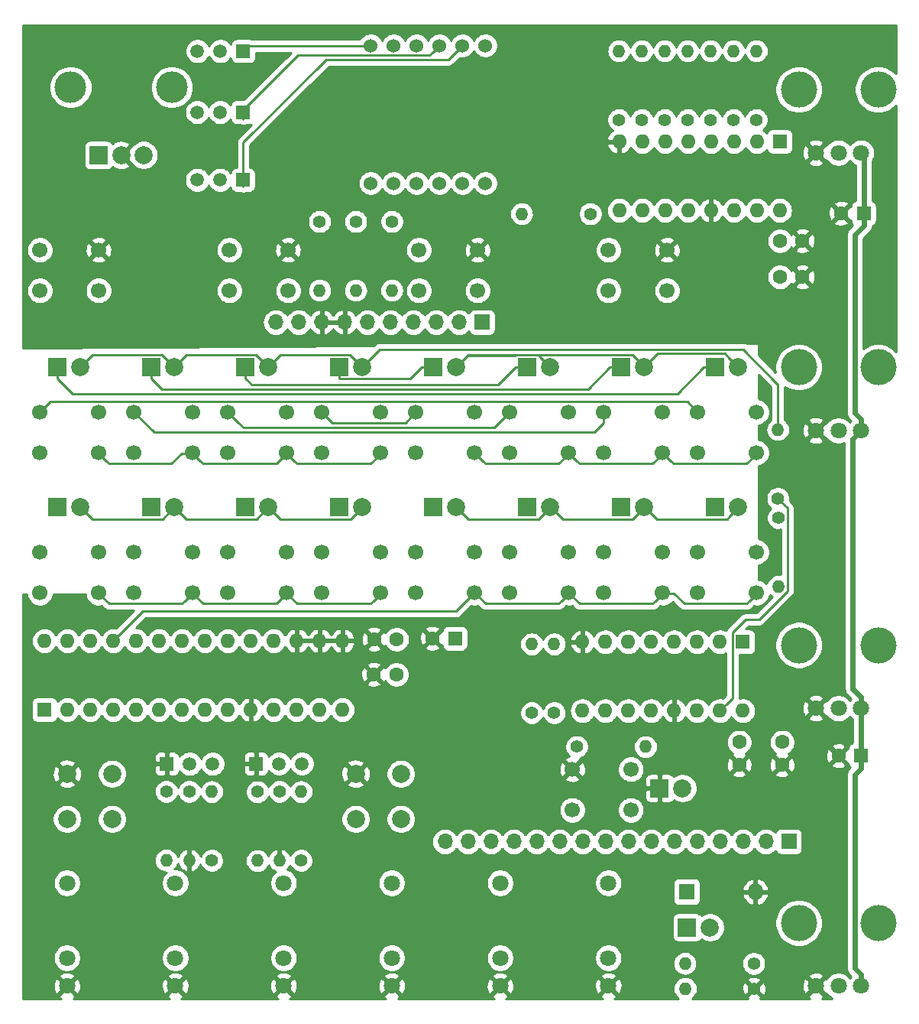
<source format=gbl>
G04 #@! TF.GenerationSoftware,KiCad,Pcbnew,(5.1.2)-1*
G04 #@! TF.CreationDate,2020-07-24T19:37:29-07:00*
G04 #@! TF.ProjectId,kicad-control-board,6b696361-642d-4636-9f6e-74726f6c2d62,rev?*
G04 #@! TF.SameCoordinates,Original*
G04 #@! TF.FileFunction,Copper,L2,Bot*
G04 #@! TF.FilePolarity,Positive*
%FSLAX46Y46*%
G04 Gerber Fmt 4.6, Leading zero omitted, Abs format (unit mm)*
G04 Created by KiCad (PCBNEW (5.1.2)-1) date 2020-07-24 19:37:29*
%MOMM*%
%LPD*%
G04 APERTURE LIST*
%ADD10C,1.700000*%
%ADD11R,1.600000X1.600000*%
%ADD12O,1.600000X1.600000*%
%ADD13C,1.520000*%
%ADD14R,1.520000X1.520000*%
%ADD15C,1.600000*%
%ADD16C,4.000000*%
%ADD17C,1.800000*%
%ADD18R,1.700000X1.700000*%
%ADD19O,1.700000X1.700000*%
%ADD20C,1.524000*%
%ADD21O,1.400000X1.400000*%
%ADD22C,1.400000*%
%ADD23C,3.500000*%
%ADD24C,2.000000*%
%ADD25R,2.000000X2.000000*%
%ADD26O,1.800000X1.800000*%
%ADD27R,1.800000X1.800000*%
%ADD28C,0.600000*%
%ADD29C,0.250000*%
%ADD30C,0.254000*%
G04 APERTURE END LIST*
D10*
X74081630Y-60450000D03*
X67581630Y-60450000D03*
X74081630Y-55950000D03*
X67581630Y-55950000D03*
D11*
X97500000Y-26000000D03*
D12*
X79720000Y-33620000D03*
X94960000Y-26000000D03*
X82260000Y-33620000D03*
X92420000Y-26000000D03*
X84800000Y-33620000D03*
X89880000Y-26000000D03*
X87340000Y-33620000D03*
X87340000Y-26000000D03*
X89880000Y-33620000D03*
X84800000Y-26000000D03*
X92420000Y-33620000D03*
X82260000Y-26000000D03*
X94960000Y-33620000D03*
X79720000Y-26000000D03*
X97500000Y-33620000D03*
D13*
X35500000Y-16000000D03*
X32960000Y-16000000D03*
D14*
X38040000Y-16000000D03*
D13*
X41981120Y-94881700D03*
X44521120Y-94881700D03*
D14*
X39441120Y-94881700D03*
D13*
X32095440Y-94902020D03*
X34635440Y-94902020D03*
D14*
X29555440Y-94902020D03*
D13*
X35460000Y-30250000D03*
X32920000Y-30250000D03*
D14*
X38000000Y-30250000D03*
D13*
X35460000Y-22750000D03*
X32920000Y-22750000D03*
D14*
X38000000Y-22750000D03*
D15*
X93000000Y-92500000D03*
X93000000Y-95000000D03*
X55039260Y-81097120D03*
X52539260Y-81097120D03*
X97500000Y-37000000D03*
X100000000Y-37000000D03*
D16*
X108400000Y-112500000D03*
X99600000Y-112500000D03*
D17*
X106500000Y-119500000D03*
X104000000Y-119500000D03*
X101500000Y-119500000D03*
D16*
X108400000Y-81750000D03*
X99600000Y-81750000D03*
D17*
X106500000Y-88750000D03*
X104000000Y-88750000D03*
X101500000Y-88750000D03*
D16*
X108400000Y-51000000D03*
X99600000Y-51000000D03*
D17*
X106500000Y-58000000D03*
X104000000Y-58000000D03*
X101500000Y-58000000D03*
D16*
X108400000Y-20250000D03*
X99600000Y-20250000D03*
D17*
X106500000Y-27250000D03*
X104000000Y-27250000D03*
X101500000Y-27250000D03*
D18*
X98500000Y-103500000D03*
D19*
X95960000Y-103500000D03*
X93420000Y-103500000D03*
X90880000Y-103500000D03*
X88340000Y-103500000D03*
X85800000Y-103500000D03*
X83260000Y-103500000D03*
X80720000Y-103500000D03*
X78180000Y-103500000D03*
X75640000Y-103500000D03*
X73100000Y-103500000D03*
X70560000Y-103500000D03*
X68020000Y-103500000D03*
X65480000Y-103500000D03*
X62940000Y-103500000D03*
X60400000Y-103500000D03*
D12*
X93400000Y-89020000D03*
X75620000Y-81400000D03*
X90860000Y-89020000D03*
X78160000Y-81400000D03*
X88320000Y-89020000D03*
X80700000Y-81400000D03*
X85780000Y-89020000D03*
X83240000Y-81400000D03*
X83240000Y-89020000D03*
X85780000Y-81400000D03*
X80700000Y-89020000D03*
X88320000Y-81400000D03*
X78160000Y-89020000D03*
X90860000Y-81400000D03*
X75620000Y-89020000D03*
D11*
X93400000Y-81400000D03*
D10*
X53248978Y-60450000D03*
X46748978Y-60450000D03*
X53248978Y-55950000D03*
X46748978Y-55950000D03*
X32416326Y-75950000D03*
X25916326Y-75950000D03*
X32416326Y-71450000D03*
X25916326Y-71450000D03*
X22000000Y-75950000D03*
X15500000Y-75950000D03*
X22000000Y-71450000D03*
X15500000Y-71450000D03*
X63665304Y-60450000D03*
X57165304Y-60450000D03*
X63665304Y-55950000D03*
X57165304Y-55950000D03*
X22000000Y-60450000D03*
X15500000Y-60450000D03*
X22000000Y-55950000D03*
X15500000Y-55950000D03*
X32416326Y-60450000D03*
X25916326Y-60450000D03*
X32416326Y-55950000D03*
X25916326Y-55950000D03*
X42832652Y-60450000D03*
X36332652Y-60450000D03*
X42832652Y-55950000D03*
X36332652Y-55950000D03*
X94914284Y-60450000D03*
X88414284Y-60450000D03*
X94914284Y-55950000D03*
X88414284Y-55950000D03*
X84497956Y-60450000D03*
X77997956Y-60450000D03*
X84497956Y-55950000D03*
X77997956Y-55950000D03*
X42832652Y-75950000D03*
X36332652Y-75950000D03*
X42832652Y-71450000D03*
X36332652Y-71450000D03*
X53248978Y-75950000D03*
X46748978Y-75950000D03*
X53248978Y-71450000D03*
X46748978Y-71450000D03*
X94914284Y-75950000D03*
X88414284Y-75950000D03*
X94914284Y-71450000D03*
X88414284Y-71450000D03*
X84497956Y-75950000D03*
X77997956Y-75950000D03*
X84497956Y-71450000D03*
X77997956Y-71450000D03*
X74081630Y-75950000D03*
X67581630Y-75950000D03*
X74081630Y-71450000D03*
X67581630Y-71450000D03*
X63665304Y-75950000D03*
X57165304Y-75950000D03*
X63665304Y-71450000D03*
X57165304Y-71450000D03*
X43000000Y-42500000D03*
X36500000Y-42500000D03*
X43000000Y-38000000D03*
X36500000Y-38000000D03*
X64000000Y-42500000D03*
X57500000Y-42500000D03*
X64000000Y-38000000D03*
X57500000Y-38000000D03*
X85000000Y-42500000D03*
X78500000Y-42500000D03*
X85000000Y-38000000D03*
X78500000Y-38000000D03*
X22000000Y-42500000D03*
X15500000Y-42500000D03*
X22000000Y-38000000D03*
X15500000Y-38000000D03*
X74500000Y-95500000D03*
X81000000Y-95500000D03*
X74500000Y-100000000D03*
X81000000Y-100000000D03*
D20*
X52150000Y-30620000D03*
X54690000Y-30620000D03*
X57230000Y-30620000D03*
X59770000Y-30620000D03*
X62310000Y-30620000D03*
X64850000Y-30620000D03*
X64850000Y-15380000D03*
X62310000Y-15380000D03*
X59770000Y-15380000D03*
X57230000Y-15380000D03*
X54690000Y-15380000D03*
X52150000Y-15380000D03*
D12*
X16000000Y-81280000D03*
X49020000Y-88900000D03*
X18540000Y-81280000D03*
X46480000Y-88900000D03*
X21080000Y-81280000D03*
X43940000Y-88900000D03*
X23620000Y-81280000D03*
X41400000Y-88900000D03*
X26160000Y-81280000D03*
X38860000Y-88900000D03*
X28700000Y-81280000D03*
X36320000Y-88900000D03*
X31240000Y-81280000D03*
X33780000Y-88900000D03*
X33780000Y-81280000D03*
X31240000Y-88900000D03*
X36320000Y-81280000D03*
X28700000Y-88900000D03*
X38860000Y-81280000D03*
X26160000Y-88900000D03*
X41400000Y-81280000D03*
X23620000Y-88900000D03*
X43940000Y-81280000D03*
X21080000Y-88900000D03*
X46480000Y-81280000D03*
X18540000Y-88900000D03*
X49020000Y-81280000D03*
D11*
X16000000Y-88900000D03*
D21*
X39600000Y-105620000D03*
D22*
X39600000Y-98000000D03*
D15*
X59000000Y-81000000D03*
D11*
X61500000Y-81000000D03*
D23*
X30100000Y-20000000D03*
X18900000Y-20000000D03*
D24*
X27000000Y-27500000D03*
X24500000Y-27500000D03*
D25*
X22000000Y-27500000D03*
D22*
X54500000Y-34850000D03*
D21*
X54500000Y-42470000D03*
X50500000Y-42470000D03*
D22*
X50500000Y-34850000D03*
X46500000Y-34850000D03*
D21*
X46500000Y-42470000D03*
X82620000Y-93000000D03*
D22*
X75000000Y-93000000D03*
X34550000Y-105600000D03*
D21*
X34550000Y-97980000D03*
X32050000Y-105570000D03*
D22*
X32050000Y-97950000D03*
X42050000Y-97950000D03*
D21*
X42050000Y-105570000D03*
D22*
X94610000Y-116990000D03*
D21*
X86990000Y-116990000D03*
X87020000Y-119770000D03*
D22*
X94640000Y-119770000D03*
X44450000Y-105600000D03*
D21*
X44450000Y-97980000D03*
X97290000Y-57890000D03*
D22*
X97290000Y-65510000D03*
X97330000Y-67650000D03*
D21*
X97330000Y-75270000D03*
X70000000Y-81630000D03*
D22*
X70000000Y-89250000D03*
X72500000Y-89250000D03*
D21*
X72500000Y-81630000D03*
X68880000Y-34000000D03*
D22*
X76500000Y-34000000D03*
X79660000Y-23590000D03*
D21*
X79660000Y-15970000D03*
X89826664Y-15970000D03*
D22*
X89826664Y-23590000D03*
X87284998Y-23590000D03*
D21*
X87284998Y-15970000D03*
X84743332Y-15970000D03*
D22*
X84743332Y-23590000D03*
X82201666Y-23590000D03*
D21*
X82201666Y-15970000D03*
X29500000Y-105570000D03*
D22*
X29500000Y-97950000D03*
X94910000Y-23590000D03*
D21*
X94910000Y-15970000D03*
X92368330Y-15970000D03*
D22*
X92368330Y-23590000D03*
D15*
X97750000Y-95000000D03*
X97750000Y-92500000D03*
X104000000Y-94000000D03*
D11*
X106500000Y-94000000D03*
D15*
X55000000Y-85000000D03*
X52500000Y-85000000D03*
X104300000Y-33950000D03*
D11*
X106800000Y-33950000D03*
D15*
X100000000Y-41000000D03*
X97500000Y-41000000D03*
D25*
X17430000Y-50950000D03*
D24*
X19970000Y-50950000D03*
D25*
X27846326Y-50950000D03*
D24*
X30386326Y-50950000D03*
X40802652Y-50950000D03*
D25*
X38262652Y-50950000D03*
D24*
X51218978Y-50950000D03*
D25*
X48678978Y-50950000D03*
X90344284Y-50950000D03*
D24*
X92884284Y-50950000D03*
D25*
X79927956Y-50950000D03*
D24*
X82467956Y-50950000D03*
D25*
X69511630Y-50950000D03*
D24*
X72051630Y-50950000D03*
D25*
X59095304Y-50950000D03*
D24*
X61635304Y-50950000D03*
D25*
X17430000Y-66450000D03*
D24*
X19970000Y-66450000D03*
D25*
X27846326Y-66450000D03*
D24*
X30386326Y-66450000D03*
D25*
X38262652Y-66450000D03*
D24*
X40802652Y-66450000D03*
D25*
X48678978Y-66450000D03*
D24*
X51218978Y-66450000D03*
X92884284Y-66450000D03*
D25*
X90344284Y-66450000D03*
D24*
X82467956Y-66450000D03*
D25*
X79927956Y-66450000D03*
X69511630Y-66450000D03*
D24*
X72051630Y-66450000D03*
D25*
X59095304Y-66450000D03*
D24*
X61635304Y-66450000D03*
D25*
X87230000Y-113000000D03*
D24*
X89770000Y-113000000D03*
X86720000Y-97600000D03*
D25*
X84180000Y-97600000D03*
D26*
X94800000Y-109060000D03*
D27*
X87180000Y-109060000D03*
D18*
X64500000Y-46000000D03*
D19*
X61960000Y-46000000D03*
X59420000Y-46000000D03*
X56880000Y-46000000D03*
X54340000Y-46000000D03*
X51800000Y-46000000D03*
X49260000Y-46000000D03*
X46720000Y-46000000D03*
X44180000Y-46000000D03*
X41640000Y-46000000D03*
D17*
X78500000Y-108080000D03*
X78500000Y-119480000D03*
X78500000Y-116380000D03*
X66500000Y-108080000D03*
X66500000Y-119480000D03*
X66500000Y-116380000D03*
X18500000Y-116380000D03*
X18500000Y-119480000D03*
X18500000Y-108080000D03*
X54500000Y-116380000D03*
X54500000Y-119480000D03*
X54500000Y-108080000D03*
X42500000Y-116380000D03*
X42500000Y-119480000D03*
X42500000Y-108080000D03*
X30500000Y-108080000D03*
X30500000Y-119480000D03*
X30500000Y-116380000D03*
D24*
X18500000Y-96000000D03*
X23500000Y-96000000D03*
X23500000Y-101000000D03*
X18500000Y-101000000D03*
X50500000Y-101000000D03*
X55500000Y-101000000D03*
X55500000Y-96000000D03*
X50500000Y-96000000D03*
D16*
X65000000Y-85500000D03*
X15650000Y-31440000D03*
D28*
X106800000Y-35350000D02*
X106800000Y-33950000D01*
X105799999Y-36350001D02*
X106800000Y-35350000D01*
X105799999Y-56027207D02*
X105799999Y-36350001D01*
X106500000Y-56727208D02*
X105799999Y-56027207D01*
X106500000Y-58000000D02*
X106500000Y-56727208D01*
X106800000Y-27550000D02*
X106500000Y-27250000D01*
X106800000Y-33950000D02*
X106800000Y-27550000D01*
X106500000Y-88750000D02*
X106500000Y-94000000D01*
X105600001Y-58899999D02*
X106500000Y-58000000D01*
X105600001Y-86577209D02*
X105600001Y-58899999D01*
X106500000Y-88750000D02*
X106500000Y-87477208D01*
X106500000Y-87477208D02*
X105600001Y-86577209D01*
X106500000Y-95400000D02*
X106500000Y-94000000D01*
X105799999Y-96100001D02*
X106500000Y-95400000D01*
X105799999Y-117527207D02*
X105799999Y-96100001D01*
X106500000Y-118227208D02*
X105799999Y-117527207D01*
X106500000Y-119500000D02*
X106500000Y-118227208D01*
D29*
X50255714Y-50000001D02*
X51255713Y-51000000D01*
X53168978Y-49000000D02*
X51218978Y-50950000D01*
X29386327Y-49950001D02*
X30386326Y-50950000D01*
X29061325Y-49624999D02*
X29386327Y-49950001D01*
X21295001Y-49624999D02*
X29061325Y-49624999D01*
X19970000Y-50950000D02*
X21295001Y-49624999D01*
X39802653Y-49950001D02*
X40802652Y-50950000D01*
X39477651Y-49624999D02*
X39802653Y-49950001D01*
X31711327Y-49624999D02*
X39477651Y-49624999D01*
X30386326Y-50950000D02*
X31711327Y-49624999D01*
X93420000Y-49000000D02*
X92500000Y-49000000D01*
X92500000Y-49000000D02*
X53168978Y-49000000D01*
X50218979Y-49950001D02*
X51218978Y-50950000D01*
X49893977Y-49624999D02*
X50218979Y-49950001D01*
X42127653Y-49624999D02*
X49893977Y-49624999D01*
X40802652Y-50950000D02*
X42127653Y-49624999D01*
X97290000Y-52870000D02*
X97290000Y-57890000D01*
X97050000Y-52630000D02*
X97290000Y-52870000D01*
X97300000Y-52880000D02*
X97050000Y-52630000D01*
X97050000Y-52630000D02*
X93420000Y-49000000D01*
X89094284Y-50950000D02*
X86144284Y-53900000D01*
X90344284Y-50950000D02*
X89094284Y-50950000D01*
X17430000Y-52200000D02*
X17430000Y-50950000D01*
X19130000Y-53900000D02*
X17430000Y-52200000D01*
X86144284Y-53900000D02*
X19130000Y-53900000D01*
X78677956Y-50950000D02*
X76227956Y-53400000D01*
X79927956Y-50950000D02*
X78677956Y-50950000D01*
X27846326Y-52200000D02*
X27846326Y-50950000D01*
X29046326Y-53400000D02*
X27846326Y-52200000D01*
X76227956Y-53400000D02*
X29046326Y-53400000D01*
X39012641Y-52949989D02*
X66261641Y-52949989D01*
X66261641Y-52949989D02*
X68261630Y-50950000D01*
X38262652Y-52200000D02*
X39012641Y-52949989D01*
X38262652Y-50950000D02*
X38262652Y-52200000D01*
X68261630Y-50950000D02*
X69511630Y-50950000D01*
X48678978Y-52200000D02*
X48678978Y-50950000D01*
X48753979Y-52275001D02*
X48678978Y-52200000D01*
X56520303Y-52275001D02*
X48753979Y-52275001D01*
X57845304Y-50950000D02*
X56520303Y-52275001D01*
X59095304Y-50950000D02*
X57845304Y-50950000D01*
X91970001Y-50000001D02*
X92970000Y-51000000D01*
X71051631Y-49950001D02*
X72051630Y-50950000D01*
X70726629Y-49624999D02*
X71051631Y-49950001D01*
X62960305Y-49624999D02*
X70726629Y-49624999D01*
X61635304Y-50950000D02*
X62960305Y-49624999D01*
X68251629Y-49624999D02*
X81166425Y-49624999D01*
X81166425Y-49624999D02*
X82541426Y-51000000D01*
X83967945Y-49450011D02*
X91384295Y-49450011D01*
X68201629Y-49674999D02*
X68251629Y-49624999D01*
X63009285Y-49674999D02*
X68201629Y-49674999D01*
X82467956Y-50950000D02*
X83967945Y-49450011D01*
X91884285Y-49950001D02*
X92884284Y-50950000D01*
X91384295Y-49450011D02*
X91884285Y-49950001D01*
X41827141Y-67499999D02*
X40827142Y-66500000D01*
X42152143Y-67825001D02*
X41827141Y-67499999D01*
X49930712Y-67825001D02*
X42152143Y-67825001D01*
X51255713Y-66500000D02*
X49930712Y-67825001D01*
X31398570Y-67499999D02*
X30398571Y-66500000D01*
X31723572Y-67825001D02*
X31398570Y-67499999D01*
X39502141Y-67825001D02*
X31723572Y-67825001D01*
X40827142Y-66500000D02*
X39502141Y-67825001D01*
X20969999Y-67499999D02*
X19970000Y-66500000D01*
X21295001Y-67825001D02*
X20969999Y-67499999D01*
X29073570Y-67825001D02*
X21295001Y-67825001D01*
X30398571Y-66500000D02*
X29073570Y-67825001D01*
X71112856Y-67499999D02*
X72112855Y-66500000D01*
X70787854Y-67825001D02*
X71112856Y-67499999D01*
X81541427Y-67499999D02*
X82541426Y-66500000D01*
X81216425Y-67825001D02*
X81541427Y-67499999D01*
X73437856Y-67825001D02*
X81216425Y-67825001D01*
X72112855Y-66500000D02*
X73437856Y-67825001D01*
X91970001Y-67499999D02*
X92970000Y-66500000D01*
X91644999Y-67825001D02*
X91970001Y-67499999D01*
X83866427Y-67825001D02*
X91644999Y-67825001D01*
X82541426Y-66500000D02*
X83866427Y-67825001D01*
X63010305Y-67825001D02*
X63500000Y-67825001D01*
X61635304Y-66450000D02*
X63010305Y-67825001D01*
X63009285Y-67825001D02*
X63500000Y-67825001D01*
X63500000Y-67825001D02*
X70787854Y-67825001D01*
X38040000Y-30000000D02*
X38040000Y-31000000D01*
X38040000Y-26096411D02*
X38040000Y-30000000D01*
X47219399Y-16917012D02*
X38040000Y-26096411D01*
X60772988Y-16917012D02*
X47219399Y-16917012D01*
X62310000Y-15380000D02*
X60772988Y-16917012D01*
X59008001Y-16141999D02*
X59770000Y-15380000D01*
X44072999Y-16467001D02*
X58682999Y-16467001D01*
X38040000Y-22500000D02*
X44072999Y-16467001D01*
X38040000Y-23500000D02*
X38040000Y-22500000D01*
X58682999Y-16467001D02*
X59008001Y-16141999D01*
X38660000Y-15380000D02*
X38040000Y-16000000D01*
X52150000Y-15380000D02*
X38660000Y-15380000D01*
X91659999Y-88220001D02*
X90860000Y-89020000D01*
X92274999Y-87605001D02*
X91659999Y-88220001D01*
X92274999Y-80339999D02*
X92274999Y-87605001D01*
X93706497Y-78908501D02*
X92274999Y-80339999D01*
X95208501Y-78908501D02*
X93706497Y-78908501D01*
X98355001Y-75762001D02*
X95208501Y-78908501D01*
X98355001Y-66575001D02*
X98355001Y-75762001D01*
X97290000Y-65510000D02*
X98355001Y-66575001D01*
X43707141Y-61349999D02*
X42857142Y-60500000D01*
X44032143Y-61675001D02*
X43707141Y-61349999D01*
X52110712Y-61675001D02*
X44032143Y-61675001D01*
X53285713Y-60500000D02*
X52110712Y-61675001D01*
X33278570Y-61349999D02*
X32428571Y-60500000D01*
X33603572Y-61675001D02*
X33278570Y-61349999D01*
X41682141Y-61675001D02*
X33603572Y-61675001D01*
X42857142Y-60500000D02*
X41682141Y-61675001D01*
X22849999Y-61349999D02*
X22000000Y-60500000D01*
X23175001Y-61675001D02*
X22849999Y-61349999D01*
X30051489Y-61675001D02*
X23175001Y-61675001D01*
X31226490Y-60500000D02*
X30051489Y-61675001D01*
X32428571Y-60500000D02*
X31226490Y-60500000D01*
X16349999Y-55100001D02*
X15500000Y-55950000D01*
X16675001Y-54774999D02*
X16349999Y-55100001D01*
X87239283Y-54774999D02*
X16675001Y-54774999D01*
X88414284Y-55950000D02*
X87239283Y-54774999D01*
X37507653Y-57125001D02*
X37525001Y-57125001D01*
X36332652Y-55950000D02*
X37507653Y-57125001D01*
X37525001Y-57125001D02*
X38100000Y-57700000D01*
X65831630Y-57700000D02*
X67581630Y-55950000D01*
X38100000Y-57700000D02*
X65831630Y-57700000D01*
X47598977Y-56799999D02*
X46748978Y-55950000D01*
X47923979Y-57125001D02*
X47598977Y-56799999D01*
X55990303Y-57125001D02*
X47923979Y-57125001D01*
X57165304Y-55950000D02*
X55990303Y-57125001D01*
X85421425Y-61349999D02*
X84571426Y-60500000D01*
X85746427Y-61675001D02*
X85421425Y-61349999D01*
X93824999Y-61675001D02*
X85746427Y-61675001D01*
X95000000Y-60500000D02*
X93824999Y-61675001D01*
X74992854Y-61349999D02*
X74142855Y-60500000D01*
X75317856Y-61675001D02*
X74992854Y-61349999D01*
X83396425Y-61675001D02*
X75317856Y-61675001D01*
X84571426Y-60500000D02*
X83396425Y-61675001D01*
X64564283Y-61349999D02*
X63714284Y-60500000D01*
X64889285Y-61675001D02*
X64564283Y-61349999D01*
X72967854Y-61675001D02*
X64889285Y-61675001D01*
X74142855Y-60500000D02*
X72967854Y-61675001D01*
X77997956Y-57152081D02*
X76950037Y-58200000D01*
X77997956Y-55950000D02*
X77997956Y-57152081D01*
X28166326Y-58200000D02*
X25916326Y-55950000D01*
X76950037Y-58200000D02*
X28166326Y-58200000D01*
X33603572Y-77175001D02*
X41682141Y-77175001D01*
X42857142Y-76000000D02*
X44032143Y-77175001D01*
X32428571Y-76000000D02*
X33603572Y-77175001D01*
X31578572Y-76849999D02*
X32428571Y-76000000D01*
X41682141Y-77175001D02*
X42007143Y-76849999D01*
X31253570Y-77175001D02*
X31578572Y-76849999D01*
X23175001Y-77175001D02*
X31253570Y-77175001D01*
X44032143Y-77175001D02*
X52110712Y-77175001D01*
X22000000Y-76000000D02*
X23175001Y-77175001D01*
X42007143Y-76849999D02*
X42857142Y-76000000D01*
X52110712Y-77175001D02*
X52435714Y-76849999D01*
X52435714Y-76849999D02*
X53285713Y-76000000D01*
X73292856Y-76849999D02*
X74142855Y-76000000D01*
X72967854Y-77175001D02*
X73292856Y-76849999D01*
X64889285Y-77175001D02*
X72967854Y-77175001D01*
X63714284Y-76000000D02*
X64889285Y-77175001D01*
X83721427Y-76849999D02*
X84571426Y-76000000D01*
X83396425Y-77175001D02*
X83721427Y-76849999D01*
X75317856Y-77175001D02*
X83396425Y-77175001D01*
X74142855Y-76000000D02*
X75317856Y-77175001D01*
X94150001Y-76849999D02*
X95000000Y-76000000D01*
X93824999Y-77175001D02*
X94150001Y-76849999D01*
X86948508Y-77175001D02*
X93824999Y-77175001D01*
X85773507Y-76000000D02*
X86948508Y-77175001D01*
X84571426Y-76000000D02*
X85773507Y-76000000D01*
X63665304Y-75950000D02*
X61615304Y-78000000D01*
X26900000Y-78000000D02*
X23620000Y-81280000D01*
X61615304Y-78000000D02*
X26900000Y-78000000D01*
D30*
G36*
X110373000Y-18496547D02*
G01*
X110079715Y-18203262D01*
X109648141Y-17914893D01*
X109168601Y-17716261D01*
X108659525Y-17615000D01*
X108140475Y-17615000D01*
X107631399Y-17716261D01*
X107151859Y-17914893D01*
X106720285Y-18203262D01*
X106353262Y-18570285D01*
X106064893Y-19001859D01*
X105866261Y-19481399D01*
X105765000Y-19990475D01*
X105765000Y-20509525D01*
X105866261Y-21018601D01*
X106064893Y-21498141D01*
X106353262Y-21929715D01*
X106720285Y-22296738D01*
X107151859Y-22585107D01*
X107631399Y-22783739D01*
X108140475Y-22885000D01*
X108659525Y-22885000D01*
X109168601Y-22783739D01*
X109648141Y-22585107D01*
X110079715Y-22296738D01*
X110373000Y-22003453D01*
X110373000Y-49246547D01*
X110079715Y-48953262D01*
X109648141Y-48664893D01*
X109168601Y-48466261D01*
X108659525Y-48365000D01*
X108140475Y-48365000D01*
X107631399Y-48466261D01*
X107151859Y-48664893D01*
X106734999Y-48943430D01*
X106734999Y-36737290D01*
X107428660Y-36043629D01*
X107464344Y-36014344D01*
X107581186Y-35871972D01*
X107668007Y-35709540D01*
X107721471Y-35533292D01*
X107735000Y-35395932D01*
X107735000Y-35395931D01*
X107737367Y-35371903D01*
X107844180Y-35339502D01*
X107954494Y-35280537D01*
X108051185Y-35201185D01*
X108130537Y-35104494D01*
X108189502Y-34994180D01*
X108225812Y-34874482D01*
X108238072Y-34750000D01*
X108238072Y-33150000D01*
X108225812Y-33025518D01*
X108189502Y-32905820D01*
X108130537Y-32795506D01*
X108051185Y-32698815D01*
X107954494Y-32619463D01*
X107844180Y-32560498D01*
X107735000Y-32527379D01*
X107735000Y-28164618D01*
X107860299Y-27977095D01*
X107976011Y-27697743D01*
X108035000Y-27401184D01*
X108035000Y-27098816D01*
X107976011Y-26802257D01*
X107860299Y-26522905D01*
X107692312Y-26271495D01*
X107478505Y-26057688D01*
X107227095Y-25889701D01*
X106947743Y-25773989D01*
X106651184Y-25715000D01*
X106348816Y-25715000D01*
X106052257Y-25773989D01*
X105772905Y-25889701D01*
X105521495Y-26057688D01*
X105307688Y-26271495D01*
X105250000Y-26357831D01*
X105192312Y-26271495D01*
X104978505Y-26057688D01*
X104727095Y-25889701D01*
X104447743Y-25773989D01*
X104151184Y-25715000D01*
X103848816Y-25715000D01*
X103552257Y-25773989D01*
X103272905Y-25889701D01*
X103021495Y-26057688D01*
X102807688Y-26271495D01*
X102712262Y-26414310D01*
X102564080Y-26365525D01*
X101679605Y-27250000D01*
X102564080Y-28134475D01*
X102712262Y-28085690D01*
X102807688Y-28228505D01*
X103021495Y-28442312D01*
X103272905Y-28610299D01*
X103552257Y-28726011D01*
X103848816Y-28785000D01*
X104151184Y-28785000D01*
X104447743Y-28726011D01*
X104727095Y-28610299D01*
X104978505Y-28442312D01*
X105192312Y-28228505D01*
X105250000Y-28142169D01*
X105307688Y-28228505D01*
X105521495Y-28442312D01*
X105772905Y-28610299D01*
X105865001Y-28648447D01*
X105865000Y-32527379D01*
X105755820Y-32560498D01*
X105645506Y-32619463D01*
X105548815Y-32698815D01*
X105469463Y-32795506D01*
X105410498Y-32905820D01*
X105374188Y-33025518D01*
X105361928Y-33150000D01*
X105361928Y-33157215D01*
X105292702Y-33136903D01*
X104479605Y-33950000D01*
X105292702Y-34763097D01*
X105361928Y-34742785D01*
X105361928Y-34750000D01*
X105374188Y-34874482D01*
X105410498Y-34994180D01*
X105469463Y-35104494D01*
X105548815Y-35201185D01*
X105591497Y-35236214D01*
X105171335Y-35656376D01*
X105135656Y-35685657D01*
X105018814Y-35828029D01*
X104988169Y-35885363D01*
X104931993Y-35990461D01*
X104878528Y-36166710D01*
X104860475Y-36350001D01*
X104865000Y-36395943D01*
X104864999Y-55981275D01*
X104860475Y-56027207D01*
X104864999Y-56073138D01*
X104878528Y-56210498D01*
X104931992Y-56386746D01*
X105018813Y-56549178D01*
X105135655Y-56691551D01*
X105171340Y-56720837D01*
X105389843Y-56939340D01*
X105307688Y-57021495D01*
X105250000Y-57107831D01*
X105192312Y-57021495D01*
X104978505Y-56807688D01*
X104727095Y-56639701D01*
X104447743Y-56523989D01*
X104151184Y-56465000D01*
X103848816Y-56465000D01*
X103552257Y-56523989D01*
X103272905Y-56639701D01*
X103021495Y-56807688D01*
X102807688Y-57021495D01*
X102712262Y-57164310D01*
X102564080Y-57115525D01*
X101679605Y-58000000D01*
X102564080Y-58884475D01*
X102712262Y-58835690D01*
X102807688Y-58978505D01*
X103021495Y-59192312D01*
X103272905Y-59360299D01*
X103552257Y-59476011D01*
X103848816Y-59535000D01*
X104151184Y-59535000D01*
X104447743Y-59476011D01*
X104665002Y-59386019D01*
X104665001Y-86531277D01*
X104660477Y-86577209D01*
X104665001Y-86623140D01*
X104678530Y-86760500D01*
X104731994Y-86936748D01*
X104818815Y-87099180D01*
X104935657Y-87241553D01*
X104971342Y-87270839D01*
X105389843Y-87689340D01*
X105307688Y-87771495D01*
X105250000Y-87857831D01*
X105192312Y-87771495D01*
X104978505Y-87557688D01*
X104727095Y-87389701D01*
X104447743Y-87273989D01*
X104151184Y-87215000D01*
X103848816Y-87215000D01*
X103552257Y-87273989D01*
X103272905Y-87389701D01*
X103021495Y-87557688D01*
X102807688Y-87771495D01*
X102712262Y-87914310D01*
X102564080Y-87865525D01*
X101679605Y-88750000D01*
X102564080Y-89634475D01*
X102712262Y-89585690D01*
X102807688Y-89728505D01*
X103021495Y-89942312D01*
X103272905Y-90110299D01*
X103552257Y-90226011D01*
X103848816Y-90285000D01*
X104151184Y-90285000D01*
X104447743Y-90226011D01*
X104727095Y-90110299D01*
X104978505Y-89942312D01*
X105192312Y-89728505D01*
X105250000Y-89642169D01*
X105307688Y-89728505D01*
X105521495Y-89942312D01*
X105565000Y-89971381D01*
X105565001Y-92577378D01*
X105455820Y-92610498D01*
X105345506Y-92669463D01*
X105248815Y-92748815D01*
X105169463Y-92845506D01*
X105110498Y-92955820D01*
X105074188Y-93075518D01*
X105061928Y-93200000D01*
X105061928Y-93207215D01*
X104992702Y-93186903D01*
X104179605Y-94000000D01*
X104992702Y-94813097D01*
X105061928Y-94792785D01*
X105061928Y-94800000D01*
X105074188Y-94924482D01*
X105110498Y-95044180D01*
X105169463Y-95154494D01*
X105248815Y-95251185D01*
X105291497Y-95286214D01*
X105171335Y-95406376D01*
X105135656Y-95435657D01*
X105018814Y-95578029D01*
X104964521Y-95679605D01*
X104931993Y-95740461D01*
X104878528Y-95916710D01*
X104860475Y-96100001D01*
X104865000Y-96145943D01*
X104864999Y-117481275D01*
X104860475Y-117527207D01*
X104864999Y-117573138D01*
X104878528Y-117710498D01*
X104931992Y-117886746D01*
X105018813Y-118049178D01*
X105135655Y-118191551D01*
X105171340Y-118220837D01*
X105389843Y-118439340D01*
X105307688Y-118521495D01*
X105250000Y-118607831D01*
X105192312Y-118521495D01*
X104978505Y-118307688D01*
X104727095Y-118139701D01*
X104447743Y-118023989D01*
X104151184Y-117965000D01*
X103848816Y-117965000D01*
X103552257Y-118023989D01*
X103272905Y-118139701D01*
X103021495Y-118307688D01*
X102807688Y-118521495D01*
X102712262Y-118664310D01*
X102564080Y-118615525D01*
X101679605Y-119500000D01*
X102564080Y-120384475D01*
X102712262Y-120335690D01*
X102807688Y-120478505D01*
X103021495Y-120692312D01*
X103272905Y-120860299D01*
X103303568Y-120873000D01*
X102198385Y-120873000D01*
X102300792Y-120818261D01*
X102384475Y-120564080D01*
X101500000Y-119679605D01*
X100615525Y-120564080D01*
X100699208Y-120818261D01*
X100813191Y-120873000D01*
X95335439Y-120873000D01*
X95381664Y-120691269D01*
X94640000Y-119949605D01*
X93898336Y-120691269D01*
X93944561Y-120873000D01*
X87780363Y-120873000D01*
X87968555Y-120718555D01*
X88135382Y-120515275D01*
X88259347Y-120283354D01*
X88335683Y-120031706D01*
X88354123Y-119844473D01*
X93300610Y-119844473D01*
X93340875Y-120104344D01*
X93431065Y-120351366D01*
X93484963Y-120452203D01*
X93718731Y-120511664D01*
X94460395Y-119770000D01*
X94819605Y-119770000D01*
X95561269Y-120511664D01*
X95795037Y-120452203D01*
X95905934Y-120213758D01*
X95968183Y-119958260D01*
X95979390Y-119695527D01*
X95959407Y-119566553D01*
X99959009Y-119566553D01*
X100001603Y-119865907D01*
X100101778Y-120151199D01*
X100181739Y-120300792D01*
X100435920Y-120384475D01*
X101320395Y-119500000D01*
X100435920Y-118615525D01*
X100181739Y-118699208D01*
X100050842Y-118971775D01*
X99975635Y-119264642D01*
X99959009Y-119566553D01*
X95959407Y-119566553D01*
X95939125Y-119435656D01*
X95848935Y-119188634D01*
X95795037Y-119087797D01*
X95561269Y-119028336D01*
X94819605Y-119770000D01*
X94460395Y-119770000D01*
X93718731Y-119028336D01*
X93484963Y-119087797D01*
X93374066Y-119326242D01*
X93311817Y-119581740D01*
X93300610Y-119844473D01*
X88354123Y-119844473D01*
X88361459Y-119770000D01*
X88335683Y-119508294D01*
X88259347Y-119256646D01*
X88135382Y-119024725D01*
X87990948Y-118848731D01*
X93898336Y-118848731D01*
X94640000Y-119590395D01*
X95381664Y-118848731D01*
X95322203Y-118614963D01*
X95083758Y-118504066D01*
X94828260Y-118441817D01*
X94690013Y-118435920D01*
X100615525Y-118435920D01*
X101500000Y-119320395D01*
X102384475Y-118435920D01*
X102300792Y-118181739D01*
X102028225Y-118050842D01*
X101735358Y-117975635D01*
X101433447Y-117959009D01*
X101134093Y-118001603D01*
X100848801Y-118101778D01*
X100699208Y-118181739D01*
X100615525Y-118435920D01*
X94690013Y-118435920D01*
X94565527Y-118430610D01*
X94305656Y-118470875D01*
X94058634Y-118561065D01*
X93957797Y-118614963D01*
X93898336Y-118848731D01*
X87990948Y-118848731D01*
X87968555Y-118821445D01*
X87765275Y-118654618D01*
X87533354Y-118530653D01*
X87281706Y-118454317D01*
X87085579Y-118435000D01*
X86954421Y-118435000D01*
X86758294Y-118454317D01*
X86506646Y-118530653D01*
X86274725Y-118654618D01*
X86071445Y-118821445D01*
X85904618Y-119024725D01*
X85780653Y-119256646D01*
X85704317Y-119508294D01*
X85678541Y-119770000D01*
X85704317Y-120031706D01*
X85780653Y-120283354D01*
X85904618Y-120515275D01*
X86071445Y-120718555D01*
X86259637Y-120873000D01*
X79160968Y-120873000D01*
X79300792Y-120798261D01*
X79384475Y-120544080D01*
X78500000Y-119659605D01*
X77615525Y-120544080D01*
X77699208Y-120798261D01*
X77854837Y-120873000D01*
X67160968Y-120873000D01*
X67300792Y-120798261D01*
X67384475Y-120544080D01*
X66500000Y-119659605D01*
X65615525Y-120544080D01*
X65699208Y-120798261D01*
X65854837Y-120873000D01*
X55160968Y-120873000D01*
X55300792Y-120798261D01*
X55384475Y-120544080D01*
X54500000Y-119659605D01*
X53615525Y-120544080D01*
X53699208Y-120798261D01*
X53854837Y-120873000D01*
X43160968Y-120873000D01*
X43300792Y-120798261D01*
X43384475Y-120544080D01*
X42500000Y-119659605D01*
X41615525Y-120544080D01*
X41699208Y-120798261D01*
X41854837Y-120873000D01*
X31160968Y-120873000D01*
X31300792Y-120798261D01*
X31384475Y-120544080D01*
X30500000Y-119659605D01*
X29615525Y-120544080D01*
X29699208Y-120798261D01*
X29854837Y-120873000D01*
X19160968Y-120873000D01*
X19300792Y-120798261D01*
X19384475Y-120544080D01*
X18500000Y-119659605D01*
X17615525Y-120544080D01*
X17699208Y-120798261D01*
X17854837Y-120873000D01*
X13627000Y-120873000D01*
X13627000Y-119546553D01*
X16959009Y-119546553D01*
X17001603Y-119845907D01*
X17101778Y-120131199D01*
X17181739Y-120280792D01*
X17435920Y-120364475D01*
X18320395Y-119480000D01*
X18679605Y-119480000D01*
X19564080Y-120364475D01*
X19818261Y-120280792D01*
X19949158Y-120008225D01*
X20024365Y-119715358D01*
X20033660Y-119546553D01*
X28959009Y-119546553D01*
X29001603Y-119845907D01*
X29101778Y-120131199D01*
X29181739Y-120280792D01*
X29435920Y-120364475D01*
X30320395Y-119480000D01*
X30679605Y-119480000D01*
X31564080Y-120364475D01*
X31818261Y-120280792D01*
X31949158Y-120008225D01*
X32024365Y-119715358D01*
X32033660Y-119546553D01*
X40959009Y-119546553D01*
X41001603Y-119845907D01*
X41101778Y-120131199D01*
X41181739Y-120280792D01*
X41435920Y-120364475D01*
X42320395Y-119480000D01*
X42679605Y-119480000D01*
X43564080Y-120364475D01*
X43818261Y-120280792D01*
X43949158Y-120008225D01*
X44024365Y-119715358D01*
X44033660Y-119546553D01*
X52959009Y-119546553D01*
X53001603Y-119845907D01*
X53101778Y-120131199D01*
X53181739Y-120280792D01*
X53435920Y-120364475D01*
X54320395Y-119480000D01*
X54679605Y-119480000D01*
X55564080Y-120364475D01*
X55818261Y-120280792D01*
X55949158Y-120008225D01*
X56024365Y-119715358D01*
X56033660Y-119546553D01*
X64959009Y-119546553D01*
X65001603Y-119845907D01*
X65101778Y-120131199D01*
X65181739Y-120280792D01*
X65435920Y-120364475D01*
X66320395Y-119480000D01*
X66679605Y-119480000D01*
X67564080Y-120364475D01*
X67818261Y-120280792D01*
X67949158Y-120008225D01*
X68024365Y-119715358D01*
X68033660Y-119546553D01*
X76959009Y-119546553D01*
X77001603Y-119845907D01*
X77101778Y-120131199D01*
X77181739Y-120280792D01*
X77435920Y-120364475D01*
X78320395Y-119480000D01*
X78679605Y-119480000D01*
X79564080Y-120364475D01*
X79818261Y-120280792D01*
X79949158Y-120008225D01*
X80024365Y-119715358D01*
X80040991Y-119413447D01*
X79998397Y-119114093D01*
X79898222Y-118828801D01*
X79818261Y-118679208D01*
X79564080Y-118595525D01*
X78679605Y-119480000D01*
X78320395Y-119480000D01*
X77435920Y-118595525D01*
X77181739Y-118679208D01*
X77050842Y-118951775D01*
X76975635Y-119244642D01*
X76959009Y-119546553D01*
X68033660Y-119546553D01*
X68040991Y-119413447D01*
X67998397Y-119114093D01*
X67898222Y-118828801D01*
X67818261Y-118679208D01*
X67564080Y-118595525D01*
X66679605Y-119480000D01*
X66320395Y-119480000D01*
X65435920Y-118595525D01*
X65181739Y-118679208D01*
X65050842Y-118951775D01*
X64975635Y-119244642D01*
X64959009Y-119546553D01*
X56033660Y-119546553D01*
X56040991Y-119413447D01*
X55998397Y-119114093D01*
X55898222Y-118828801D01*
X55818261Y-118679208D01*
X55564080Y-118595525D01*
X54679605Y-119480000D01*
X54320395Y-119480000D01*
X53435920Y-118595525D01*
X53181739Y-118679208D01*
X53050842Y-118951775D01*
X52975635Y-119244642D01*
X52959009Y-119546553D01*
X44033660Y-119546553D01*
X44040991Y-119413447D01*
X43998397Y-119114093D01*
X43898222Y-118828801D01*
X43818261Y-118679208D01*
X43564080Y-118595525D01*
X42679605Y-119480000D01*
X42320395Y-119480000D01*
X41435920Y-118595525D01*
X41181739Y-118679208D01*
X41050842Y-118951775D01*
X40975635Y-119244642D01*
X40959009Y-119546553D01*
X32033660Y-119546553D01*
X32040991Y-119413447D01*
X31998397Y-119114093D01*
X31898222Y-118828801D01*
X31818261Y-118679208D01*
X31564080Y-118595525D01*
X30679605Y-119480000D01*
X30320395Y-119480000D01*
X29435920Y-118595525D01*
X29181739Y-118679208D01*
X29050842Y-118951775D01*
X28975635Y-119244642D01*
X28959009Y-119546553D01*
X20033660Y-119546553D01*
X20040991Y-119413447D01*
X19998397Y-119114093D01*
X19898222Y-118828801D01*
X19818261Y-118679208D01*
X19564080Y-118595525D01*
X18679605Y-119480000D01*
X18320395Y-119480000D01*
X17435920Y-118595525D01*
X17181739Y-118679208D01*
X17050842Y-118951775D01*
X16975635Y-119244642D01*
X16959009Y-119546553D01*
X13627000Y-119546553D01*
X13627000Y-118415920D01*
X17615525Y-118415920D01*
X18500000Y-119300395D01*
X19384475Y-118415920D01*
X29615525Y-118415920D01*
X30500000Y-119300395D01*
X31384475Y-118415920D01*
X41615525Y-118415920D01*
X42500000Y-119300395D01*
X43384475Y-118415920D01*
X53615525Y-118415920D01*
X54500000Y-119300395D01*
X55384475Y-118415920D01*
X65615525Y-118415920D01*
X66500000Y-119300395D01*
X67384475Y-118415920D01*
X77615525Y-118415920D01*
X78500000Y-119300395D01*
X79384475Y-118415920D01*
X79300792Y-118161739D01*
X79028225Y-118030842D01*
X78735358Y-117955635D01*
X78433447Y-117939009D01*
X78134093Y-117981603D01*
X77848801Y-118081778D01*
X77699208Y-118161739D01*
X77615525Y-118415920D01*
X67384475Y-118415920D01*
X67300792Y-118161739D01*
X67028225Y-118030842D01*
X66735358Y-117955635D01*
X66433447Y-117939009D01*
X66134093Y-117981603D01*
X65848801Y-118081778D01*
X65699208Y-118161739D01*
X65615525Y-118415920D01*
X55384475Y-118415920D01*
X55300792Y-118161739D01*
X55028225Y-118030842D01*
X54735358Y-117955635D01*
X54433447Y-117939009D01*
X54134093Y-117981603D01*
X53848801Y-118081778D01*
X53699208Y-118161739D01*
X53615525Y-118415920D01*
X43384475Y-118415920D01*
X43300792Y-118161739D01*
X43028225Y-118030842D01*
X42735358Y-117955635D01*
X42433447Y-117939009D01*
X42134093Y-117981603D01*
X41848801Y-118081778D01*
X41699208Y-118161739D01*
X41615525Y-118415920D01*
X31384475Y-118415920D01*
X31300792Y-118161739D01*
X31028225Y-118030842D01*
X30735358Y-117955635D01*
X30433447Y-117939009D01*
X30134093Y-117981603D01*
X29848801Y-118081778D01*
X29699208Y-118161739D01*
X29615525Y-118415920D01*
X19384475Y-118415920D01*
X19300792Y-118161739D01*
X19028225Y-118030842D01*
X18735358Y-117955635D01*
X18433447Y-117939009D01*
X18134093Y-117981603D01*
X17848801Y-118081778D01*
X17699208Y-118161739D01*
X17615525Y-118415920D01*
X13627000Y-118415920D01*
X13627000Y-116228816D01*
X16965000Y-116228816D01*
X16965000Y-116531184D01*
X17023989Y-116827743D01*
X17139701Y-117107095D01*
X17307688Y-117358505D01*
X17521495Y-117572312D01*
X17772905Y-117740299D01*
X18052257Y-117856011D01*
X18348816Y-117915000D01*
X18651184Y-117915000D01*
X18947743Y-117856011D01*
X19227095Y-117740299D01*
X19478505Y-117572312D01*
X19692312Y-117358505D01*
X19860299Y-117107095D01*
X19976011Y-116827743D01*
X20035000Y-116531184D01*
X20035000Y-116228816D01*
X28965000Y-116228816D01*
X28965000Y-116531184D01*
X29023989Y-116827743D01*
X29139701Y-117107095D01*
X29307688Y-117358505D01*
X29521495Y-117572312D01*
X29772905Y-117740299D01*
X30052257Y-117856011D01*
X30348816Y-117915000D01*
X30651184Y-117915000D01*
X30947743Y-117856011D01*
X31227095Y-117740299D01*
X31478505Y-117572312D01*
X31692312Y-117358505D01*
X31860299Y-117107095D01*
X31976011Y-116827743D01*
X32035000Y-116531184D01*
X32035000Y-116228816D01*
X40965000Y-116228816D01*
X40965000Y-116531184D01*
X41023989Y-116827743D01*
X41139701Y-117107095D01*
X41307688Y-117358505D01*
X41521495Y-117572312D01*
X41772905Y-117740299D01*
X42052257Y-117856011D01*
X42348816Y-117915000D01*
X42651184Y-117915000D01*
X42947743Y-117856011D01*
X43227095Y-117740299D01*
X43478505Y-117572312D01*
X43692312Y-117358505D01*
X43860299Y-117107095D01*
X43976011Y-116827743D01*
X44035000Y-116531184D01*
X44035000Y-116228816D01*
X52965000Y-116228816D01*
X52965000Y-116531184D01*
X53023989Y-116827743D01*
X53139701Y-117107095D01*
X53307688Y-117358505D01*
X53521495Y-117572312D01*
X53772905Y-117740299D01*
X54052257Y-117856011D01*
X54348816Y-117915000D01*
X54651184Y-117915000D01*
X54947743Y-117856011D01*
X55227095Y-117740299D01*
X55478505Y-117572312D01*
X55692312Y-117358505D01*
X55860299Y-117107095D01*
X55976011Y-116827743D01*
X56035000Y-116531184D01*
X56035000Y-116228816D01*
X64965000Y-116228816D01*
X64965000Y-116531184D01*
X65023989Y-116827743D01*
X65139701Y-117107095D01*
X65307688Y-117358505D01*
X65521495Y-117572312D01*
X65772905Y-117740299D01*
X66052257Y-117856011D01*
X66348816Y-117915000D01*
X66651184Y-117915000D01*
X66947743Y-117856011D01*
X67227095Y-117740299D01*
X67478505Y-117572312D01*
X67692312Y-117358505D01*
X67860299Y-117107095D01*
X67976011Y-116827743D01*
X68035000Y-116531184D01*
X68035000Y-116228816D01*
X76965000Y-116228816D01*
X76965000Y-116531184D01*
X77023989Y-116827743D01*
X77139701Y-117107095D01*
X77307688Y-117358505D01*
X77521495Y-117572312D01*
X77772905Y-117740299D01*
X78052257Y-117856011D01*
X78348816Y-117915000D01*
X78651184Y-117915000D01*
X78947743Y-117856011D01*
X79227095Y-117740299D01*
X79478505Y-117572312D01*
X79692312Y-117358505D01*
X79860299Y-117107095D01*
X79908801Y-116990000D01*
X85648541Y-116990000D01*
X85674317Y-117251706D01*
X85750653Y-117503354D01*
X85874618Y-117735275D01*
X86041445Y-117938555D01*
X86244725Y-118105382D01*
X86476646Y-118229347D01*
X86728294Y-118305683D01*
X86924421Y-118325000D01*
X87055579Y-118325000D01*
X87251706Y-118305683D01*
X87503354Y-118229347D01*
X87735275Y-118105382D01*
X87938555Y-117938555D01*
X88105382Y-117735275D01*
X88229347Y-117503354D01*
X88305683Y-117251706D01*
X88331459Y-116990000D01*
X88318509Y-116858514D01*
X93275000Y-116858514D01*
X93275000Y-117121486D01*
X93326304Y-117379405D01*
X93426939Y-117622359D01*
X93573038Y-117841013D01*
X93758987Y-118026962D01*
X93977641Y-118173061D01*
X94220595Y-118273696D01*
X94478514Y-118325000D01*
X94741486Y-118325000D01*
X94999405Y-118273696D01*
X95242359Y-118173061D01*
X95461013Y-118026962D01*
X95646962Y-117841013D01*
X95793061Y-117622359D01*
X95893696Y-117379405D01*
X95945000Y-117121486D01*
X95945000Y-116858514D01*
X95893696Y-116600595D01*
X95793061Y-116357641D01*
X95646962Y-116138987D01*
X95461013Y-115953038D01*
X95242359Y-115806939D01*
X94999405Y-115706304D01*
X94741486Y-115655000D01*
X94478514Y-115655000D01*
X94220595Y-115706304D01*
X93977641Y-115806939D01*
X93758987Y-115953038D01*
X93573038Y-116138987D01*
X93426939Y-116357641D01*
X93326304Y-116600595D01*
X93275000Y-116858514D01*
X88318509Y-116858514D01*
X88305683Y-116728294D01*
X88229347Y-116476646D01*
X88105382Y-116244725D01*
X87938555Y-116041445D01*
X87735275Y-115874618D01*
X87503354Y-115750653D01*
X87251706Y-115674317D01*
X87055579Y-115655000D01*
X86924421Y-115655000D01*
X86728294Y-115674317D01*
X86476646Y-115750653D01*
X86244725Y-115874618D01*
X86041445Y-116041445D01*
X85874618Y-116244725D01*
X85750653Y-116476646D01*
X85674317Y-116728294D01*
X85648541Y-116990000D01*
X79908801Y-116990000D01*
X79976011Y-116827743D01*
X80035000Y-116531184D01*
X80035000Y-116228816D01*
X79976011Y-115932257D01*
X79860299Y-115652905D01*
X79692312Y-115401495D01*
X79478505Y-115187688D01*
X79227095Y-115019701D01*
X78947743Y-114903989D01*
X78651184Y-114845000D01*
X78348816Y-114845000D01*
X78052257Y-114903989D01*
X77772905Y-115019701D01*
X77521495Y-115187688D01*
X77307688Y-115401495D01*
X77139701Y-115652905D01*
X77023989Y-115932257D01*
X76965000Y-116228816D01*
X68035000Y-116228816D01*
X67976011Y-115932257D01*
X67860299Y-115652905D01*
X67692312Y-115401495D01*
X67478505Y-115187688D01*
X67227095Y-115019701D01*
X66947743Y-114903989D01*
X66651184Y-114845000D01*
X66348816Y-114845000D01*
X66052257Y-114903989D01*
X65772905Y-115019701D01*
X65521495Y-115187688D01*
X65307688Y-115401495D01*
X65139701Y-115652905D01*
X65023989Y-115932257D01*
X64965000Y-116228816D01*
X56035000Y-116228816D01*
X55976011Y-115932257D01*
X55860299Y-115652905D01*
X55692312Y-115401495D01*
X55478505Y-115187688D01*
X55227095Y-115019701D01*
X54947743Y-114903989D01*
X54651184Y-114845000D01*
X54348816Y-114845000D01*
X54052257Y-114903989D01*
X53772905Y-115019701D01*
X53521495Y-115187688D01*
X53307688Y-115401495D01*
X53139701Y-115652905D01*
X53023989Y-115932257D01*
X52965000Y-116228816D01*
X44035000Y-116228816D01*
X43976011Y-115932257D01*
X43860299Y-115652905D01*
X43692312Y-115401495D01*
X43478505Y-115187688D01*
X43227095Y-115019701D01*
X42947743Y-114903989D01*
X42651184Y-114845000D01*
X42348816Y-114845000D01*
X42052257Y-114903989D01*
X41772905Y-115019701D01*
X41521495Y-115187688D01*
X41307688Y-115401495D01*
X41139701Y-115652905D01*
X41023989Y-115932257D01*
X40965000Y-116228816D01*
X32035000Y-116228816D01*
X31976011Y-115932257D01*
X31860299Y-115652905D01*
X31692312Y-115401495D01*
X31478505Y-115187688D01*
X31227095Y-115019701D01*
X30947743Y-114903989D01*
X30651184Y-114845000D01*
X30348816Y-114845000D01*
X30052257Y-114903989D01*
X29772905Y-115019701D01*
X29521495Y-115187688D01*
X29307688Y-115401495D01*
X29139701Y-115652905D01*
X29023989Y-115932257D01*
X28965000Y-116228816D01*
X20035000Y-116228816D01*
X19976011Y-115932257D01*
X19860299Y-115652905D01*
X19692312Y-115401495D01*
X19478505Y-115187688D01*
X19227095Y-115019701D01*
X18947743Y-114903989D01*
X18651184Y-114845000D01*
X18348816Y-114845000D01*
X18052257Y-114903989D01*
X17772905Y-115019701D01*
X17521495Y-115187688D01*
X17307688Y-115401495D01*
X17139701Y-115652905D01*
X17023989Y-115932257D01*
X16965000Y-116228816D01*
X13627000Y-116228816D01*
X13627000Y-112000000D01*
X85591928Y-112000000D01*
X85591928Y-114000000D01*
X85604188Y-114124482D01*
X85640498Y-114244180D01*
X85699463Y-114354494D01*
X85778815Y-114451185D01*
X85875506Y-114530537D01*
X85985820Y-114589502D01*
X86105518Y-114625812D01*
X86230000Y-114638072D01*
X88230000Y-114638072D01*
X88354482Y-114625812D01*
X88474180Y-114589502D01*
X88584494Y-114530537D01*
X88681185Y-114451185D01*
X88760537Y-114354494D01*
X88785191Y-114308370D01*
X88995537Y-114448918D01*
X89293088Y-114572168D01*
X89608967Y-114635000D01*
X89931033Y-114635000D01*
X90246912Y-114572168D01*
X90544463Y-114448918D01*
X90812252Y-114269987D01*
X91039987Y-114042252D01*
X91218918Y-113774463D01*
X91342168Y-113476912D01*
X91405000Y-113161033D01*
X91405000Y-112838967D01*
X91342168Y-112523088D01*
X91225106Y-112240475D01*
X96965000Y-112240475D01*
X96965000Y-112759525D01*
X97066261Y-113268601D01*
X97264893Y-113748141D01*
X97553262Y-114179715D01*
X97920285Y-114546738D01*
X98351859Y-114835107D01*
X98831399Y-115033739D01*
X99340475Y-115135000D01*
X99859525Y-115135000D01*
X100368601Y-115033739D01*
X100848141Y-114835107D01*
X101279715Y-114546738D01*
X101646738Y-114179715D01*
X101935107Y-113748141D01*
X102133739Y-113268601D01*
X102235000Y-112759525D01*
X102235000Y-112240475D01*
X102133739Y-111731399D01*
X101935107Y-111251859D01*
X101646738Y-110820285D01*
X101279715Y-110453262D01*
X100848141Y-110164893D01*
X100368601Y-109966261D01*
X99859525Y-109865000D01*
X99340475Y-109865000D01*
X98831399Y-109966261D01*
X98351859Y-110164893D01*
X97920285Y-110453262D01*
X97553262Y-110820285D01*
X97264893Y-111251859D01*
X97066261Y-111731399D01*
X96965000Y-112240475D01*
X91225106Y-112240475D01*
X91218918Y-112225537D01*
X91039987Y-111957748D01*
X90812252Y-111730013D01*
X90544463Y-111551082D01*
X90246912Y-111427832D01*
X89931033Y-111365000D01*
X89608967Y-111365000D01*
X89293088Y-111427832D01*
X88995537Y-111551082D01*
X88785191Y-111691630D01*
X88760537Y-111645506D01*
X88681185Y-111548815D01*
X88584494Y-111469463D01*
X88474180Y-111410498D01*
X88354482Y-111374188D01*
X88230000Y-111361928D01*
X86230000Y-111361928D01*
X86105518Y-111374188D01*
X85985820Y-111410498D01*
X85875506Y-111469463D01*
X85778815Y-111548815D01*
X85699463Y-111645506D01*
X85640498Y-111755820D01*
X85604188Y-111875518D01*
X85591928Y-112000000D01*
X13627000Y-112000000D01*
X13627000Y-107928816D01*
X16965000Y-107928816D01*
X16965000Y-108231184D01*
X17023989Y-108527743D01*
X17139701Y-108807095D01*
X17307688Y-109058505D01*
X17521495Y-109272312D01*
X17772905Y-109440299D01*
X18052257Y-109556011D01*
X18348816Y-109615000D01*
X18651184Y-109615000D01*
X18947743Y-109556011D01*
X19227095Y-109440299D01*
X19478505Y-109272312D01*
X19692312Y-109058505D01*
X19860299Y-108807095D01*
X19976011Y-108527743D01*
X20035000Y-108231184D01*
X20035000Y-107928816D01*
X19976011Y-107632257D01*
X19860299Y-107352905D01*
X19692312Y-107101495D01*
X19478505Y-106887688D01*
X19227095Y-106719701D01*
X18947743Y-106603989D01*
X18651184Y-106545000D01*
X18348816Y-106545000D01*
X18052257Y-106603989D01*
X17772905Y-106719701D01*
X17521495Y-106887688D01*
X17307688Y-107101495D01*
X17139701Y-107352905D01*
X17023989Y-107632257D01*
X16965000Y-107928816D01*
X13627000Y-107928816D01*
X13627000Y-105570000D01*
X28158541Y-105570000D01*
X28184317Y-105831706D01*
X28260653Y-106083354D01*
X28384618Y-106315275D01*
X28551445Y-106518555D01*
X28754725Y-106685382D01*
X28986646Y-106809347D01*
X29238294Y-106885683D01*
X29434421Y-106905000D01*
X29504183Y-106905000D01*
X29307688Y-107101495D01*
X29139701Y-107352905D01*
X29023989Y-107632257D01*
X28965000Y-107928816D01*
X28965000Y-108231184D01*
X29023989Y-108527743D01*
X29139701Y-108807095D01*
X29307688Y-109058505D01*
X29521495Y-109272312D01*
X29772905Y-109440299D01*
X30052257Y-109556011D01*
X30348816Y-109615000D01*
X30651184Y-109615000D01*
X30947743Y-109556011D01*
X31227095Y-109440299D01*
X31478505Y-109272312D01*
X31692312Y-109058505D01*
X31860299Y-108807095D01*
X31976011Y-108527743D01*
X32035000Y-108231184D01*
X32035000Y-107928816D01*
X31976011Y-107632257D01*
X31860299Y-107352905D01*
X31692312Y-107101495D01*
X31478505Y-106887688D01*
X31227095Y-106719701D01*
X30947743Y-106603989D01*
X30651184Y-106545000D01*
X30416332Y-106545000D01*
X30448555Y-106518555D01*
X30615382Y-106315275D01*
X30739347Y-106083354D01*
X30777325Y-105958158D01*
X30847147Y-106149123D01*
X30983241Y-106372660D01*
X31160330Y-106565351D01*
X31371608Y-106719792D01*
X31608956Y-106830047D01*
X31716671Y-106862716D01*
X31923000Y-106739374D01*
X31923000Y-105697000D01*
X31903000Y-105697000D01*
X31903000Y-105443000D01*
X31923000Y-105443000D01*
X31923000Y-104400626D01*
X32177000Y-104400626D01*
X32177000Y-105443000D01*
X32197000Y-105443000D01*
X32197000Y-105697000D01*
X32177000Y-105697000D01*
X32177000Y-106739374D01*
X32383329Y-106862716D01*
X32491044Y-106830047D01*
X32728392Y-106719792D01*
X32939670Y-106565351D01*
X33116759Y-106372660D01*
X33252853Y-106149123D01*
X33290177Y-106047040D01*
X33366939Y-106232359D01*
X33513038Y-106451013D01*
X33698987Y-106636962D01*
X33917641Y-106783061D01*
X34160595Y-106883696D01*
X34418514Y-106935000D01*
X34681486Y-106935000D01*
X34939405Y-106883696D01*
X35182359Y-106783061D01*
X35401013Y-106636962D01*
X35586962Y-106451013D01*
X35733061Y-106232359D01*
X35833696Y-105989405D01*
X35885000Y-105731486D01*
X35885000Y-105620000D01*
X38258541Y-105620000D01*
X38284317Y-105881706D01*
X38360653Y-106133354D01*
X38484618Y-106365275D01*
X38651445Y-106568555D01*
X38854725Y-106735382D01*
X39086646Y-106859347D01*
X39338294Y-106935683D01*
X39534421Y-106955000D01*
X39665579Y-106955000D01*
X39861706Y-106935683D01*
X40113354Y-106859347D01*
X40345275Y-106735382D01*
X40548555Y-106568555D01*
X40715382Y-106365275D01*
X40839347Y-106133354D01*
X40840269Y-106130313D01*
X40847147Y-106149123D01*
X40983241Y-106372660D01*
X41160330Y-106565351D01*
X41371608Y-106719792D01*
X41608251Y-106829719D01*
X41521495Y-106887688D01*
X41307688Y-107101495D01*
X41139701Y-107352905D01*
X41023989Y-107632257D01*
X40965000Y-107928816D01*
X40965000Y-108231184D01*
X41023989Y-108527743D01*
X41139701Y-108807095D01*
X41307688Y-109058505D01*
X41521495Y-109272312D01*
X41772905Y-109440299D01*
X42052257Y-109556011D01*
X42348816Y-109615000D01*
X42651184Y-109615000D01*
X42947743Y-109556011D01*
X43227095Y-109440299D01*
X43478505Y-109272312D01*
X43692312Y-109058505D01*
X43860299Y-108807095D01*
X43976011Y-108527743D01*
X44035000Y-108231184D01*
X44035000Y-107928816D01*
X52965000Y-107928816D01*
X52965000Y-108231184D01*
X53023989Y-108527743D01*
X53139701Y-108807095D01*
X53307688Y-109058505D01*
X53521495Y-109272312D01*
X53772905Y-109440299D01*
X54052257Y-109556011D01*
X54348816Y-109615000D01*
X54651184Y-109615000D01*
X54947743Y-109556011D01*
X55227095Y-109440299D01*
X55478505Y-109272312D01*
X55692312Y-109058505D01*
X55860299Y-108807095D01*
X55976011Y-108527743D01*
X56035000Y-108231184D01*
X56035000Y-107928816D01*
X64965000Y-107928816D01*
X64965000Y-108231184D01*
X65023989Y-108527743D01*
X65139701Y-108807095D01*
X65307688Y-109058505D01*
X65521495Y-109272312D01*
X65772905Y-109440299D01*
X66052257Y-109556011D01*
X66348816Y-109615000D01*
X66651184Y-109615000D01*
X66947743Y-109556011D01*
X67227095Y-109440299D01*
X67478505Y-109272312D01*
X67692312Y-109058505D01*
X67860299Y-108807095D01*
X67976011Y-108527743D01*
X68035000Y-108231184D01*
X68035000Y-107928816D01*
X76965000Y-107928816D01*
X76965000Y-108231184D01*
X77023989Y-108527743D01*
X77139701Y-108807095D01*
X77307688Y-109058505D01*
X77521495Y-109272312D01*
X77772905Y-109440299D01*
X78052257Y-109556011D01*
X78348816Y-109615000D01*
X78651184Y-109615000D01*
X78947743Y-109556011D01*
X79227095Y-109440299D01*
X79478505Y-109272312D01*
X79692312Y-109058505D01*
X79860299Y-108807095D01*
X79976011Y-108527743D01*
X80035000Y-108231184D01*
X80035000Y-108160000D01*
X85641928Y-108160000D01*
X85641928Y-109960000D01*
X85654188Y-110084482D01*
X85690498Y-110204180D01*
X85749463Y-110314494D01*
X85828815Y-110411185D01*
X85925506Y-110490537D01*
X86035820Y-110549502D01*
X86155518Y-110585812D01*
X86280000Y-110598072D01*
X88080000Y-110598072D01*
X88204482Y-110585812D01*
X88324180Y-110549502D01*
X88434494Y-110490537D01*
X88531185Y-110411185D01*
X88610537Y-110314494D01*
X88669502Y-110204180D01*
X88705812Y-110084482D01*
X88718072Y-109960000D01*
X88718072Y-109424740D01*
X93308964Y-109424740D01*
X93357606Y-109585107D01*
X93487764Y-109856414D01*
X93668351Y-110097116D01*
X93892427Y-110297962D01*
X94151380Y-110451234D01*
X94435259Y-110551041D01*
X94673000Y-110430992D01*
X94673000Y-109187000D01*
X94927000Y-109187000D01*
X94927000Y-110430992D01*
X95164741Y-110551041D01*
X95448620Y-110451234D01*
X95707573Y-110297962D01*
X95931649Y-110097116D01*
X96112236Y-109856414D01*
X96242394Y-109585107D01*
X96291036Y-109424740D01*
X96170378Y-109187000D01*
X94927000Y-109187000D01*
X94673000Y-109187000D01*
X93429622Y-109187000D01*
X93308964Y-109424740D01*
X88718072Y-109424740D01*
X88718072Y-108695260D01*
X93308964Y-108695260D01*
X93429622Y-108933000D01*
X94673000Y-108933000D01*
X94673000Y-107689008D01*
X94927000Y-107689008D01*
X94927000Y-108933000D01*
X96170378Y-108933000D01*
X96291036Y-108695260D01*
X96242394Y-108534893D01*
X96112236Y-108263586D01*
X95931649Y-108022884D01*
X95707573Y-107822038D01*
X95448620Y-107668766D01*
X95164741Y-107568959D01*
X94927000Y-107689008D01*
X94673000Y-107689008D01*
X94435259Y-107568959D01*
X94151380Y-107668766D01*
X93892427Y-107822038D01*
X93668351Y-108022884D01*
X93487764Y-108263586D01*
X93357606Y-108534893D01*
X93308964Y-108695260D01*
X88718072Y-108695260D01*
X88718072Y-108160000D01*
X88705812Y-108035518D01*
X88669502Y-107915820D01*
X88610537Y-107805506D01*
X88531185Y-107708815D01*
X88434494Y-107629463D01*
X88324180Y-107570498D01*
X88204482Y-107534188D01*
X88080000Y-107521928D01*
X86280000Y-107521928D01*
X86155518Y-107534188D01*
X86035820Y-107570498D01*
X85925506Y-107629463D01*
X85828815Y-107708815D01*
X85749463Y-107805506D01*
X85690498Y-107915820D01*
X85654188Y-108035518D01*
X85641928Y-108160000D01*
X80035000Y-108160000D01*
X80035000Y-107928816D01*
X79976011Y-107632257D01*
X79860299Y-107352905D01*
X79692312Y-107101495D01*
X79478505Y-106887688D01*
X79227095Y-106719701D01*
X78947743Y-106603989D01*
X78651184Y-106545000D01*
X78348816Y-106545000D01*
X78052257Y-106603989D01*
X77772905Y-106719701D01*
X77521495Y-106887688D01*
X77307688Y-107101495D01*
X77139701Y-107352905D01*
X77023989Y-107632257D01*
X76965000Y-107928816D01*
X68035000Y-107928816D01*
X67976011Y-107632257D01*
X67860299Y-107352905D01*
X67692312Y-107101495D01*
X67478505Y-106887688D01*
X67227095Y-106719701D01*
X66947743Y-106603989D01*
X66651184Y-106545000D01*
X66348816Y-106545000D01*
X66052257Y-106603989D01*
X65772905Y-106719701D01*
X65521495Y-106887688D01*
X65307688Y-107101495D01*
X65139701Y-107352905D01*
X65023989Y-107632257D01*
X64965000Y-107928816D01*
X56035000Y-107928816D01*
X55976011Y-107632257D01*
X55860299Y-107352905D01*
X55692312Y-107101495D01*
X55478505Y-106887688D01*
X55227095Y-106719701D01*
X54947743Y-106603989D01*
X54651184Y-106545000D01*
X54348816Y-106545000D01*
X54052257Y-106603989D01*
X53772905Y-106719701D01*
X53521495Y-106887688D01*
X53307688Y-107101495D01*
X53139701Y-107352905D01*
X53023989Y-107632257D01*
X52965000Y-107928816D01*
X44035000Y-107928816D01*
X43976011Y-107632257D01*
X43860299Y-107352905D01*
X43692312Y-107101495D01*
X43478505Y-106887688D01*
X43227095Y-106719701D01*
X42947743Y-106603989D01*
X42899846Y-106594462D01*
X42939670Y-106565351D01*
X43116759Y-106372660D01*
X43240718Y-106169055D01*
X43266939Y-106232359D01*
X43413038Y-106451013D01*
X43598987Y-106636962D01*
X43817641Y-106783061D01*
X44060595Y-106883696D01*
X44318514Y-106935000D01*
X44581486Y-106935000D01*
X44839405Y-106883696D01*
X45082359Y-106783061D01*
X45301013Y-106636962D01*
X45486962Y-106451013D01*
X45633061Y-106232359D01*
X45733696Y-105989405D01*
X45785000Y-105731486D01*
X45785000Y-105468514D01*
X45733696Y-105210595D01*
X45633061Y-104967641D01*
X45486962Y-104748987D01*
X45301013Y-104563038D01*
X45082359Y-104416939D01*
X44839405Y-104316304D01*
X44581486Y-104265000D01*
X44318514Y-104265000D01*
X44060595Y-104316304D01*
X43817641Y-104416939D01*
X43598987Y-104563038D01*
X43413038Y-104748987D01*
X43266939Y-104967641D01*
X43254945Y-104996598D01*
X43252853Y-104990877D01*
X43116759Y-104767340D01*
X42939670Y-104574649D01*
X42728392Y-104420208D01*
X42491044Y-104309953D01*
X42383329Y-104277284D01*
X42177000Y-104400626D01*
X42177000Y-105443000D01*
X42197000Y-105443000D01*
X42197000Y-105697000D01*
X42177000Y-105697000D01*
X42177000Y-105717000D01*
X41923000Y-105717000D01*
X41923000Y-105697000D01*
X41903000Y-105697000D01*
X41903000Y-105443000D01*
X41923000Y-105443000D01*
X41923000Y-104400626D01*
X41716671Y-104277284D01*
X41608956Y-104309953D01*
X41371608Y-104420208D01*
X41160330Y-104574649D01*
X40983241Y-104767340D01*
X40847147Y-104990877D01*
X40818844Y-105068287D01*
X40715382Y-104874725D01*
X40548555Y-104671445D01*
X40345275Y-104504618D01*
X40113354Y-104380653D01*
X39861706Y-104304317D01*
X39665579Y-104285000D01*
X39534421Y-104285000D01*
X39338294Y-104304317D01*
X39086646Y-104380653D01*
X38854725Y-104504618D01*
X38651445Y-104671445D01*
X38484618Y-104874725D01*
X38360653Y-105106646D01*
X38284317Y-105358294D01*
X38258541Y-105620000D01*
X35885000Y-105620000D01*
X35885000Y-105468514D01*
X35833696Y-105210595D01*
X35733061Y-104967641D01*
X35586962Y-104748987D01*
X35401013Y-104563038D01*
X35182359Y-104416939D01*
X34939405Y-104316304D01*
X34681486Y-104265000D01*
X34418514Y-104265000D01*
X34160595Y-104316304D01*
X33917641Y-104416939D01*
X33698987Y-104563038D01*
X33513038Y-104748987D01*
X33366939Y-104967641D01*
X33301830Y-105124829D01*
X33252853Y-104990877D01*
X33116759Y-104767340D01*
X32939670Y-104574649D01*
X32728392Y-104420208D01*
X32491044Y-104309953D01*
X32383329Y-104277284D01*
X32177000Y-104400626D01*
X31923000Y-104400626D01*
X31716671Y-104277284D01*
X31608956Y-104309953D01*
X31371608Y-104420208D01*
X31160330Y-104574649D01*
X30983241Y-104767340D01*
X30847147Y-104990877D01*
X30777325Y-105181842D01*
X30739347Y-105056646D01*
X30615382Y-104824725D01*
X30448555Y-104621445D01*
X30245275Y-104454618D01*
X30013354Y-104330653D01*
X29761706Y-104254317D01*
X29565579Y-104235000D01*
X29434421Y-104235000D01*
X29238294Y-104254317D01*
X28986646Y-104330653D01*
X28754725Y-104454618D01*
X28551445Y-104621445D01*
X28384618Y-104824725D01*
X28260653Y-105056646D01*
X28184317Y-105308294D01*
X28158541Y-105570000D01*
X13627000Y-105570000D01*
X13627000Y-103500000D01*
X58907815Y-103500000D01*
X58936487Y-103791111D01*
X59021401Y-104071034D01*
X59159294Y-104329014D01*
X59344866Y-104555134D01*
X59570986Y-104740706D01*
X59828966Y-104878599D01*
X60108889Y-104963513D01*
X60327050Y-104985000D01*
X60472950Y-104985000D01*
X60691111Y-104963513D01*
X60971034Y-104878599D01*
X61229014Y-104740706D01*
X61455134Y-104555134D01*
X61640706Y-104329014D01*
X61670000Y-104274209D01*
X61699294Y-104329014D01*
X61884866Y-104555134D01*
X62110986Y-104740706D01*
X62368966Y-104878599D01*
X62648889Y-104963513D01*
X62867050Y-104985000D01*
X63012950Y-104985000D01*
X63231111Y-104963513D01*
X63511034Y-104878599D01*
X63769014Y-104740706D01*
X63995134Y-104555134D01*
X64180706Y-104329014D01*
X64210000Y-104274209D01*
X64239294Y-104329014D01*
X64424866Y-104555134D01*
X64650986Y-104740706D01*
X64908966Y-104878599D01*
X65188889Y-104963513D01*
X65407050Y-104985000D01*
X65552950Y-104985000D01*
X65771111Y-104963513D01*
X66051034Y-104878599D01*
X66309014Y-104740706D01*
X66535134Y-104555134D01*
X66720706Y-104329014D01*
X66750000Y-104274209D01*
X66779294Y-104329014D01*
X66964866Y-104555134D01*
X67190986Y-104740706D01*
X67448966Y-104878599D01*
X67728889Y-104963513D01*
X67947050Y-104985000D01*
X68092950Y-104985000D01*
X68311111Y-104963513D01*
X68591034Y-104878599D01*
X68849014Y-104740706D01*
X69075134Y-104555134D01*
X69260706Y-104329014D01*
X69290000Y-104274209D01*
X69319294Y-104329014D01*
X69504866Y-104555134D01*
X69730986Y-104740706D01*
X69988966Y-104878599D01*
X70268889Y-104963513D01*
X70487050Y-104985000D01*
X70632950Y-104985000D01*
X70851111Y-104963513D01*
X71131034Y-104878599D01*
X71389014Y-104740706D01*
X71615134Y-104555134D01*
X71800706Y-104329014D01*
X71830000Y-104274209D01*
X71859294Y-104329014D01*
X72044866Y-104555134D01*
X72270986Y-104740706D01*
X72528966Y-104878599D01*
X72808889Y-104963513D01*
X73027050Y-104985000D01*
X73172950Y-104985000D01*
X73391111Y-104963513D01*
X73671034Y-104878599D01*
X73929014Y-104740706D01*
X74155134Y-104555134D01*
X74340706Y-104329014D01*
X74370000Y-104274209D01*
X74399294Y-104329014D01*
X74584866Y-104555134D01*
X74810986Y-104740706D01*
X75068966Y-104878599D01*
X75348889Y-104963513D01*
X75567050Y-104985000D01*
X75712950Y-104985000D01*
X75931111Y-104963513D01*
X76211034Y-104878599D01*
X76469014Y-104740706D01*
X76695134Y-104555134D01*
X76880706Y-104329014D01*
X76910000Y-104274209D01*
X76939294Y-104329014D01*
X77124866Y-104555134D01*
X77350986Y-104740706D01*
X77608966Y-104878599D01*
X77888889Y-104963513D01*
X78107050Y-104985000D01*
X78252950Y-104985000D01*
X78471111Y-104963513D01*
X78751034Y-104878599D01*
X79009014Y-104740706D01*
X79235134Y-104555134D01*
X79420706Y-104329014D01*
X79450000Y-104274209D01*
X79479294Y-104329014D01*
X79664866Y-104555134D01*
X79890986Y-104740706D01*
X80148966Y-104878599D01*
X80428889Y-104963513D01*
X80647050Y-104985000D01*
X80792950Y-104985000D01*
X81011111Y-104963513D01*
X81291034Y-104878599D01*
X81549014Y-104740706D01*
X81775134Y-104555134D01*
X81960706Y-104329014D01*
X81990000Y-104274209D01*
X82019294Y-104329014D01*
X82204866Y-104555134D01*
X82430986Y-104740706D01*
X82688966Y-104878599D01*
X82968889Y-104963513D01*
X83187050Y-104985000D01*
X83332950Y-104985000D01*
X83551111Y-104963513D01*
X83831034Y-104878599D01*
X84089014Y-104740706D01*
X84315134Y-104555134D01*
X84500706Y-104329014D01*
X84530000Y-104274209D01*
X84559294Y-104329014D01*
X84744866Y-104555134D01*
X84970986Y-104740706D01*
X85228966Y-104878599D01*
X85508889Y-104963513D01*
X85727050Y-104985000D01*
X85872950Y-104985000D01*
X86091111Y-104963513D01*
X86371034Y-104878599D01*
X86629014Y-104740706D01*
X86855134Y-104555134D01*
X87040706Y-104329014D01*
X87070000Y-104274209D01*
X87099294Y-104329014D01*
X87284866Y-104555134D01*
X87510986Y-104740706D01*
X87768966Y-104878599D01*
X88048889Y-104963513D01*
X88267050Y-104985000D01*
X88412950Y-104985000D01*
X88631111Y-104963513D01*
X88911034Y-104878599D01*
X89169014Y-104740706D01*
X89395134Y-104555134D01*
X89580706Y-104329014D01*
X89610000Y-104274209D01*
X89639294Y-104329014D01*
X89824866Y-104555134D01*
X90050986Y-104740706D01*
X90308966Y-104878599D01*
X90588889Y-104963513D01*
X90807050Y-104985000D01*
X90952950Y-104985000D01*
X91171111Y-104963513D01*
X91451034Y-104878599D01*
X91709014Y-104740706D01*
X91935134Y-104555134D01*
X92120706Y-104329014D01*
X92150000Y-104274209D01*
X92179294Y-104329014D01*
X92364866Y-104555134D01*
X92590986Y-104740706D01*
X92848966Y-104878599D01*
X93128889Y-104963513D01*
X93347050Y-104985000D01*
X93492950Y-104985000D01*
X93711111Y-104963513D01*
X93991034Y-104878599D01*
X94249014Y-104740706D01*
X94475134Y-104555134D01*
X94660706Y-104329014D01*
X94690000Y-104274209D01*
X94719294Y-104329014D01*
X94904866Y-104555134D01*
X95130986Y-104740706D01*
X95388966Y-104878599D01*
X95668889Y-104963513D01*
X95887050Y-104985000D01*
X96032950Y-104985000D01*
X96251111Y-104963513D01*
X96531034Y-104878599D01*
X96789014Y-104740706D01*
X97015134Y-104555134D01*
X97039607Y-104525313D01*
X97060498Y-104594180D01*
X97119463Y-104704494D01*
X97198815Y-104801185D01*
X97295506Y-104880537D01*
X97405820Y-104939502D01*
X97525518Y-104975812D01*
X97650000Y-104988072D01*
X99350000Y-104988072D01*
X99474482Y-104975812D01*
X99594180Y-104939502D01*
X99704494Y-104880537D01*
X99801185Y-104801185D01*
X99880537Y-104704494D01*
X99939502Y-104594180D01*
X99975812Y-104474482D01*
X99988072Y-104350000D01*
X99988072Y-102650000D01*
X99975812Y-102525518D01*
X99939502Y-102405820D01*
X99880537Y-102295506D01*
X99801185Y-102198815D01*
X99704494Y-102119463D01*
X99594180Y-102060498D01*
X99474482Y-102024188D01*
X99350000Y-102011928D01*
X97650000Y-102011928D01*
X97525518Y-102024188D01*
X97405820Y-102060498D01*
X97295506Y-102119463D01*
X97198815Y-102198815D01*
X97119463Y-102295506D01*
X97060498Y-102405820D01*
X97039607Y-102474687D01*
X97015134Y-102444866D01*
X96789014Y-102259294D01*
X96531034Y-102121401D01*
X96251111Y-102036487D01*
X96032950Y-102015000D01*
X95887050Y-102015000D01*
X95668889Y-102036487D01*
X95388966Y-102121401D01*
X95130986Y-102259294D01*
X94904866Y-102444866D01*
X94719294Y-102670986D01*
X94690000Y-102725791D01*
X94660706Y-102670986D01*
X94475134Y-102444866D01*
X94249014Y-102259294D01*
X93991034Y-102121401D01*
X93711111Y-102036487D01*
X93492950Y-102015000D01*
X93347050Y-102015000D01*
X93128889Y-102036487D01*
X92848966Y-102121401D01*
X92590986Y-102259294D01*
X92364866Y-102444866D01*
X92179294Y-102670986D01*
X92150000Y-102725791D01*
X92120706Y-102670986D01*
X91935134Y-102444866D01*
X91709014Y-102259294D01*
X91451034Y-102121401D01*
X91171111Y-102036487D01*
X90952950Y-102015000D01*
X90807050Y-102015000D01*
X90588889Y-102036487D01*
X90308966Y-102121401D01*
X90050986Y-102259294D01*
X89824866Y-102444866D01*
X89639294Y-102670986D01*
X89610000Y-102725791D01*
X89580706Y-102670986D01*
X89395134Y-102444866D01*
X89169014Y-102259294D01*
X88911034Y-102121401D01*
X88631111Y-102036487D01*
X88412950Y-102015000D01*
X88267050Y-102015000D01*
X88048889Y-102036487D01*
X87768966Y-102121401D01*
X87510986Y-102259294D01*
X87284866Y-102444866D01*
X87099294Y-102670986D01*
X87070000Y-102725791D01*
X87040706Y-102670986D01*
X86855134Y-102444866D01*
X86629014Y-102259294D01*
X86371034Y-102121401D01*
X86091111Y-102036487D01*
X85872950Y-102015000D01*
X85727050Y-102015000D01*
X85508889Y-102036487D01*
X85228966Y-102121401D01*
X84970986Y-102259294D01*
X84744866Y-102444866D01*
X84559294Y-102670986D01*
X84530000Y-102725791D01*
X84500706Y-102670986D01*
X84315134Y-102444866D01*
X84089014Y-102259294D01*
X83831034Y-102121401D01*
X83551111Y-102036487D01*
X83332950Y-102015000D01*
X83187050Y-102015000D01*
X82968889Y-102036487D01*
X82688966Y-102121401D01*
X82430986Y-102259294D01*
X82204866Y-102444866D01*
X82019294Y-102670986D01*
X81990000Y-102725791D01*
X81960706Y-102670986D01*
X81775134Y-102444866D01*
X81549014Y-102259294D01*
X81291034Y-102121401D01*
X81011111Y-102036487D01*
X80792950Y-102015000D01*
X80647050Y-102015000D01*
X80428889Y-102036487D01*
X80148966Y-102121401D01*
X79890986Y-102259294D01*
X79664866Y-102444866D01*
X79479294Y-102670986D01*
X79450000Y-102725791D01*
X79420706Y-102670986D01*
X79235134Y-102444866D01*
X79009014Y-102259294D01*
X78751034Y-102121401D01*
X78471111Y-102036487D01*
X78252950Y-102015000D01*
X78107050Y-102015000D01*
X77888889Y-102036487D01*
X77608966Y-102121401D01*
X77350986Y-102259294D01*
X77124866Y-102444866D01*
X76939294Y-102670986D01*
X76910000Y-102725791D01*
X76880706Y-102670986D01*
X76695134Y-102444866D01*
X76469014Y-102259294D01*
X76211034Y-102121401D01*
X75931111Y-102036487D01*
X75712950Y-102015000D01*
X75567050Y-102015000D01*
X75348889Y-102036487D01*
X75068966Y-102121401D01*
X74810986Y-102259294D01*
X74584866Y-102444866D01*
X74399294Y-102670986D01*
X74370000Y-102725791D01*
X74340706Y-102670986D01*
X74155134Y-102444866D01*
X73929014Y-102259294D01*
X73671034Y-102121401D01*
X73391111Y-102036487D01*
X73172950Y-102015000D01*
X73027050Y-102015000D01*
X72808889Y-102036487D01*
X72528966Y-102121401D01*
X72270986Y-102259294D01*
X72044866Y-102444866D01*
X71859294Y-102670986D01*
X71830000Y-102725791D01*
X71800706Y-102670986D01*
X71615134Y-102444866D01*
X71389014Y-102259294D01*
X71131034Y-102121401D01*
X70851111Y-102036487D01*
X70632950Y-102015000D01*
X70487050Y-102015000D01*
X70268889Y-102036487D01*
X69988966Y-102121401D01*
X69730986Y-102259294D01*
X69504866Y-102444866D01*
X69319294Y-102670986D01*
X69290000Y-102725791D01*
X69260706Y-102670986D01*
X69075134Y-102444866D01*
X68849014Y-102259294D01*
X68591034Y-102121401D01*
X68311111Y-102036487D01*
X68092950Y-102015000D01*
X67947050Y-102015000D01*
X67728889Y-102036487D01*
X67448966Y-102121401D01*
X67190986Y-102259294D01*
X66964866Y-102444866D01*
X66779294Y-102670986D01*
X66750000Y-102725791D01*
X66720706Y-102670986D01*
X66535134Y-102444866D01*
X66309014Y-102259294D01*
X66051034Y-102121401D01*
X65771111Y-102036487D01*
X65552950Y-102015000D01*
X65407050Y-102015000D01*
X65188889Y-102036487D01*
X64908966Y-102121401D01*
X64650986Y-102259294D01*
X64424866Y-102444866D01*
X64239294Y-102670986D01*
X64210000Y-102725791D01*
X64180706Y-102670986D01*
X63995134Y-102444866D01*
X63769014Y-102259294D01*
X63511034Y-102121401D01*
X63231111Y-102036487D01*
X63012950Y-102015000D01*
X62867050Y-102015000D01*
X62648889Y-102036487D01*
X62368966Y-102121401D01*
X62110986Y-102259294D01*
X61884866Y-102444866D01*
X61699294Y-102670986D01*
X61670000Y-102725791D01*
X61640706Y-102670986D01*
X61455134Y-102444866D01*
X61229014Y-102259294D01*
X60971034Y-102121401D01*
X60691111Y-102036487D01*
X60472950Y-102015000D01*
X60327050Y-102015000D01*
X60108889Y-102036487D01*
X59828966Y-102121401D01*
X59570986Y-102259294D01*
X59344866Y-102444866D01*
X59159294Y-102670986D01*
X59021401Y-102928966D01*
X58936487Y-103208889D01*
X58907815Y-103500000D01*
X13627000Y-103500000D01*
X13627000Y-100838967D01*
X16865000Y-100838967D01*
X16865000Y-101161033D01*
X16927832Y-101476912D01*
X17051082Y-101774463D01*
X17230013Y-102042252D01*
X17457748Y-102269987D01*
X17725537Y-102448918D01*
X18023088Y-102572168D01*
X18338967Y-102635000D01*
X18661033Y-102635000D01*
X18976912Y-102572168D01*
X19274463Y-102448918D01*
X19542252Y-102269987D01*
X19769987Y-102042252D01*
X19948918Y-101774463D01*
X20072168Y-101476912D01*
X20135000Y-101161033D01*
X20135000Y-100838967D01*
X21865000Y-100838967D01*
X21865000Y-101161033D01*
X21927832Y-101476912D01*
X22051082Y-101774463D01*
X22230013Y-102042252D01*
X22457748Y-102269987D01*
X22725537Y-102448918D01*
X23023088Y-102572168D01*
X23338967Y-102635000D01*
X23661033Y-102635000D01*
X23976912Y-102572168D01*
X24274463Y-102448918D01*
X24542252Y-102269987D01*
X24769987Y-102042252D01*
X24948918Y-101774463D01*
X25072168Y-101476912D01*
X25135000Y-101161033D01*
X25135000Y-100838967D01*
X48865000Y-100838967D01*
X48865000Y-101161033D01*
X48927832Y-101476912D01*
X49051082Y-101774463D01*
X49230013Y-102042252D01*
X49457748Y-102269987D01*
X49725537Y-102448918D01*
X50023088Y-102572168D01*
X50338967Y-102635000D01*
X50661033Y-102635000D01*
X50976912Y-102572168D01*
X51274463Y-102448918D01*
X51542252Y-102269987D01*
X51769987Y-102042252D01*
X51948918Y-101774463D01*
X52072168Y-101476912D01*
X52135000Y-101161033D01*
X52135000Y-100838967D01*
X53865000Y-100838967D01*
X53865000Y-101161033D01*
X53927832Y-101476912D01*
X54051082Y-101774463D01*
X54230013Y-102042252D01*
X54457748Y-102269987D01*
X54725537Y-102448918D01*
X55023088Y-102572168D01*
X55338967Y-102635000D01*
X55661033Y-102635000D01*
X55976912Y-102572168D01*
X56274463Y-102448918D01*
X56542252Y-102269987D01*
X56769987Y-102042252D01*
X56948918Y-101774463D01*
X57072168Y-101476912D01*
X57135000Y-101161033D01*
X57135000Y-100838967D01*
X57072168Y-100523088D01*
X56948918Y-100225537D01*
X56769987Y-99957748D01*
X56665979Y-99853740D01*
X73015000Y-99853740D01*
X73015000Y-100146260D01*
X73072068Y-100433158D01*
X73184010Y-100703411D01*
X73346525Y-100946632D01*
X73553368Y-101153475D01*
X73796589Y-101315990D01*
X74066842Y-101427932D01*
X74353740Y-101485000D01*
X74646260Y-101485000D01*
X74933158Y-101427932D01*
X75203411Y-101315990D01*
X75446632Y-101153475D01*
X75653475Y-100946632D01*
X75815990Y-100703411D01*
X75927932Y-100433158D01*
X75985000Y-100146260D01*
X75985000Y-99853740D01*
X79515000Y-99853740D01*
X79515000Y-100146260D01*
X79572068Y-100433158D01*
X79684010Y-100703411D01*
X79846525Y-100946632D01*
X80053368Y-101153475D01*
X80296589Y-101315990D01*
X80566842Y-101427932D01*
X80853740Y-101485000D01*
X81146260Y-101485000D01*
X81433158Y-101427932D01*
X81703411Y-101315990D01*
X81946632Y-101153475D01*
X82153475Y-100946632D01*
X82315990Y-100703411D01*
X82427932Y-100433158D01*
X82485000Y-100146260D01*
X82485000Y-99853740D01*
X82427932Y-99566842D01*
X82315990Y-99296589D01*
X82153475Y-99053368D01*
X81946632Y-98846525D01*
X81703411Y-98684010D01*
X81500593Y-98600000D01*
X82541928Y-98600000D01*
X82554188Y-98724482D01*
X82590498Y-98844180D01*
X82649463Y-98954494D01*
X82728815Y-99051185D01*
X82825506Y-99130537D01*
X82935820Y-99189502D01*
X83055518Y-99225812D01*
X83180000Y-99238072D01*
X83894250Y-99235000D01*
X84053000Y-99076250D01*
X84053000Y-97727000D01*
X82703750Y-97727000D01*
X82545000Y-97885750D01*
X82541928Y-98600000D01*
X81500593Y-98600000D01*
X81433158Y-98572068D01*
X81146260Y-98515000D01*
X80853740Y-98515000D01*
X80566842Y-98572068D01*
X80296589Y-98684010D01*
X80053368Y-98846525D01*
X79846525Y-99053368D01*
X79684010Y-99296589D01*
X79572068Y-99566842D01*
X79515000Y-99853740D01*
X75985000Y-99853740D01*
X75927932Y-99566842D01*
X75815990Y-99296589D01*
X75653475Y-99053368D01*
X75446632Y-98846525D01*
X75203411Y-98684010D01*
X74933158Y-98572068D01*
X74646260Y-98515000D01*
X74353740Y-98515000D01*
X74066842Y-98572068D01*
X73796589Y-98684010D01*
X73553368Y-98846525D01*
X73346525Y-99053368D01*
X73184010Y-99296589D01*
X73072068Y-99566842D01*
X73015000Y-99853740D01*
X56665979Y-99853740D01*
X56542252Y-99730013D01*
X56274463Y-99551082D01*
X55976912Y-99427832D01*
X55661033Y-99365000D01*
X55338967Y-99365000D01*
X55023088Y-99427832D01*
X54725537Y-99551082D01*
X54457748Y-99730013D01*
X54230013Y-99957748D01*
X54051082Y-100225537D01*
X53927832Y-100523088D01*
X53865000Y-100838967D01*
X52135000Y-100838967D01*
X52072168Y-100523088D01*
X51948918Y-100225537D01*
X51769987Y-99957748D01*
X51542252Y-99730013D01*
X51274463Y-99551082D01*
X50976912Y-99427832D01*
X50661033Y-99365000D01*
X50338967Y-99365000D01*
X50023088Y-99427832D01*
X49725537Y-99551082D01*
X49457748Y-99730013D01*
X49230013Y-99957748D01*
X49051082Y-100225537D01*
X48927832Y-100523088D01*
X48865000Y-100838967D01*
X25135000Y-100838967D01*
X25072168Y-100523088D01*
X24948918Y-100225537D01*
X24769987Y-99957748D01*
X24542252Y-99730013D01*
X24274463Y-99551082D01*
X23976912Y-99427832D01*
X23661033Y-99365000D01*
X23338967Y-99365000D01*
X23023088Y-99427832D01*
X22725537Y-99551082D01*
X22457748Y-99730013D01*
X22230013Y-99957748D01*
X22051082Y-100225537D01*
X21927832Y-100523088D01*
X21865000Y-100838967D01*
X20135000Y-100838967D01*
X20072168Y-100523088D01*
X19948918Y-100225537D01*
X19769987Y-99957748D01*
X19542252Y-99730013D01*
X19274463Y-99551082D01*
X18976912Y-99427832D01*
X18661033Y-99365000D01*
X18338967Y-99365000D01*
X18023088Y-99427832D01*
X17725537Y-99551082D01*
X17457748Y-99730013D01*
X17230013Y-99957748D01*
X17051082Y-100225537D01*
X16927832Y-100523088D01*
X16865000Y-100838967D01*
X13627000Y-100838967D01*
X13627000Y-97818514D01*
X28165000Y-97818514D01*
X28165000Y-98081486D01*
X28216304Y-98339405D01*
X28316939Y-98582359D01*
X28463038Y-98801013D01*
X28648987Y-98986962D01*
X28867641Y-99133061D01*
X29110595Y-99233696D01*
X29368514Y-99285000D01*
X29631486Y-99285000D01*
X29889405Y-99233696D01*
X30132359Y-99133061D01*
X30351013Y-98986962D01*
X30536962Y-98801013D01*
X30683061Y-98582359D01*
X30775000Y-98360399D01*
X30866939Y-98582359D01*
X31013038Y-98801013D01*
X31198987Y-98986962D01*
X31417641Y-99133061D01*
X31660595Y-99233696D01*
X31918514Y-99285000D01*
X32181486Y-99285000D01*
X32439405Y-99233696D01*
X32682359Y-99133061D01*
X32901013Y-98986962D01*
X33086962Y-98801013D01*
X33233061Y-98582359D01*
X33293437Y-98436599D01*
X33310653Y-98493354D01*
X33434618Y-98725275D01*
X33601445Y-98928555D01*
X33804725Y-99095382D01*
X34036646Y-99219347D01*
X34288294Y-99295683D01*
X34484421Y-99315000D01*
X34615579Y-99315000D01*
X34811706Y-99295683D01*
X35063354Y-99219347D01*
X35295275Y-99095382D01*
X35498555Y-98928555D01*
X35665382Y-98725275D01*
X35789347Y-98493354D01*
X35865683Y-98241706D01*
X35891459Y-97980000D01*
X35880479Y-97868514D01*
X38265000Y-97868514D01*
X38265000Y-98131486D01*
X38316304Y-98389405D01*
X38416939Y-98632359D01*
X38563038Y-98851013D01*
X38748987Y-99036962D01*
X38967641Y-99183061D01*
X39210595Y-99283696D01*
X39468514Y-99335000D01*
X39731486Y-99335000D01*
X39989405Y-99283696D01*
X40232359Y-99183061D01*
X40451013Y-99036962D01*
X40636962Y-98851013D01*
X40783061Y-98632359D01*
X40835355Y-98506109D01*
X40866939Y-98582359D01*
X41013038Y-98801013D01*
X41198987Y-98986962D01*
X41417641Y-99133061D01*
X41660595Y-99233696D01*
X41918514Y-99285000D01*
X42181486Y-99285000D01*
X42439405Y-99233696D01*
X42682359Y-99133061D01*
X42901013Y-98986962D01*
X43086962Y-98801013D01*
X43233061Y-98582359D01*
X43244049Y-98555833D01*
X43334618Y-98725275D01*
X43501445Y-98928555D01*
X43704725Y-99095382D01*
X43936646Y-99219347D01*
X44188294Y-99295683D01*
X44384421Y-99315000D01*
X44515579Y-99315000D01*
X44711706Y-99295683D01*
X44963354Y-99219347D01*
X45195275Y-99095382D01*
X45398555Y-98928555D01*
X45565382Y-98725275D01*
X45689347Y-98493354D01*
X45765683Y-98241706D01*
X45791459Y-97980000D01*
X45765683Y-97718294D01*
X45689347Y-97466646D01*
X45565382Y-97234725D01*
X45483880Y-97135413D01*
X49544192Y-97135413D01*
X49639956Y-97399814D01*
X49929571Y-97540704D01*
X50241108Y-97622384D01*
X50562595Y-97641718D01*
X50881675Y-97597961D01*
X51186088Y-97492795D01*
X51360044Y-97399814D01*
X51455808Y-97135413D01*
X50500000Y-96179605D01*
X49544192Y-97135413D01*
X45483880Y-97135413D01*
X45398555Y-97031445D01*
X45195275Y-96864618D01*
X44963354Y-96740653D01*
X44711706Y-96664317D01*
X44515579Y-96645000D01*
X44384421Y-96645000D01*
X44188294Y-96664317D01*
X43936646Y-96740653D01*
X43704725Y-96864618D01*
X43501445Y-97031445D01*
X43334618Y-97234725D01*
X43258051Y-97377972D01*
X43233061Y-97317641D01*
X43086962Y-97098987D01*
X42901013Y-96913038D01*
X42682359Y-96766939D01*
X42439405Y-96666304D01*
X42181486Y-96615000D01*
X41918514Y-96615000D01*
X41660595Y-96666304D01*
X41417641Y-96766939D01*
X41198987Y-96913038D01*
X41013038Y-97098987D01*
X40866939Y-97317641D01*
X40814645Y-97443891D01*
X40783061Y-97367641D01*
X40636962Y-97148987D01*
X40451013Y-96963038D01*
X40232359Y-96816939D01*
X39989405Y-96716304D01*
X39731486Y-96665000D01*
X39468514Y-96665000D01*
X39210595Y-96716304D01*
X38967641Y-96816939D01*
X38748987Y-96963038D01*
X38563038Y-97148987D01*
X38416939Y-97367641D01*
X38316304Y-97610595D01*
X38265000Y-97868514D01*
X35880479Y-97868514D01*
X35865683Y-97718294D01*
X35789347Y-97466646D01*
X35665382Y-97234725D01*
X35498555Y-97031445D01*
X35295275Y-96864618D01*
X35063354Y-96740653D01*
X34811706Y-96664317D01*
X34615579Y-96645000D01*
X34484421Y-96645000D01*
X34288294Y-96664317D01*
X34036646Y-96740653D01*
X33804725Y-96864618D01*
X33601445Y-97031445D01*
X33434618Y-97234725D01*
X33310653Y-97466646D01*
X33303943Y-97488765D01*
X33233061Y-97317641D01*
X33086962Y-97098987D01*
X32901013Y-96913038D01*
X32682359Y-96766939D01*
X32439405Y-96666304D01*
X32181486Y-96615000D01*
X31918514Y-96615000D01*
X31660595Y-96666304D01*
X31417641Y-96766939D01*
X31198987Y-96913038D01*
X31013038Y-97098987D01*
X30866939Y-97317641D01*
X30775000Y-97539601D01*
X30683061Y-97317641D01*
X30536962Y-97098987D01*
X30351013Y-96913038D01*
X30132359Y-96766939D01*
X29889405Y-96666304D01*
X29631486Y-96615000D01*
X29368514Y-96615000D01*
X29110595Y-96666304D01*
X28867641Y-96766939D01*
X28648987Y-96913038D01*
X28463038Y-97098987D01*
X28316939Y-97317641D01*
X28216304Y-97560595D01*
X28165000Y-97818514D01*
X13627000Y-97818514D01*
X13627000Y-97135413D01*
X17544192Y-97135413D01*
X17639956Y-97399814D01*
X17929571Y-97540704D01*
X18241108Y-97622384D01*
X18562595Y-97641718D01*
X18881675Y-97597961D01*
X19186088Y-97492795D01*
X19360044Y-97399814D01*
X19455808Y-97135413D01*
X18500000Y-96179605D01*
X17544192Y-97135413D01*
X13627000Y-97135413D01*
X13627000Y-96062595D01*
X16858282Y-96062595D01*
X16902039Y-96381675D01*
X17007205Y-96686088D01*
X17100186Y-96860044D01*
X17364587Y-96955808D01*
X18320395Y-96000000D01*
X18679605Y-96000000D01*
X19635413Y-96955808D01*
X19899814Y-96860044D01*
X20040704Y-96570429D01*
X20122384Y-96258892D01*
X20141718Y-95937405D01*
X20128219Y-95838967D01*
X21865000Y-95838967D01*
X21865000Y-96161033D01*
X21927832Y-96476912D01*
X22051082Y-96774463D01*
X22230013Y-97042252D01*
X22457748Y-97269987D01*
X22725537Y-97448918D01*
X23023088Y-97572168D01*
X23338967Y-97635000D01*
X23661033Y-97635000D01*
X23976912Y-97572168D01*
X24274463Y-97448918D01*
X24542252Y-97269987D01*
X24769987Y-97042252D01*
X24948918Y-96774463D01*
X25072168Y-96476912D01*
X25135000Y-96161033D01*
X25135000Y-95838967D01*
X25099804Y-95662020D01*
X28157368Y-95662020D01*
X28169628Y-95786502D01*
X28205938Y-95906200D01*
X28264903Y-96016514D01*
X28344255Y-96113205D01*
X28440946Y-96192557D01*
X28551260Y-96251522D01*
X28670958Y-96287832D01*
X28795440Y-96300092D01*
X29269690Y-96297020D01*
X29428440Y-96138270D01*
X29428440Y-95029020D01*
X28319190Y-95029020D01*
X28160440Y-95187770D01*
X28157368Y-95662020D01*
X25099804Y-95662020D01*
X25072168Y-95523088D01*
X24948918Y-95225537D01*
X24769987Y-94957748D01*
X24542252Y-94730013D01*
X24274463Y-94551082D01*
X23976912Y-94427832D01*
X23661033Y-94365000D01*
X23338967Y-94365000D01*
X23023088Y-94427832D01*
X22725537Y-94551082D01*
X22457748Y-94730013D01*
X22230013Y-94957748D01*
X22051082Y-95225537D01*
X21927832Y-95523088D01*
X21865000Y-95838967D01*
X20128219Y-95838967D01*
X20097961Y-95618325D01*
X19992795Y-95313912D01*
X19899814Y-95139956D01*
X19635413Y-95044192D01*
X18679605Y-96000000D01*
X18320395Y-96000000D01*
X17364587Y-95044192D01*
X17100186Y-95139956D01*
X16959296Y-95429571D01*
X16877616Y-95741108D01*
X16858282Y-96062595D01*
X13627000Y-96062595D01*
X13627000Y-94864587D01*
X17544192Y-94864587D01*
X18500000Y-95820395D01*
X19455808Y-94864587D01*
X19360044Y-94600186D01*
X19070429Y-94459296D01*
X18758892Y-94377616D01*
X18437405Y-94358282D01*
X18118325Y-94402039D01*
X17813912Y-94507205D01*
X17639956Y-94600186D01*
X17544192Y-94864587D01*
X13627000Y-94864587D01*
X13627000Y-94142020D01*
X28157368Y-94142020D01*
X28160440Y-94616270D01*
X28319190Y-94775020D01*
X29428440Y-94775020D01*
X29428440Y-93665770D01*
X29682440Y-93665770D01*
X29682440Y-94775020D01*
X29702440Y-94775020D01*
X29702440Y-95029020D01*
X29682440Y-95029020D01*
X29682440Y-96138270D01*
X29841190Y-96297020D01*
X30315440Y-96300092D01*
X30439922Y-96287832D01*
X30559620Y-96251522D01*
X30669934Y-96192557D01*
X30766625Y-96113205D01*
X30845977Y-96016514D01*
X30904942Y-95906200D01*
X30941252Y-95786502D01*
X30949914Y-95698553D01*
X31011873Y-95791281D01*
X31206179Y-95985587D01*
X31434660Y-96138253D01*
X31688533Y-96243411D01*
X31958044Y-96297020D01*
X32232836Y-96297020D01*
X32502347Y-96243411D01*
X32756220Y-96138253D01*
X32984701Y-95985587D01*
X33179007Y-95791281D01*
X33331673Y-95562800D01*
X33365440Y-95481280D01*
X33399207Y-95562800D01*
X33551873Y-95791281D01*
X33746179Y-95985587D01*
X33974660Y-96138253D01*
X34228533Y-96243411D01*
X34498044Y-96297020D01*
X34772836Y-96297020D01*
X35042347Y-96243411D01*
X35296220Y-96138253D01*
X35524701Y-95985587D01*
X35719007Y-95791281D01*
X35818953Y-95641700D01*
X38043048Y-95641700D01*
X38055308Y-95766182D01*
X38091618Y-95885880D01*
X38150583Y-95996194D01*
X38229935Y-96092885D01*
X38326626Y-96172237D01*
X38436940Y-96231202D01*
X38556638Y-96267512D01*
X38681120Y-96279772D01*
X39155370Y-96276700D01*
X39314120Y-96117950D01*
X39314120Y-95008700D01*
X38204870Y-95008700D01*
X38046120Y-95167450D01*
X38043048Y-95641700D01*
X35818953Y-95641700D01*
X35871673Y-95562800D01*
X35976831Y-95308927D01*
X36030440Y-95039416D01*
X36030440Y-94764624D01*
X35976831Y-94495113D01*
X35871673Y-94241240D01*
X35791799Y-94121700D01*
X38043048Y-94121700D01*
X38046120Y-94595950D01*
X38204870Y-94754700D01*
X39314120Y-94754700D01*
X39314120Y-93645450D01*
X39568120Y-93645450D01*
X39568120Y-94754700D01*
X39588120Y-94754700D01*
X39588120Y-95008700D01*
X39568120Y-95008700D01*
X39568120Y-96117950D01*
X39726870Y-96276700D01*
X40201120Y-96279772D01*
X40325602Y-96267512D01*
X40445300Y-96231202D01*
X40555614Y-96172237D01*
X40652305Y-96092885D01*
X40731657Y-95996194D01*
X40790622Y-95885880D01*
X40826932Y-95766182D01*
X40835594Y-95678233D01*
X40897553Y-95770961D01*
X41091859Y-95965267D01*
X41320340Y-96117933D01*
X41574213Y-96223091D01*
X41843724Y-96276700D01*
X42118516Y-96276700D01*
X42388027Y-96223091D01*
X42641900Y-96117933D01*
X42870381Y-95965267D01*
X43064687Y-95770961D01*
X43217353Y-95542480D01*
X43251120Y-95460960D01*
X43284887Y-95542480D01*
X43437553Y-95770961D01*
X43631859Y-95965267D01*
X43860340Y-96117933D01*
X44114213Y-96223091D01*
X44383724Y-96276700D01*
X44658516Y-96276700D01*
X44928027Y-96223091D01*
X45181900Y-96117933D01*
X45264719Y-96062595D01*
X48858282Y-96062595D01*
X48902039Y-96381675D01*
X49007205Y-96686088D01*
X49100186Y-96860044D01*
X49364587Y-96955808D01*
X50320395Y-96000000D01*
X50679605Y-96000000D01*
X51635413Y-96955808D01*
X51899814Y-96860044D01*
X52040704Y-96570429D01*
X52122384Y-96258892D01*
X52141718Y-95937405D01*
X52128219Y-95838967D01*
X53865000Y-95838967D01*
X53865000Y-96161033D01*
X53927832Y-96476912D01*
X54051082Y-96774463D01*
X54230013Y-97042252D01*
X54457748Y-97269987D01*
X54725537Y-97448918D01*
X55023088Y-97572168D01*
X55338967Y-97635000D01*
X55661033Y-97635000D01*
X55976912Y-97572168D01*
X56274463Y-97448918D01*
X56542252Y-97269987D01*
X56769987Y-97042252D01*
X56948918Y-96774463D01*
X57050842Y-96528397D01*
X73651208Y-96528397D01*
X73728843Y-96777472D01*
X73992883Y-96903371D01*
X74276411Y-96975339D01*
X74568531Y-96990611D01*
X74858019Y-96948599D01*
X75133747Y-96850919D01*
X75271157Y-96777472D01*
X75348792Y-96528397D01*
X74500000Y-95679605D01*
X73651208Y-96528397D01*
X57050842Y-96528397D01*
X57072168Y-96476912D01*
X57135000Y-96161033D01*
X57135000Y-95838967D01*
X57081208Y-95568531D01*
X73009389Y-95568531D01*
X73051401Y-95858019D01*
X73149081Y-96133747D01*
X73222528Y-96271157D01*
X73471603Y-96348792D01*
X74320395Y-95500000D01*
X74679605Y-95500000D01*
X75528397Y-96348792D01*
X75777472Y-96271157D01*
X75903371Y-96007117D01*
X75975339Y-95723589D01*
X75990611Y-95431469D01*
X75979331Y-95353740D01*
X79515000Y-95353740D01*
X79515000Y-95646260D01*
X79572068Y-95933158D01*
X79684010Y-96203411D01*
X79846525Y-96446632D01*
X80053368Y-96653475D01*
X80296589Y-96815990D01*
X80566842Y-96927932D01*
X80853740Y-96985000D01*
X81146260Y-96985000D01*
X81433158Y-96927932D01*
X81703411Y-96815990D01*
X81946632Y-96653475D01*
X82000107Y-96600000D01*
X82541928Y-96600000D01*
X82545000Y-97314250D01*
X82703750Y-97473000D01*
X84053000Y-97473000D01*
X84053000Y-96123750D01*
X84307000Y-96123750D01*
X84307000Y-97473000D01*
X84327000Y-97473000D01*
X84327000Y-97727000D01*
X84307000Y-97727000D01*
X84307000Y-99076250D01*
X84465750Y-99235000D01*
X85180000Y-99238072D01*
X85304482Y-99225812D01*
X85424180Y-99189502D01*
X85534494Y-99130537D01*
X85631185Y-99051185D01*
X85710537Y-98954494D01*
X85735191Y-98908370D01*
X85945537Y-99048918D01*
X86243088Y-99172168D01*
X86558967Y-99235000D01*
X86881033Y-99235000D01*
X87196912Y-99172168D01*
X87494463Y-99048918D01*
X87762252Y-98869987D01*
X87989987Y-98642252D01*
X88168918Y-98374463D01*
X88292168Y-98076912D01*
X88355000Y-97761033D01*
X88355000Y-97438967D01*
X88292168Y-97123088D01*
X88168918Y-96825537D01*
X87989987Y-96557748D01*
X87762252Y-96330013D01*
X87494463Y-96151082D01*
X87196912Y-96027832D01*
X87020301Y-95992702D01*
X92186903Y-95992702D01*
X92258486Y-96236671D01*
X92513996Y-96357571D01*
X92788184Y-96426300D01*
X93070512Y-96440217D01*
X93350130Y-96398787D01*
X93616292Y-96303603D01*
X93741514Y-96236671D01*
X93813097Y-95992702D01*
X96936903Y-95992702D01*
X97008486Y-96236671D01*
X97263996Y-96357571D01*
X97538184Y-96426300D01*
X97820512Y-96440217D01*
X98100130Y-96398787D01*
X98366292Y-96303603D01*
X98491514Y-96236671D01*
X98563097Y-95992702D01*
X97750000Y-95179605D01*
X96936903Y-95992702D01*
X93813097Y-95992702D01*
X93000000Y-95179605D01*
X92186903Y-95992702D01*
X87020301Y-95992702D01*
X86881033Y-95965000D01*
X86558967Y-95965000D01*
X86243088Y-96027832D01*
X85945537Y-96151082D01*
X85735191Y-96291630D01*
X85710537Y-96245506D01*
X85631185Y-96148815D01*
X85534494Y-96069463D01*
X85424180Y-96010498D01*
X85304482Y-95974188D01*
X85180000Y-95961928D01*
X84465750Y-95965000D01*
X84307000Y-96123750D01*
X84053000Y-96123750D01*
X83894250Y-95965000D01*
X83180000Y-95961928D01*
X83055518Y-95974188D01*
X82935820Y-96010498D01*
X82825506Y-96069463D01*
X82728815Y-96148815D01*
X82649463Y-96245506D01*
X82590498Y-96355820D01*
X82554188Y-96475518D01*
X82541928Y-96600000D01*
X82000107Y-96600000D01*
X82153475Y-96446632D01*
X82315990Y-96203411D01*
X82427932Y-95933158D01*
X82485000Y-95646260D01*
X82485000Y-95353740D01*
X82428663Y-95070512D01*
X91559783Y-95070512D01*
X91601213Y-95350130D01*
X91696397Y-95616292D01*
X91763329Y-95741514D01*
X92007298Y-95813097D01*
X92820395Y-95000000D01*
X93179605Y-95000000D01*
X93992702Y-95813097D01*
X94236671Y-95741514D01*
X94357571Y-95486004D01*
X94426300Y-95211816D01*
X94433265Y-95070512D01*
X96309783Y-95070512D01*
X96351213Y-95350130D01*
X96446397Y-95616292D01*
X96513329Y-95741514D01*
X96757298Y-95813097D01*
X97570395Y-95000000D01*
X97929605Y-95000000D01*
X98742702Y-95813097D01*
X98986671Y-95741514D01*
X99107571Y-95486004D01*
X99176300Y-95211816D01*
X99187100Y-94992702D01*
X103186903Y-94992702D01*
X103258486Y-95236671D01*
X103513996Y-95357571D01*
X103788184Y-95426300D01*
X104070512Y-95440217D01*
X104350130Y-95398787D01*
X104616292Y-95303603D01*
X104741514Y-95236671D01*
X104813097Y-94992702D01*
X104000000Y-94179605D01*
X103186903Y-94992702D01*
X99187100Y-94992702D01*
X99190217Y-94929488D01*
X99148787Y-94649870D01*
X99053603Y-94383708D01*
X98986671Y-94258486D01*
X98742702Y-94186903D01*
X97929605Y-95000000D01*
X97570395Y-95000000D01*
X96757298Y-94186903D01*
X96513329Y-94258486D01*
X96392429Y-94513996D01*
X96323700Y-94788184D01*
X96309783Y-95070512D01*
X94433265Y-95070512D01*
X94440217Y-94929488D01*
X94398787Y-94649870D01*
X94303603Y-94383708D01*
X94236671Y-94258486D01*
X93992702Y-94186903D01*
X93179605Y-95000000D01*
X92820395Y-95000000D01*
X92007298Y-94186903D01*
X91763329Y-94258486D01*
X91642429Y-94513996D01*
X91573700Y-94788184D01*
X91559783Y-95070512D01*
X82428663Y-95070512D01*
X82427932Y-95066842D01*
X82315990Y-94796589D01*
X82153475Y-94553368D01*
X81946632Y-94346525D01*
X81703411Y-94184010D01*
X81433158Y-94072068D01*
X81146260Y-94015000D01*
X80853740Y-94015000D01*
X80566842Y-94072068D01*
X80296589Y-94184010D01*
X80053368Y-94346525D01*
X79846525Y-94553368D01*
X79684010Y-94796589D01*
X79572068Y-95066842D01*
X79515000Y-95353740D01*
X75979331Y-95353740D01*
X75948599Y-95141981D01*
X75850919Y-94866253D01*
X75777472Y-94728843D01*
X75528397Y-94651208D01*
X74679605Y-95500000D01*
X74320395Y-95500000D01*
X73471603Y-94651208D01*
X73222528Y-94728843D01*
X73096629Y-94992883D01*
X73024661Y-95276411D01*
X73009389Y-95568531D01*
X57081208Y-95568531D01*
X57072168Y-95523088D01*
X56948918Y-95225537D01*
X56769987Y-94957748D01*
X56542252Y-94730013D01*
X56274463Y-94551082D01*
X56082585Y-94471603D01*
X73651208Y-94471603D01*
X74500000Y-95320395D01*
X75348792Y-94471603D01*
X75296013Y-94302273D01*
X75389405Y-94283696D01*
X75632359Y-94183061D01*
X75851013Y-94036962D01*
X76036962Y-93851013D01*
X76183061Y-93632359D01*
X76283696Y-93389405D01*
X76335000Y-93131486D01*
X76335000Y-93000000D01*
X81278541Y-93000000D01*
X81304317Y-93261706D01*
X81380653Y-93513354D01*
X81504618Y-93745275D01*
X81671445Y-93948555D01*
X81874725Y-94115382D01*
X82106646Y-94239347D01*
X82358294Y-94315683D01*
X82554421Y-94335000D01*
X82685579Y-94335000D01*
X82881706Y-94315683D01*
X83133354Y-94239347D01*
X83365275Y-94115382D01*
X83568555Y-93948555D01*
X83735382Y-93745275D01*
X83859347Y-93513354D01*
X83935683Y-93261706D01*
X83961459Y-93000000D01*
X83935683Y-92738294D01*
X83859347Y-92486646D01*
X83790940Y-92358665D01*
X91565000Y-92358665D01*
X91565000Y-92641335D01*
X91620147Y-92918574D01*
X91728320Y-93179727D01*
X91885363Y-93414759D01*
X92085241Y-93614637D01*
X92285869Y-93748692D01*
X92258486Y-93763329D01*
X92186903Y-94007298D01*
X93000000Y-94820395D01*
X93813097Y-94007298D01*
X93741514Y-93763329D01*
X93712659Y-93749676D01*
X93914759Y-93614637D01*
X94114637Y-93414759D01*
X94271680Y-93179727D01*
X94379853Y-92918574D01*
X94435000Y-92641335D01*
X94435000Y-92358665D01*
X96315000Y-92358665D01*
X96315000Y-92641335D01*
X96370147Y-92918574D01*
X96478320Y-93179727D01*
X96635363Y-93414759D01*
X96835241Y-93614637D01*
X97035869Y-93748692D01*
X97008486Y-93763329D01*
X96936903Y-94007298D01*
X97750000Y-94820395D01*
X98499883Y-94070512D01*
X102559783Y-94070512D01*
X102601213Y-94350130D01*
X102696397Y-94616292D01*
X102763329Y-94741514D01*
X103007298Y-94813097D01*
X103820395Y-94000000D01*
X103007298Y-93186903D01*
X102763329Y-93258486D01*
X102642429Y-93513996D01*
X102573700Y-93788184D01*
X102559783Y-94070512D01*
X98499883Y-94070512D01*
X98563097Y-94007298D01*
X98491514Y-93763329D01*
X98462659Y-93749676D01*
X98664759Y-93614637D01*
X98864637Y-93414759D01*
X99021680Y-93179727D01*
X99093102Y-93007298D01*
X103186903Y-93007298D01*
X104000000Y-93820395D01*
X104813097Y-93007298D01*
X104741514Y-92763329D01*
X104486004Y-92642429D01*
X104211816Y-92573700D01*
X103929488Y-92559783D01*
X103649870Y-92601213D01*
X103383708Y-92696397D01*
X103258486Y-92763329D01*
X103186903Y-93007298D01*
X99093102Y-93007298D01*
X99129853Y-92918574D01*
X99185000Y-92641335D01*
X99185000Y-92358665D01*
X99129853Y-92081426D01*
X99021680Y-91820273D01*
X98864637Y-91585241D01*
X98664759Y-91385363D01*
X98429727Y-91228320D01*
X98168574Y-91120147D01*
X97891335Y-91065000D01*
X97608665Y-91065000D01*
X97331426Y-91120147D01*
X97070273Y-91228320D01*
X96835241Y-91385363D01*
X96635363Y-91585241D01*
X96478320Y-91820273D01*
X96370147Y-92081426D01*
X96315000Y-92358665D01*
X94435000Y-92358665D01*
X94379853Y-92081426D01*
X94271680Y-91820273D01*
X94114637Y-91585241D01*
X93914759Y-91385363D01*
X93679727Y-91228320D01*
X93418574Y-91120147D01*
X93141335Y-91065000D01*
X92858665Y-91065000D01*
X92581426Y-91120147D01*
X92320273Y-91228320D01*
X92085241Y-91385363D01*
X91885363Y-91585241D01*
X91728320Y-91820273D01*
X91620147Y-92081426D01*
X91565000Y-92358665D01*
X83790940Y-92358665D01*
X83735382Y-92254725D01*
X83568555Y-92051445D01*
X83365275Y-91884618D01*
X83133354Y-91760653D01*
X82881706Y-91684317D01*
X82685579Y-91665000D01*
X82554421Y-91665000D01*
X82358294Y-91684317D01*
X82106646Y-91760653D01*
X81874725Y-91884618D01*
X81671445Y-92051445D01*
X81504618Y-92254725D01*
X81380653Y-92486646D01*
X81304317Y-92738294D01*
X81278541Y-93000000D01*
X76335000Y-93000000D01*
X76335000Y-92868514D01*
X76283696Y-92610595D01*
X76183061Y-92367641D01*
X76036962Y-92148987D01*
X75851013Y-91963038D01*
X75632359Y-91816939D01*
X75389405Y-91716304D01*
X75131486Y-91665000D01*
X74868514Y-91665000D01*
X74610595Y-91716304D01*
X74367641Y-91816939D01*
X74148987Y-91963038D01*
X73963038Y-92148987D01*
X73816939Y-92367641D01*
X73716304Y-92610595D01*
X73665000Y-92868514D01*
X73665000Y-93131486D01*
X73716304Y-93389405D01*
X73816939Y-93632359D01*
X73963038Y-93851013D01*
X74148987Y-94036962D01*
X74165490Y-94047989D01*
X74141981Y-94051401D01*
X73866253Y-94149081D01*
X73728843Y-94222528D01*
X73651208Y-94471603D01*
X56082585Y-94471603D01*
X55976912Y-94427832D01*
X55661033Y-94365000D01*
X55338967Y-94365000D01*
X55023088Y-94427832D01*
X54725537Y-94551082D01*
X54457748Y-94730013D01*
X54230013Y-94957748D01*
X54051082Y-95225537D01*
X53927832Y-95523088D01*
X53865000Y-95838967D01*
X52128219Y-95838967D01*
X52097961Y-95618325D01*
X51992795Y-95313912D01*
X51899814Y-95139956D01*
X51635413Y-95044192D01*
X50679605Y-96000000D01*
X50320395Y-96000000D01*
X49364587Y-95044192D01*
X49100186Y-95139956D01*
X48959296Y-95429571D01*
X48877616Y-95741108D01*
X48858282Y-96062595D01*
X45264719Y-96062595D01*
X45410381Y-95965267D01*
X45604687Y-95770961D01*
X45757353Y-95542480D01*
X45862511Y-95288607D01*
X45916120Y-95019096D01*
X45916120Y-94864587D01*
X49544192Y-94864587D01*
X50500000Y-95820395D01*
X51455808Y-94864587D01*
X51360044Y-94600186D01*
X51070429Y-94459296D01*
X50758892Y-94377616D01*
X50437405Y-94358282D01*
X50118325Y-94402039D01*
X49813912Y-94507205D01*
X49639956Y-94600186D01*
X49544192Y-94864587D01*
X45916120Y-94864587D01*
X45916120Y-94744304D01*
X45862511Y-94474793D01*
X45757353Y-94220920D01*
X45604687Y-93992439D01*
X45410381Y-93798133D01*
X45181900Y-93645467D01*
X44928027Y-93540309D01*
X44658516Y-93486700D01*
X44383724Y-93486700D01*
X44114213Y-93540309D01*
X43860340Y-93645467D01*
X43631859Y-93798133D01*
X43437553Y-93992439D01*
X43284887Y-94220920D01*
X43251120Y-94302440D01*
X43217353Y-94220920D01*
X43064687Y-93992439D01*
X42870381Y-93798133D01*
X42641900Y-93645467D01*
X42388027Y-93540309D01*
X42118516Y-93486700D01*
X41843724Y-93486700D01*
X41574213Y-93540309D01*
X41320340Y-93645467D01*
X41091859Y-93798133D01*
X40897553Y-93992439D01*
X40835594Y-94085167D01*
X40826932Y-93997218D01*
X40790622Y-93877520D01*
X40731657Y-93767206D01*
X40652305Y-93670515D01*
X40555614Y-93591163D01*
X40445300Y-93532198D01*
X40325602Y-93495888D01*
X40201120Y-93483628D01*
X39726870Y-93486700D01*
X39568120Y-93645450D01*
X39314120Y-93645450D01*
X39155370Y-93486700D01*
X38681120Y-93483628D01*
X38556638Y-93495888D01*
X38436940Y-93532198D01*
X38326626Y-93591163D01*
X38229935Y-93670515D01*
X38150583Y-93767206D01*
X38091618Y-93877520D01*
X38055308Y-93997218D01*
X38043048Y-94121700D01*
X35791799Y-94121700D01*
X35719007Y-94012759D01*
X35524701Y-93818453D01*
X35296220Y-93665787D01*
X35042347Y-93560629D01*
X34772836Y-93507020D01*
X34498044Y-93507020D01*
X34228533Y-93560629D01*
X33974660Y-93665787D01*
X33746179Y-93818453D01*
X33551873Y-94012759D01*
X33399207Y-94241240D01*
X33365440Y-94322760D01*
X33331673Y-94241240D01*
X33179007Y-94012759D01*
X32984701Y-93818453D01*
X32756220Y-93665787D01*
X32502347Y-93560629D01*
X32232836Y-93507020D01*
X31958044Y-93507020D01*
X31688533Y-93560629D01*
X31434660Y-93665787D01*
X31206179Y-93818453D01*
X31011873Y-94012759D01*
X30949914Y-94105487D01*
X30941252Y-94017538D01*
X30904942Y-93897840D01*
X30845977Y-93787526D01*
X30766625Y-93690835D01*
X30669934Y-93611483D01*
X30559620Y-93552518D01*
X30439922Y-93516208D01*
X30315440Y-93503948D01*
X29841190Y-93507020D01*
X29682440Y-93665770D01*
X29428440Y-93665770D01*
X29269690Y-93507020D01*
X28795440Y-93503948D01*
X28670958Y-93516208D01*
X28551260Y-93552518D01*
X28440946Y-93611483D01*
X28344255Y-93690835D01*
X28264903Y-93787526D01*
X28205938Y-93897840D01*
X28169628Y-94017538D01*
X28157368Y-94142020D01*
X13627000Y-94142020D01*
X13627000Y-88100000D01*
X14561928Y-88100000D01*
X14561928Y-89700000D01*
X14574188Y-89824482D01*
X14610498Y-89944180D01*
X14669463Y-90054494D01*
X14748815Y-90151185D01*
X14845506Y-90230537D01*
X14955820Y-90289502D01*
X15075518Y-90325812D01*
X15200000Y-90338072D01*
X16800000Y-90338072D01*
X16924482Y-90325812D01*
X17044180Y-90289502D01*
X17154494Y-90230537D01*
X17251185Y-90151185D01*
X17330537Y-90054494D01*
X17389502Y-89944180D01*
X17425812Y-89824482D01*
X17427581Y-89806518D01*
X17520392Y-89919608D01*
X17738899Y-90098932D01*
X17988192Y-90232182D01*
X18258691Y-90314236D01*
X18469508Y-90335000D01*
X18610492Y-90335000D01*
X18821309Y-90314236D01*
X19091808Y-90232182D01*
X19341101Y-90098932D01*
X19559608Y-89919608D01*
X19738932Y-89701101D01*
X19810000Y-89568142D01*
X19881068Y-89701101D01*
X20060392Y-89919608D01*
X20278899Y-90098932D01*
X20528192Y-90232182D01*
X20798691Y-90314236D01*
X21009508Y-90335000D01*
X21150492Y-90335000D01*
X21361309Y-90314236D01*
X21631808Y-90232182D01*
X21881101Y-90098932D01*
X22099608Y-89919608D01*
X22278932Y-89701101D01*
X22350000Y-89568142D01*
X22421068Y-89701101D01*
X22600392Y-89919608D01*
X22818899Y-90098932D01*
X23068192Y-90232182D01*
X23338691Y-90314236D01*
X23549508Y-90335000D01*
X23690492Y-90335000D01*
X23901309Y-90314236D01*
X24171808Y-90232182D01*
X24421101Y-90098932D01*
X24639608Y-89919608D01*
X24818932Y-89701101D01*
X24890000Y-89568142D01*
X24961068Y-89701101D01*
X25140392Y-89919608D01*
X25358899Y-90098932D01*
X25608192Y-90232182D01*
X25878691Y-90314236D01*
X26089508Y-90335000D01*
X26230492Y-90335000D01*
X26441309Y-90314236D01*
X26711808Y-90232182D01*
X26961101Y-90098932D01*
X27179608Y-89919608D01*
X27358932Y-89701101D01*
X27430000Y-89568142D01*
X27501068Y-89701101D01*
X27680392Y-89919608D01*
X27898899Y-90098932D01*
X28148192Y-90232182D01*
X28418691Y-90314236D01*
X28629508Y-90335000D01*
X28770492Y-90335000D01*
X28981309Y-90314236D01*
X29251808Y-90232182D01*
X29501101Y-90098932D01*
X29719608Y-89919608D01*
X29898932Y-89701101D01*
X29970000Y-89568142D01*
X30041068Y-89701101D01*
X30220392Y-89919608D01*
X30438899Y-90098932D01*
X30688192Y-90232182D01*
X30958691Y-90314236D01*
X31169508Y-90335000D01*
X31310492Y-90335000D01*
X31521309Y-90314236D01*
X31791808Y-90232182D01*
X32041101Y-90098932D01*
X32259608Y-89919608D01*
X32438932Y-89701101D01*
X32510000Y-89568142D01*
X32581068Y-89701101D01*
X32760392Y-89919608D01*
X32978899Y-90098932D01*
X33228192Y-90232182D01*
X33498691Y-90314236D01*
X33709508Y-90335000D01*
X33850492Y-90335000D01*
X34061309Y-90314236D01*
X34331808Y-90232182D01*
X34581101Y-90098932D01*
X34799608Y-89919608D01*
X34978932Y-89701101D01*
X35050000Y-89568142D01*
X35121068Y-89701101D01*
X35300392Y-89919608D01*
X35518899Y-90098932D01*
X35768192Y-90232182D01*
X36038691Y-90314236D01*
X36249508Y-90335000D01*
X36390492Y-90335000D01*
X36601309Y-90314236D01*
X36871808Y-90232182D01*
X37121101Y-90098932D01*
X37339608Y-89919608D01*
X37518932Y-89701101D01*
X37592579Y-89563318D01*
X37707615Y-89755131D01*
X37896586Y-89963519D01*
X38122580Y-90131037D01*
X38376913Y-90251246D01*
X38510961Y-90291904D01*
X38733000Y-90169915D01*
X38733000Y-89027000D01*
X38713000Y-89027000D01*
X38713000Y-88773000D01*
X38733000Y-88773000D01*
X38733000Y-87630085D01*
X38987000Y-87630085D01*
X38987000Y-88773000D01*
X39007000Y-88773000D01*
X39007000Y-89027000D01*
X38987000Y-89027000D01*
X38987000Y-90169915D01*
X39209039Y-90291904D01*
X39343087Y-90251246D01*
X39597420Y-90131037D01*
X39823414Y-89963519D01*
X40012385Y-89755131D01*
X40127421Y-89563318D01*
X40201068Y-89701101D01*
X40380392Y-89919608D01*
X40598899Y-90098932D01*
X40848192Y-90232182D01*
X41118691Y-90314236D01*
X41329508Y-90335000D01*
X41470492Y-90335000D01*
X41681309Y-90314236D01*
X41951808Y-90232182D01*
X42201101Y-90098932D01*
X42419608Y-89919608D01*
X42598932Y-89701101D01*
X42670000Y-89568142D01*
X42741068Y-89701101D01*
X42920392Y-89919608D01*
X43138899Y-90098932D01*
X43388192Y-90232182D01*
X43658691Y-90314236D01*
X43869508Y-90335000D01*
X44010492Y-90335000D01*
X44221309Y-90314236D01*
X44491808Y-90232182D01*
X44741101Y-90098932D01*
X44959608Y-89919608D01*
X45138932Y-89701101D01*
X45210000Y-89568142D01*
X45281068Y-89701101D01*
X45460392Y-89919608D01*
X45678899Y-90098932D01*
X45928192Y-90232182D01*
X46198691Y-90314236D01*
X46409508Y-90335000D01*
X46550492Y-90335000D01*
X46761309Y-90314236D01*
X47031808Y-90232182D01*
X47281101Y-90098932D01*
X47499608Y-89919608D01*
X47678932Y-89701101D01*
X47750000Y-89568142D01*
X47821068Y-89701101D01*
X48000392Y-89919608D01*
X48218899Y-90098932D01*
X48468192Y-90232182D01*
X48738691Y-90314236D01*
X48949508Y-90335000D01*
X49090492Y-90335000D01*
X49301309Y-90314236D01*
X49571808Y-90232182D01*
X49821101Y-90098932D01*
X50039608Y-89919608D01*
X50218932Y-89701101D01*
X50352182Y-89451808D01*
X50434236Y-89181309D01*
X50440420Y-89118514D01*
X68665000Y-89118514D01*
X68665000Y-89381486D01*
X68716304Y-89639405D01*
X68816939Y-89882359D01*
X68963038Y-90101013D01*
X69148987Y-90286962D01*
X69367641Y-90433061D01*
X69610595Y-90533696D01*
X69868514Y-90585000D01*
X70131486Y-90585000D01*
X70389405Y-90533696D01*
X70632359Y-90433061D01*
X70851013Y-90286962D01*
X71036962Y-90101013D01*
X71183061Y-89882359D01*
X71250000Y-89720754D01*
X71316939Y-89882359D01*
X71463038Y-90101013D01*
X71648987Y-90286962D01*
X71867641Y-90433061D01*
X72110595Y-90533696D01*
X72368514Y-90585000D01*
X72631486Y-90585000D01*
X72889405Y-90533696D01*
X73132359Y-90433061D01*
X73351013Y-90286962D01*
X73536962Y-90101013D01*
X73683061Y-89882359D01*
X73783696Y-89639405D01*
X73835000Y-89381486D01*
X73835000Y-89118514D01*
X73815405Y-89020000D01*
X74178057Y-89020000D01*
X74205764Y-89301309D01*
X74287818Y-89571808D01*
X74421068Y-89821101D01*
X74600392Y-90039608D01*
X74818899Y-90218932D01*
X75068192Y-90352182D01*
X75338691Y-90434236D01*
X75549508Y-90455000D01*
X75690492Y-90455000D01*
X75901309Y-90434236D01*
X76171808Y-90352182D01*
X76421101Y-90218932D01*
X76639608Y-90039608D01*
X76818932Y-89821101D01*
X76890000Y-89688142D01*
X76961068Y-89821101D01*
X77140392Y-90039608D01*
X77358899Y-90218932D01*
X77608192Y-90352182D01*
X77878691Y-90434236D01*
X78089508Y-90455000D01*
X78230492Y-90455000D01*
X78441309Y-90434236D01*
X78711808Y-90352182D01*
X78961101Y-90218932D01*
X79179608Y-90039608D01*
X79358932Y-89821101D01*
X79430000Y-89688142D01*
X79501068Y-89821101D01*
X79680392Y-90039608D01*
X79898899Y-90218932D01*
X80148192Y-90352182D01*
X80418691Y-90434236D01*
X80629508Y-90455000D01*
X80770492Y-90455000D01*
X80981309Y-90434236D01*
X81251808Y-90352182D01*
X81501101Y-90218932D01*
X81719608Y-90039608D01*
X81898932Y-89821101D01*
X81970000Y-89688142D01*
X82041068Y-89821101D01*
X82220392Y-90039608D01*
X82438899Y-90218932D01*
X82688192Y-90352182D01*
X82958691Y-90434236D01*
X83169508Y-90455000D01*
X83310492Y-90455000D01*
X83521309Y-90434236D01*
X83791808Y-90352182D01*
X84041101Y-90218932D01*
X84259608Y-90039608D01*
X84438932Y-89821101D01*
X84512579Y-89683318D01*
X84627615Y-89875131D01*
X84816586Y-90083519D01*
X85042580Y-90251037D01*
X85296913Y-90371246D01*
X85430961Y-90411904D01*
X85653000Y-90289915D01*
X85653000Y-89147000D01*
X85633000Y-89147000D01*
X85633000Y-88893000D01*
X85653000Y-88893000D01*
X85653000Y-87750085D01*
X85430961Y-87628096D01*
X85296913Y-87668754D01*
X85042580Y-87788963D01*
X84816586Y-87956481D01*
X84627615Y-88164869D01*
X84512579Y-88356682D01*
X84438932Y-88218899D01*
X84259608Y-88000392D01*
X84041101Y-87821068D01*
X83791808Y-87687818D01*
X83521309Y-87605764D01*
X83310492Y-87585000D01*
X83169508Y-87585000D01*
X82958691Y-87605764D01*
X82688192Y-87687818D01*
X82438899Y-87821068D01*
X82220392Y-88000392D01*
X82041068Y-88218899D01*
X81970000Y-88351858D01*
X81898932Y-88218899D01*
X81719608Y-88000392D01*
X81501101Y-87821068D01*
X81251808Y-87687818D01*
X80981309Y-87605764D01*
X80770492Y-87585000D01*
X80629508Y-87585000D01*
X80418691Y-87605764D01*
X80148192Y-87687818D01*
X79898899Y-87821068D01*
X79680392Y-88000392D01*
X79501068Y-88218899D01*
X79430000Y-88351858D01*
X79358932Y-88218899D01*
X79179608Y-88000392D01*
X78961101Y-87821068D01*
X78711808Y-87687818D01*
X78441309Y-87605764D01*
X78230492Y-87585000D01*
X78089508Y-87585000D01*
X77878691Y-87605764D01*
X77608192Y-87687818D01*
X77358899Y-87821068D01*
X77140392Y-88000392D01*
X76961068Y-88218899D01*
X76890000Y-88351858D01*
X76818932Y-88218899D01*
X76639608Y-88000392D01*
X76421101Y-87821068D01*
X76171808Y-87687818D01*
X75901309Y-87605764D01*
X75690492Y-87585000D01*
X75549508Y-87585000D01*
X75338691Y-87605764D01*
X75068192Y-87687818D01*
X74818899Y-87821068D01*
X74600392Y-88000392D01*
X74421068Y-88218899D01*
X74287818Y-88468192D01*
X74205764Y-88738691D01*
X74178057Y-89020000D01*
X73815405Y-89020000D01*
X73783696Y-88860595D01*
X73683061Y-88617641D01*
X73536962Y-88398987D01*
X73351013Y-88213038D01*
X73132359Y-88066939D01*
X72889405Y-87966304D01*
X72631486Y-87915000D01*
X72368514Y-87915000D01*
X72110595Y-87966304D01*
X71867641Y-88066939D01*
X71648987Y-88213038D01*
X71463038Y-88398987D01*
X71316939Y-88617641D01*
X71250000Y-88779246D01*
X71183061Y-88617641D01*
X71036962Y-88398987D01*
X70851013Y-88213038D01*
X70632359Y-88066939D01*
X70389405Y-87966304D01*
X70131486Y-87915000D01*
X69868514Y-87915000D01*
X69610595Y-87966304D01*
X69367641Y-88066939D01*
X69148987Y-88213038D01*
X68963038Y-88398987D01*
X68816939Y-88617641D01*
X68716304Y-88860595D01*
X68665000Y-89118514D01*
X50440420Y-89118514D01*
X50461943Y-88900000D01*
X50434236Y-88618691D01*
X50352182Y-88348192D01*
X50218932Y-88098899D01*
X50039608Y-87880392D01*
X49821101Y-87701068D01*
X49571808Y-87567818D01*
X49301309Y-87485764D01*
X49090492Y-87465000D01*
X48949508Y-87465000D01*
X48738691Y-87485764D01*
X48468192Y-87567818D01*
X48218899Y-87701068D01*
X48000392Y-87880392D01*
X47821068Y-88098899D01*
X47750000Y-88231858D01*
X47678932Y-88098899D01*
X47499608Y-87880392D01*
X47281101Y-87701068D01*
X47031808Y-87567818D01*
X46761309Y-87485764D01*
X46550492Y-87465000D01*
X46409508Y-87465000D01*
X46198691Y-87485764D01*
X45928192Y-87567818D01*
X45678899Y-87701068D01*
X45460392Y-87880392D01*
X45281068Y-88098899D01*
X45210000Y-88231858D01*
X45138932Y-88098899D01*
X44959608Y-87880392D01*
X44741101Y-87701068D01*
X44491808Y-87567818D01*
X44221309Y-87485764D01*
X44010492Y-87465000D01*
X43869508Y-87465000D01*
X43658691Y-87485764D01*
X43388192Y-87567818D01*
X43138899Y-87701068D01*
X42920392Y-87880392D01*
X42741068Y-88098899D01*
X42670000Y-88231858D01*
X42598932Y-88098899D01*
X42419608Y-87880392D01*
X42201101Y-87701068D01*
X41951808Y-87567818D01*
X41681309Y-87485764D01*
X41470492Y-87465000D01*
X41329508Y-87465000D01*
X41118691Y-87485764D01*
X40848192Y-87567818D01*
X40598899Y-87701068D01*
X40380392Y-87880392D01*
X40201068Y-88098899D01*
X40127421Y-88236682D01*
X40012385Y-88044869D01*
X39823414Y-87836481D01*
X39597420Y-87668963D01*
X39343087Y-87548754D01*
X39209039Y-87508096D01*
X38987000Y-87630085D01*
X38733000Y-87630085D01*
X38510961Y-87508096D01*
X38376913Y-87548754D01*
X38122580Y-87668963D01*
X37896586Y-87836481D01*
X37707615Y-88044869D01*
X37592579Y-88236682D01*
X37518932Y-88098899D01*
X37339608Y-87880392D01*
X37121101Y-87701068D01*
X36871808Y-87567818D01*
X36601309Y-87485764D01*
X36390492Y-87465000D01*
X36249508Y-87465000D01*
X36038691Y-87485764D01*
X35768192Y-87567818D01*
X35518899Y-87701068D01*
X35300392Y-87880392D01*
X35121068Y-88098899D01*
X35050000Y-88231858D01*
X34978932Y-88098899D01*
X34799608Y-87880392D01*
X34581101Y-87701068D01*
X34331808Y-87567818D01*
X34061309Y-87485764D01*
X33850492Y-87465000D01*
X33709508Y-87465000D01*
X33498691Y-87485764D01*
X33228192Y-87567818D01*
X32978899Y-87701068D01*
X32760392Y-87880392D01*
X32581068Y-88098899D01*
X32510000Y-88231858D01*
X32438932Y-88098899D01*
X32259608Y-87880392D01*
X32041101Y-87701068D01*
X31791808Y-87567818D01*
X31521309Y-87485764D01*
X31310492Y-87465000D01*
X31169508Y-87465000D01*
X30958691Y-87485764D01*
X30688192Y-87567818D01*
X30438899Y-87701068D01*
X30220392Y-87880392D01*
X30041068Y-88098899D01*
X29970000Y-88231858D01*
X29898932Y-88098899D01*
X29719608Y-87880392D01*
X29501101Y-87701068D01*
X29251808Y-87567818D01*
X28981309Y-87485764D01*
X28770492Y-87465000D01*
X28629508Y-87465000D01*
X28418691Y-87485764D01*
X28148192Y-87567818D01*
X27898899Y-87701068D01*
X27680392Y-87880392D01*
X27501068Y-88098899D01*
X27430000Y-88231858D01*
X27358932Y-88098899D01*
X27179608Y-87880392D01*
X26961101Y-87701068D01*
X26711808Y-87567818D01*
X26441309Y-87485764D01*
X26230492Y-87465000D01*
X26089508Y-87465000D01*
X25878691Y-87485764D01*
X25608192Y-87567818D01*
X25358899Y-87701068D01*
X25140392Y-87880392D01*
X24961068Y-88098899D01*
X24890000Y-88231858D01*
X24818932Y-88098899D01*
X24639608Y-87880392D01*
X24421101Y-87701068D01*
X24171808Y-87567818D01*
X23901309Y-87485764D01*
X23690492Y-87465000D01*
X23549508Y-87465000D01*
X23338691Y-87485764D01*
X23068192Y-87567818D01*
X22818899Y-87701068D01*
X22600392Y-87880392D01*
X22421068Y-88098899D01*
X22350000Y-88231858D01*
X22278932Y-88098899D01*
X22099608Y-87880392D01*
X21881101Y-87701068D01*
X21631808Y-87567818D01*
X21361309Y-87485764D01*
X21150492Y-87465000D01*
X21009508Y-87465000D01*
X20798691Y-87485764D01*
X20528192Y-87567818D01*
X20278899Y-87701068D01*
X20060392Y-87880392D01*
X19881068Y-88098899D01*
X19810000Y-88231858D01*
X19738932Y-88098899D01*
X19559608Y-87880392D01*
X19341101Y-87701068D01*
X19091808Y-87567818D01*
X18821309Y-87485764D01*
X18610492Y-87465000D01*
X18469508Y-87465000D01*
X18258691Y-87485764D01*
X17988192Y-87567818D01*
X17738899Y-87701068D01*
X17520392Y-87880392D01*
X17427581Y-87993482D01*
X17425812Y-87975518D01*
X17389502Y-87855820D01*
X17330537Y-87745506D01*
X17251185Y-87648815D01*
X17154494Y-87569463D01*
X17044180Y-87510498D01*
X16924482Y-87474188D01*
X16800000Y-87461928D01*
X15200000Y-87461928D01*
X15075518Y-87474188D01*
X14955820Y-87510498D01*
X14845506Y-87569463D01*
X14748815Y-87648815D01*
X14669463Y-87745506D01*
X14610498Y-87855820D01*
X14574188Y-87975518D01*
X14561928Y-88100000D01*
X13627000Y-88100000D01*
X13627000Y-85992702D01*
X51686903Y-85992702D01*
X51758486Y-86236671D01*
X52013996Y-86357571D01*
X52288184Y-86426300D01*
X52570512Y-86440217D01*
X52850130Y-86398787D01*
X53116292Y-86303603D01*
X53241514Y-86236671D01*
X53313097Y-85992702D01*
X52500000Y-85179605D01*
X51686903Y-85992702D01*
X13627000Y-85992702D01*
X13627000Y-85070512D01*
X51059783Y-85070512D01*
X51101213Y-85350130D01*
X51196397Y-85616292D01*
X51263329Y-85741514D01*
X51507298Y-85813097D01*
X52320395Y-85000000D01*
X52679605Y-85000000D01*
X53492702Y-85813097D01*
X53736671Y-85741514D01*
X53750324Y-85712659D01*
X53885363Y-85914759D01*
X54085241Y-86114637D01*
X54320273Y-86271680D01*
X54581426Y-86379853D01*
X54858665Y-86435000D01*
X55141335Y-86435000D01*
X55418574Y-86379853D01*
X55679727Y-86271680D01*
X55914759Y-86114637D01*
X56114637Y-85914759D01*
X56271680Y-85679727D01*
X56379853Y-85418574D01*
X56435000Y-85141335D01*
X56435000Y-84858665D01*
X56379853Y-84581426D01*
X56271680Y-84320273D01*
X56114637Y-84085241D01*
X55914759Y-83885363D01*
X55679727Y-83728320D01*
X55418574Y-83620147D01*
X55141335Y-83565000D01*
X54858665Y-83565000D01*
X54581426Y-83620147D01*
X54320273Y-83728320D01*
X54085241Y-83885363D01*
X53885363Y-84085241D01*
X53751308Y-84285869D01*
X53736671Y-84258486D01*
X53492702Y-84186903D01*
X52679605Y-85000000D01*
X52320395Y-85000000D01*
X51507298Y-84186903D01*
X51263329Y-84258486D01*
X51142429Y-84513996D01*
X51073700Y-84788184D01*
X51059783Y-85070512D01*
X13627000Y-85070512D01*
X13627000Y-84007298D01*
X51686903Y-84007298D01*
X52500000Y-84820395D01*
X53313097Y-84007298D01*
X53241514Y-83763329D01*
X52986004Y-83642429D01*
X52711816Y-83573700D01*
X52429488Y-83559783D01*
X52149870Y-83601213D01*
X51883708Y-83696397D01*
X51758486Y-83763329D01*
X51686903Y-84007298D01*
X13627000Y-84007298D01*
X13627000Y-76126224D01*
X14020480Y-76123810D01*
X14072068Y-76383158D01*
X14184010Y-76653411D01*
X14346525Y-76896632D01*
X14553368Y-77103475D01*
X14796589Y-77265990D01*
X15066842Y-77377932D01*
X15353740Y-77435000D01*
X15646260Y-77435000D01*
X15933158Y-77377932D01*
X16203411Y-77265990D01*
X16446632Y-77103475D01*
X16653475Y-76896632D01*
X16815990Y-76653411D01*
X16927932Y-76383158D01*
X16983135Y-76105634D01*
X20515000Y-76083966D01*
X20515000Y-76096260D01*
X20572068Y-76383158D01*
X20684010Y-76653411D01*
X20846525Y-76896632D01*
X21053368Y-77103475D01*
X21296589Y-77265990D01*
X21566842Y-77377932D01*
X21853740Y-77435000D01*
X22146260Y-77435000D01*
X22324703Y-77399505D01*
X22611202Y-77686004D01*
X22635000Y-77715002D01*
X22750725Y-77809975D01*
X22882754Y-77880547D01*
X23026015Y-77924004D01*
X23137668Y-77935001D01*
X23137677Y-77935001D01*
X23175000Y-77938677D01*
X23212323Y-77935001D01*
X25890196Y-77935001D01*
X23945906Y-79879292D01*
X23901309Y-79865764D01*
X23690492Y-79845000D01*
X23549508Y-79845000D01*
X23338691Y-79865764D01*
X23068192Y-79947818D01*
X22818899Y-80081068D01*
X22600392Y-80260392D01*
X22421068Y-80478899D01*
X22350000Y-80611858D01*
X22278932Y-80478899D01*
X22099608Y-80260392D01*
X21881101Y-80081068D01*
X21631808Y-79947818D01*
X21361309Y-79865764D01*
X21150492Y-79845000D01*
X21009508Y-79845000D01*
X20798691Y-79865764D01*
X20528192Y-79947818D01*
X20278899Y-80081068D01*
X20060392Y-80260392D01*
X19881068Y-80478899D01*
X19810000Y-80611858D01*
X19738932Y-80478899D01*
X19559608Y-80260392D01*
X19341101Y-80081068D01*
X19091808Y-79947818D01*
X18821309Y-79865764D01*
X18610492Y-79845000D01*
X18469508Y-79845000D01*
X18258691Y-79865764D01*
X17988192Y-79947818D01*
X17738899Y-80081068D01*
X17520392Y-80260392D01*
X17341068Y-80478899D01*
X17270000Y-80611858D01*
X17198932Y-80478899D01*
X17019608Y-80260392D01*
X16801101Y-80081068D01*
X16551808Y-79947818D01*
X16281309Y-79865764D01*
X16070492Y-79845000D01*
X15929508Y-79845000D01*
X15718691Y-79865764D01*
X15448192Y-79947818D01*
X15198899Y-80081068D01*
X14980392Y-80260392D01*
X14801068Y-80478899D01*
X14667818Y-80728192D01*
X14585764Y-80998691D01*
X14558057Y-81280000D01*
X14585764Y-81561309D01*
X14667818Y-81831808D01*
X14801068Y-82081101D01*
X14980392Y-82299608D01*
X15198899Y-82478932D01*
X15448192Y-82612182D01*
X15718691Y-82694236D01*
X15929508Y-82715000D01*
X16070492Y-82715000D01*
X16281309Y-82694236D01*
X16551808Y-82612182D01*
X16801101Y-82478932D01*
X17019608Y-82299608D01*
X17198932Y-82081101D01*
X17270000Y-81948142D01*
X17341068Y-82081101D01*
X17520392Y-82299608D01*
X17738899Y-82478932D01*
X17988192Y-82612182D01*
X18258691Y-82694236D01*
X18469508Y-82715000D01*
X18610492Y-82715000D01*
X18821309Y-82694236D01*
X19091808Y-82612182D01*
X19341101Y-82478932D01*
X19559608Y-82299608D01*
X19738932Y-82081101D01*
X19810000Y-81948142D01*
X19881068Y-82081101D01*
X20060392Y-82299608D01*
X20278899Y-82478932D01*
X20528192Y-82612182D01*
X20798691Y-82694236D01*
X21009508Y-82715000D01*
X21150492Y-82715000D01*
X21361309Y-82694236D01*
X21631808Y-82612182D01*
X21881101Y-82478932D01*
X22099608Y-82299608D01*
X22278932Y-82081101D01*
X22350000Y-81948142D01*
X22421068Y-82081101D01*
X22600392Y-82299608D01*
X22818899Y-82478932D01*
X23068192Y-82612182D01*
X23338691Y-82694236D01*
X23549508Y-82715000D01*
X23690492Y-82715000D01*
X23901309Y-82694236D01*
X24171808Y-82612182D01*
X24421101Y-82478932D01*
X24639608Y-82299608D01*
X24818932Y-82081101D01*
X24890000Y-81948142D01*
X24961068Y-82081101D01*
X25140392Y-82299608D01*
X25358899Y-82478932D01*
X25608192Y-82612182D01*
X25878691Y-82694236D01*
X26089508Y-82715000D01*
X26230492Y-82715000D01*
X26441309Y-82694236D01*
X26711808Y-82612182D01*
X26961101Y-82478932D01*
X27179608Y-82299608D01*
X27358932Y-82081101D01*
X27430000Y-81948142D01*
X27501068Y-82081101D01*
X27680392Y-82299608D01*
X27898899Y-82478932D01*
X28148192Y-82612182D01*
X28418691Y-82694236D01*
X28629508Y-82715000D01*
X28770492Y-82715000D01*
X28981309Y-82694236D01*
X29251808Y-82612182D01*
X29501101Y-82478932D01*
X29719608Y-82299608D01*
X29898932Y-82081101D01*
X29970000Y-81948142D01*
X30041068Y-82081101D01*
X30220392Y-82299608D01*
X30438899Y-82478932D01*
X30688192Y-82612182D01*
X30958691Y-82694236D01*
X31169508Y-82715000D01*
X31310492Y-82715000D01*
X31521309Y-82694236D01*
X31791808Y-82612182D01*
X32041101Y-82478932D01*
X32259608Y-82299608D01*
X32438932Y-82081101D01*
X32510000Y-81948142D01*
X32581068Y-82081101D01*
X32760392Y-82299608D01*
X32978899Y-82478932D01*
X33228192Y-82612182D01*
X33498691Y-82694236D01*
X33709508Y-82715000D01*
X33850492Y-82715000D01*
X34061309Y-82694236D01*
X34331808Y-82612182D01*
X34581101Y-82478932D01*
X34799608Y-82299608D01*
X34978932Y-82081101D01*
X35050000Y-81948142D01*
X35121068Y-82081101D01*
X35300392Y-82299608D01*
X35518899Y-82478932D01*
X35768192Y-82612182D01*
X36038691Y-82694236D01*
X36249508Y-82715000D01*
X36390492Y-82715000D01*
X36601309Y-82694236D01*
X36871808Y-82612182D01*
X37121101Y-82478932D01*
X37339608Y-82299608D01*
X37518932Y-82081101D01*
X37590000Y-81948142D01*
X37661068Y-82081101D01*
X37840392Y-82299608D01*
X38058899Y-82478932D01*
X38308192Y-82612182D01*
X38578691Y-82694236D01*
X38789508Y-82715000D01*
X38930492Y-82715000D01*
X39141309Y-82694236D01*
X39411808Y-82612182D01*
X39661101Y-82478932D01*
X39879608Y-82299608D01*
X40058932Y-82081101D01*
X40130000Y-81948142D01*
X40201068Y-82081101D01*
X40380392Y-82299608D01*
X40598899Y-82478932D01*
X40848192Y-82612182D01*
X41118691Y-82694236D01*
X41329508Y-82715000D01*
X41470492Y-82715000D01*
X41681309Y-82694236D01*
X41951808Y-82612182D01*
X42201101Y-82478932D01*
X42419608Y-82299608D01*
X42598932Y-82081101D01*
X42672579Y-81943318D01*
X42787615Y-82135131D01*
X42976586Y-82343519D01*
X43202580Y-82511037D01*
X43456913Y-82631246D01*
X43590961Y-82671904D01*
X43813000Y-82549915D01*
X43813000Y-81407000D01*
X44067000Y-81407000D01*
X44067000Y-82549915D01*
X44289039Y-82671904D01*
X44423087Y-82631246D01*
X44677420Y-82511037D01*
X44903414Y-82343519D01*
X45092385Y-82135131D01*
X45210000Y-81939018D01*
X45327615Y-82135131D01*
X45516586Y-82343519D01*
X45742580Y-82511037D01*
X45996913Y-82631246D01*
X46130961Y-82671904D01*
X46353000Y-82549915D01*
X46353000Y-81407000D01*
X46607000Y-81407000D01*
X46607000Y-82549915D01*
X46829039Y-82671904D01*
X46963087Y-82631246D01*
X47217420Y-82511037D01*
X47443414Y-82343519D01*
X47632385Y-82135131D01*
X47750000Y-81939018D01*
X47867615Y-82135131D01*
X48056586Y-82343519D01*
X48282580Y-82511037D01*
X48536913Y-82631246D01*
X48670961Y-82671904D01*
X48893000Y-82549915D01*
X48893000Y-81407000D01*
X49147000Y-81407000D01*
X49147000Y-82549915D01*
X49369039Y-82671904D01*
X49503087Y-82631246D01*
X49757420Y-82511037D01*
X49983414Y-82343519D01*
X50172385Y-82135131D01*
X50199558Y-82089822D01*
X51726163Y-82089822D01*
X51797746Y-82333791D01*
X52053256Y-82454691D01*
X52327444Y-82523420D01*
X52609772Y-82537337D01*
X52889390Y-82495907D01*
X53155552Y-82400723D01*
X53280774Y-82333791D01*
X53352357Y-82089822D01*
X52539260Y-81276725D01*
X51726163Y-82089822D01*
X50199558Y-82089822D01*
X50317070Y-81893881D01*
X50411909Y-81629040D01*
X50290624Y-81407000D01*
X49147000Y-81407000D01*
X48893000Y-81407000D01*
X46607000Y-81407000D01*
X46353000Y-81407000D01*
X44067000Y-81407000D01*
X43813000Y-81407000D01*
X43793000Y-81407000D01*
X43793000Y-81167632D01*
X51099043Y-81167632D01*
X51140473Y-81447250D01*
X51235657Y-81713412D01*
X51302589Y-81838634D01*
X51546558Y-81910217D01*
X52359655Y-81097120D01*
X52718865Y-81097120D01*
X53531962Y-81910217D01*
X53775931Y-81838634D01*
X53789584Y-81809779D01*
X53924623Y-82011879D01*
X54124501Y-82211757D01*
X54359533Y-82368800D01*
X54620686Y-82476973D01*
X54897925Y-82532120D01*
X55180595Y-82532120D01*
X55457834Y-82476973D01*
X55718987Y-82368800D01*
X55954019Y-82211757D01*
X56153897Y-82011879D01*
X56166710Y-81992702D01*
X58186903Y-81992702D01*
X58258486Y-82236671D01*
X58513996Y-82357571D01*
X58788184Y-82426300D01*
X59070512Y-82440217D01*
X59350130Y-82398787D01*
X59616292Y-82303603D01*
X59741514Y-82236671D01*
X59813097Y-81992702D01*
X59000000Y-81179605D01*
X58186903Y-81992702D01*
X56166710Y-81992702D01*
X56310940Y-81776847D01*
X56419113Y-81515694D01*
X56474260Y-81238455D01*
X56474260Y-81070512D01*
X57559783Y-81070512D01*
X57601213Y-81350130D01*
X57696397Y-81616292D01*
X57763329Y-81741514D01*
X58007298Y-81813097D01*
X58820395Y-81000000D01*
X59179605Y-81000000D01*
X59992702Y-81813097D01*
X60061928Y-81792785D01*
X60061928Y-81800000D01*
X60074188Y-81924482D01*
X60110498Y-82044180D01*
X60169463Y-82154494D01*
X60248815Y-82251185D01*
X60345506Y-82330537D01*
X60455820Y-82389502D01*
X60575518Y-82425812D01*
X60700000Y-82438072D01*
X62300000Y-82438072D01*
X62424482Y-82425812D01*
X62544180Y-82389502D01*
X62654494Y-82330537D01*
X62751185Y-82251185D01*
X62830537Y-82154494D01*
X62889502Y-82044180D01*
X62925812Y-81924482D01*
X62938072Y-81800000D01*
X62938072Y-81630000D01*
X68658541Y-81630000D01*
X68684317Y-81891706D01*
X68760653Y-82143354D01*
X68884618Y-82375275D01*
X69051445Y-82578555D01*
X69254725Y-82745382D01*
X69486646Y-82869347D01*
X69738294Y-82945683D01*
X69934421Y-82965000D01*
X70065579Y-82965000D01*
X70261706Y-82945683D01*
X70513354Y-82869347D01*
X70745275Y-82745382D01*
X70948555Y-82578555D01*
X71115382Y-82375275D01*
X71239347Y-82143354D01*
X71250000Y-82108235D01*
X71260653Y-82143354D01*
X71384618Y-82375275D01*
X71551445Y-82578555D01*
X71754725Y-82745382D01*
X71986646Y-82869347D01*
X72238294Y-82945683D01*
X72434421Y-82965000D01*
X72565579Y-82965000D01*
X72761706Y-82945683D01*
X73013354Y-82869347D01*
X73245275Y-82745382D01*
X73448555Y-82578555D01*
X73615382Y-82375275D01*
X73739347Y-82143354D01*
X73815683Y-81891706D01*
X73829734Y-81749040D01*
X74228091Y-81749040D01*
X74322930Y-82013881D01*
X74467615Y-82255131D01*
X74656586Y-82463519D01*
X74882580Y-82631037D01*
X75136913Y-82751246D01*
X75270961Y-82791904D01*
X75493000Y-82669915D01*
X75493000Y-81527000D01*
X74349376Y-81527000D01*
X74228091Y-81749040D01*
X73829734Y-81749040D01*
X73841459Y-81630000D01*
X73815683Y-81368294D01*
X73739347Y-81116646D01*
X73704237Y-81050960D01*
X74228091Y-81050960D01*
X74349376Y-81273000D01*
X75493000Y-81273000D01*
X75493000Y-80130085D01*
X75270961Y-80008096D01*
X75136913Y-80048754D01*
X74882580Y-80168963D01*
X74656586Y-80336481D01*
X74467615Y-80544869D01*
X74322930Y-80786119D01*
X74228091Y-81050960D01*
X73704237Y-81050960D01*
X73615382Y-80884725D01*
X73448555Y-80681445D01*
X73245275Y-80514618D01*
X73013354Y-80390653D01*
X72761706Y-80314317D01*
X72565579Y-80295000D01*
X72434421Y-80295000D01*
X72238294Y-80314317D01*
X71986646Y-80390653D01*
X71754725Y-80514618D01*
X71551445Y-80681445D01*
X71384618Y-80884725D01*
X71260653Y-81116646D01*
X71250000Y-81151765D01*
X71239347Y-81116646D01*
X71115382Y-80884725D01*
X70948555Y-80681445D01*
X70745275Y-80514618D01*
X70513354Y-80390653D01*
X70261706Y-80314317D01*
X70065579Y-80295000D01*
X69934421Y-80295000D01*
X69738294Y-80314317D01*
X69486646Y-80390653D01*
X69254725Y-80514618D01*
X69051445Y-80681445D01*
X68884618Y-80884725D01*
X68760653Y-81116646D01*
X68684317Y-81368294D01*
X68658541Y-81630000D01*
X62938072Y-81630000D01*
X62938072Y-80200000D01*
X62925812Y-80075518D01*
X62889502Y-79955820D01*
X62830537Y-79845506D01*
X62751185Y-79748815D01*
X62654494Y-79669463D01*
X62544180Y-79610498D01*
X62424482Y-79574188D01*
X62300000Y-79561928D01*
X60700000Y-79561928D01*
X60575518Y-79574188D01*
X60455820Y-79610498D01*
X60345506Y-79669463D01*
X60248815Y-79748815D01*
X60169463Y-79845506D01*
X60110498Y-79955820D01*
X60074188Y-80075518D01*
X60061928Y-80200000D01*
X60061928Y-80207215D01*
X59992702Y-80186903D01*
X59179605Y-81000000D01*
X58820395Y-81000000D01*
X58007298Y-80186903D01*
X57763329Y-80258486D01*
X57642429Y-80513996D01*
X57573700Y-80788184D01*
X57559783Y-81070512D01*
X56474260Y-81070512D01*
X56474260Y-80955785D01*
X56419113Y-80678546D01*
X56310940Y-80417393D01*
X56153897Y-80182361D01*
X55978834Y-80007298D01*
X58186903Y-80007298D01*
X59000000Y-80820395D01*
X59813097Y-80007298D01*
X59741514Y-79763329D01*
X59486004Y-79642429D01*
X59211816Y-79573700D01*
X58929488Y-79559783D01*
X58649870Y-79601213D01*
X58383708Y-79696397D01*
X58258486Y-79763329D01*
X58186903Y-80007298D01*
X55978834Y-80007298D01*
X55954019Y-79982483D01*
X55718987Y-79825440D01*
X55457834Y-79717267D01*
X55180595Y-79662120D01*
X54897925Y-79662120D01*
X54620686Y-79717267D01*
X54359533Y-79825440D01*
X54124501Y-79982483D01*
X53924623Y-80182361D01*
X53790568Y-80382989D01*
X53775931Y-80355606D01*
X53531962Y-80284023D01*
X52718865Y-81097120D01*
X52359655Y-81097120D01*
X51546558Y-80284023D01*
X51302589Y-80355606D01*
X51181689Y-80611116D01*
X51112960Y-80885304D01*
X51099043Y-81167632D01*
X43793000Y-81167632D01*
X43793000Y-81153000D01*
X43813000Y-81153000D01*
X43813000Y-80010085D01*
X44067000Y-80010085D01*
X44067000Y-81153000D01*
X46353000Y-81153000D01*
X46353000Y-80010085D01*
X46607000Y-80010085D01*
X46607000Y-81153000D01*
X48893000Y-81153000D01*
X48893000Y-80010085D01*
X49147000Y-80010085D01*
X49147000Y-81153000D01*
X50290624Y-81153000D01*
X50411909Y-80930960D01*
X50317070Y-80666119D01*
X50172385Y-80424869D01*
X49983414Y-80216481D01*
X49832233Y-80104418D01*
X51726163Y-80104418D01*
X52539260Y-80917515D01*
X53352357Y-80104418D01*
X53280774Y-79860449D01*
X53025264Y-79739549D01*
X52751076Y-79670820D01*
X52468748Y-79656903D01*
X52189130Y-79698333D01*
X51922968Y-79793517D01*
X51797746Y-79860449D01*
X51726163Y-80104418D01*
X49832233Y-80104418D01*
X49757420Y-80048963D01*
X49503087Y-79928754D01*
X49369039Y-79888096D01*
X49147000Y-80010085D01*
X48893000Y-80010085D01*
X48670961Y-79888096D01*
X48536913Y-79928754D01*
X48282580Y-80048963D01*
X48056586Y-80216481D01*
X47867615Y-80424869D01*
X47750000Y-80620982D01*
X47632385Y-80424869D01*
X47443414Y-80216481D01*
X47217420Y-80048963D01*
X46963087Y-79928754D01*
X46829039Y-79888096D01*
X46607000Y-80010085D01*
X46353000Y-80010085D01*
X46130961Y-79888096D01*
X45996913Y-79928754D01*
X45742580Y-80048963D01*
X45516586Y-80216481D01*
X45327615Y-80424869D01*
X45210000Y-80620982D01*
X45092385Y-80424869D01*
X44903414Y-80216481D01*
X44677420Y-80048963D01*
X44423087Y-79928754D01*
X44289039Y-79888096D01*
X44067000Y-80010085D01*
X43813000Y-80010085D01*
X43590961Y-79888096D01*
X43456913Y-79928754D01*
X43202580Y-80048963D01*
X42976586Y-80216481D01*
X42787615Y-80424869D01*
X42672579Y-80616682D01*
X42598932Y-80478899D01*
X42419608Y-80260392D01*
X42201101Y-80081068D01*
X41951808Y-79947818D01*
X41681309Y-79865764D01*
X41470492Y-79845000D01*
X41329508Y-79845000D01*
X41118691Y-79865764D01*
X40848192Y-79947818D01*
X40598899Y-80081068D01*
X40380392Y-80260392D01*
X40201068Y-80478899D01*
X40130000Y-80611858D01*
X40058932Y-80478899D01*
X39879608Y-80260392D01*
X39661101Y-80081068D01*
X39411808Y-79947818D01*
X39141309Y-79865764D01*
X38930492Y-79845000D01*
X38789508Y-79845000D01*
X38578691Y-79865764D01*
X38308192Y-79947818D01*
X38058899Y-80081068D01*
X37840392Y-80260392D01*
X37661068Y-80478899D01*
X37590000Y-80611858D01*
X37518932Y-80478899D01*
X37339608Y-80260392D01*
X37121101Y-80081068D01*
X36871808Y-79947818D01*
X36601309Y-79865764D01*
X36390492Y-79845000D01*
X36249508Y-79845000D01*
X36038691Y-79865764D01*
X35768192Y-79947818D01*
X35518899Y-80081068D01*
X35300392Y-80260392D01*
X35121068Y-80478899D01*
X35050000Y-80611858D01*
X34978932Y-80478899D01*
X34799608Y-80260392D01*
X34581101Y-80081068D01*
X34331808Y-79947818D01*
X34061309Y-79865764D01*
X33850492Y-79845000D01*
X33709508Y-79845000D01*
X33498691Y-79865764D01*
X33228192Y-79947818D01*
X32978899Y-80081068D01*
X32760392Y-80260392D01*
X32581068Y-80478899D01*
X32510000Y-80611858D01*
X32438932Y-80478899D01*
X32259608Y-80260392D01*
X32041101Y-80081068D01*
X31791808Y-79947818D01*
X31521309Y-79865764D01*
X31310492Y-79845000D01*
X31169508Y-79845000D01*
X30958691Y-79865764D01*
X30688192Y-79947818D01*
X30438899Y-80081068D01*
X30220392Y-80260392D01*
X30041068Y-80478899D01*
X29970000Y-80611858D01*
X29898932Y-80478899D01*
X29719608Y-80260392D01*
X29501101Y-80081068D01*
X29251808Y-79947818D01*
X28981309Y-79865764D01*
X28770492Y-79845000D01*
X28629508Y-79845000D01*
X28418691Y-79865764D01*
X28148192Y-79947818D01*
X27898899Y-80081068D01*
X27680392Y-80260392D01*
X27501068Y-80478899D01*
X27430000Y-80611858D01*
X27358932Y-80478899D01*
X27179608Y-80260392D01*
X26961101Y-80081068D01*
X26711808Y-79947818D01*
X26441309Y-79865764D01*
X26230492Y-79845000D01*
X26129802Y-79845000D01*
X27214803Y-78760000D01*
X61577982Y-78760000D01*
X61615304Y-78763676D01*
X61652626Y-78760000D01*
X61652637Y-78760000D01*
X61764290Y-78749003D01*
X61907551Y-78705546D01*
X62039580Y-78634974D01*
X62155305Y-78540001D01*
X62179108Y-78510997D01*
X63298896Y-77391210D01*
X63519044Y-77435000D01*
X63811564Y-77435000D01*
X64030861Y-77391379D01*
X64325486Y-77686004D01*
X64349284Y-77715002D01*
X64465009Y-77809975D01*
X64597038Y-77880547D01*
X64740299Y-77924004D01*
X64851952Y-77935001D01*
X64851961Y-77935001D01*
X64889284Y-77938677D01*
X64926607Y-77935001D01*
X72930532Y-77935001D01*
X72967854Y-77938677D01*
X73005176Y-77935001D01*
X73005187Y-77935001D01*
X73116840Y-77924004D01*
X73260101Y-77880547D01*
X73392130Y-77809975D01*
X73507855Y-77715002D01*
X73531658Y-77685998D01*
X73807993Y-77409663D01*
X73935370Y-77435000D01*
X74227890Y-77435000D01*
X74457400Y-77389347D01*
X74754057Y-77686004D01*
X74777855Y-77715002D01*
X74893580Y-77809975D01*
X75025609Y-77880547D01*
X75168870Y-77924004D01*
X75280523Y-77935001D01*
X75280532Y-77935001D01*
X75317855Y-77938677D01*
X75355178Y-77935001D01*
X83359103Y-77935001D01*
X83396425Y-77938677D01*
X83433747Y-77935001D01*
X83433758Y-77935001D01*
X83545411Y-77924004D01*
X83688672Y-77880547D01*
X83820701Y-77809975D01*
X83936426Y-77715002D01*
X83960229Y-77685998D01*
X84234532Y-77411695D01*
X84351696Y-77435000D01*
X84644216Y-77435000D01*
X84931114Y-77377932D01*
X85201367Y-77265990D01*
X85444588Y-77103475D01*
X85623384Y-76924679D01*
X86384709Y-77686004D01*
X86408507Y-77715002D01*
X86524232Y-77809975D01*
X86656261Y-77880547D01*
X86799522Y-77924004D01*
X86911175Y-77935001D01*
X86911184Y-77935001D01*
X86948507Y-77938677D01*
X86985830Y-77935001D01*
X93787677Y-77935001D01*
X93824999Y-77938677D01*
X93862321Y-77935001D01*
X93862332Y-77935001D01*
X93973985Y-77924004D01*
X94117246Y-77880547D01*
X94249275Y-77809975D01*
X94365000Y-77715002D01*
X94388803Y-77685998D01*
X94661075Y-77413726D01*
X94768024Y-77435000D01*
X95060544Y-77435000D01*
X95347442Y-77377932D01*
X95617695Y-77265990D01*
X95860916Y-77103475D01*
X96067759Y-76896632D01*
X96230274Y-76653411D01*
X96342216Y-76383158D01*
X96376223Y-76212192D01*
X96381445Y-76218555D01*
X96584725Y-76385382D01*
X96631706Y-76410494D01*
X94893700Y-78148501D01*
X93743820Y-78148501D01*
X93706497Y-78144825D01*
X93669174Y-78148501D01*
X93669164Y-78148501D01*
X93557511Y-78159498D01*
X93414250Y-78202955D01*
X93282220Y-78273527D01*
X93198580Y-78342169D01*
X93166496Y-78368500D01*
X93142698Y-78397498D01*
X91764002Y-79776195D01*
X91734998Y-79799998D01*
X91697651Y-79845506D01*
X91640025Y-79915723D01*
X91569454Y-80047752D01*
X91569453Y-80047753D01*
X91542221Y-80137525D01*
X91411808Y-80067818D01*
X91141309Y-79985764D01*
X90930492Y-79965000D01*
X90789508Y-79965000D01*
X90578691Y-79985764D01*
X90308192Y-80067818D01*
X90058899Y-80201068D01*
X89840392Y-80380392D01*
X89661068Y-80598899D01*
X89590000Y-80731858D01*
X89518932Y-80598899D01*
X89339608Y-80380392D01*
X89121101Y-80201068D01*
X88871808Y-80067818D01*
X88601309Y-79985764D01*
X88390492Y-79965000D01*
X88249508Y-79965000D01*
X88038691Y-79985764D01*
X87768192Y-80067818D01*
X87518899Y-80201068D01*
X87300392Y-80380392D01*
X87121068Y-80598899D01*
X87050000Y-80731858D01*
X86978932Y-80598899D01*
X86799608Y-80380392D01*
X86581101Y-80201068D01*
X86331808Y-80067818D01*
X86061309Y-79985764D01*
X85850492Y-79965000D01*
X85709508Y-79965000D01*
X85498691Y-79985764D01*
X85228192Y-80067818D01*
X84978899Y-80201068D01*
X84760392Y-80380392D01*
X84581068Y-80598899D01*
X84510000Y-80731858D01*
X84438932Y-80598899D01*
X84259608Y-80380392D01*
X84041101Y-80201068D01*
X83791808Y-80067818D01*
X83521309Y-79985764D01*
X83310492Y-79965000D01*
X83169508Y-79965000D01*
X82958691Y-79985764D01*
X82688192Y-80067818D01*
X82438899Y-80201068D01*
X82220392Y-80380392D01*
X82041068Y-80598899D01*
X81970000Y-80731858D01*
X81898932Y-80598899D01*
X81719608Y-80380392D01*
X81501101Y-80201068D01*
X81251808Y-80067818D01*
X80981309Y-79985764D01*
X80770492Y-79965000D01*
X80629508Y-79965000D01*
X80418691Y-79985764D01*
X80148192Y-80067818D01*
X79898899Y-80201068D01*
X79680392Y-80380392D01*
X79501068Y-80598899D01*
X79430000Y-80731858D01*
X79358932Y-80598899D01*
X79179608Y-80380392D01*
X78961101Y-80201068D01*
X78711808Y-80067818D01*
X78441309Y-79985764D01*
X78230492Y-79965000D01*
X78089508Y-79965000D01*
X77878691Y-79985764D01*
X77608192Y-80067818D01*
X77358899Y-80201068D01*
X77140392Y-80380392D01*
X76961068Y-80598899D01*
X76887421Y-80736682D01*
X76772385Y-80544869D01*
X76583414Y-80336481D01*
X76357420Y-80168963D01*
X76103087Y-80048754D01*
X75969039Y-80008096D01*
X75747000Y-80130085D01*
X75747000Y-81273000D01*
X75767000Y-81273000D01*
X75767000Y-81527000D01*
X75747000Y-81527000D01*
X75747000Y-82669915D01*
X75969039Y-82791904D01*
X76103087Y-82751246D01*
X76357420Y-82631037D01*
X76583414Y-82463519D01*
X76772385Y-82255131D01*
X76887421Y-82063318D01*
X76961068Y-82201101D01*
X77140392Y-82419608D01*
X77358899Y-82598932D01*
X77608192Y-82732182D01*
X77878691Y-82814236D01*
X78089508Y-82835000D01*
X78230492Y-82835000D01*
X78441309Y-82814236D01*
X78711808Y-82732182D01*
X78961101Y-82598932D01*
X79179608Y-82419608D01*
X79358932Y-82201101D01*
X79430000Y-82068142D01*
X79501068Y-82201101D01*
X79680392Y-82419608D01*
X79898899Y-82598932D01*
X80148192Y-82732182D01*
X80418691Y-82814236D01*
X80629508Y-82835000D01*
X80770492Y-82835000D01*
X80981309Y-82814236D01*
X81251808Y-82732182D01*
X81501101Y-82598932D01*
X81719608Y-82419608D01*
X81898932Y-82201101D01*
X81970000Y-82068142D01*
X82041068Y-82201101D01*
X82220392Y-82419608D01*
X82438899Y-82598932D01*
X82688192Y-82732182D01*
X82958691Y-82814236D01*
X83169508Y-82835000D01*
X83310492Y-82835000D01*
X83521309Y-82814236D01*
X83791808Y-82732182D01*
X84041101Y-82598932D01*
X84259608Y-82419608D01*
X84438932Y-82201101D01*
X84510000Y-82068142D01*
X84581068Y-82201101D01*
X84760392Y-82419608D01*
X84978899Y-82598932D01*
X85228192Y-82732182D01*
X85498691Y-82814236D01*
X85709508Y-82835000D01*
X85850492Y-82835000D01*
X86061309Y-82814236D01*
X86331808Y-82732182D01*
X86581101Y-82598932D01*
X86799608Y-82419608D01*
X86978932Y-82201101D01*
X87050000Y-82068142D01*
X87121068Y-82201101D01*
X87300392Y-82419608D01*
X87518899Y-82598932D01*
X87768192Y-82732182D01*
X88038691Y-82814236D01*
X88249508Y-82835000D01*
X88390492Y-82835000D01*
X88601309Y-82814236D01*
X88871808Y-82732182D01*
X89121101Y-82598932D01*
X89339608Y-82419608D01*
X89518932Y-82201101D01*
X89590000Y-82068142D01*
X89661068Y-82201101D01*
X89840392Y-82419608D01*
X90058899Y-82598932D01*
X90308192Y-82732182D01*
X90578691Y-82814236D01*
X90789508Y-82835000D01*
X90930492Y-82835000D01*
X91141309Y-82814236D01*
X91411808Y-82732182D01*
X91514999Y-82677025D01*
X91515000Y-87290198D01*
X91185907Y-87619292D01*
X91141309Y-87605764D01*
X90930492Y-87585000D01*
X90789508Y-87585000D01*
X90578691Y-87605764D01*
X90308192Y-87687818D01*
X90058899Y-87821068D01*
X89840392Y-88000392D01*
X89661068Y-88218899D01*
X89590000Y-88351858D01*
X89518932Y-88218899D01*
X89339608Y-88000392D01*
X89121101Y-87821068D01*
X88871808Y-87687818D01*
X88601309Y-87605764D01*
X88390492Y-87585000D01*
X88249508Y-87585000D01*
X88038691Y-87605764D01*
X87768192Y-87687818D01*
X87518899Y-87821068D01*
X87300392Y-88000392D01*
X87121068Y-88218899D01*
X87047421Y-88356682D01*
X86932385Y-88164869D01*
X86743414Y-87956481D01*
X86517420Y-87788963D01*
X86263087Y-87668754D01*
X86129039Y-87628096D01*
X85907000Y-87750085D01*
X85907000Y-88893000D01*
X85927000Y-88893000D01*
X85927000Y-89147000D01*
X85907000Y-89147000D01*
X85907000Y-90289915D01*
X86129039Y-90411904D01*
X86263087Y-90371246D01*
X86517420Y-90251037D01*
X86743414Y-90083519D01*
X86932385Y-89875131D01*
X87047421Y-89683318D01*
X87121068Y-89821101D01*
X87300392Y-90039608D01*
X87518899Y-90218932D01*
X87768192Y-90352182D01*
X88038691Y-90434236D01*
X88249508Y-90455000D01*
X88390492Y-90455000D01*
X88601309Y-90434236D01*
X88871808Y-90352182D01*
X89121101Y-90218932D01*
X89339608Y-90039608D01*
X89518932Y-89821101D01*
X89590000Y-89688142D01*
X89661068Y-89821101D01*
X89840392Y-90039608D01*
X90058899Y-90218932D01*
X90308192Y-90352182D01*
X90578691Y-90434236D01*
X90789508Y-90455000D01*
X90930492Y-90455000D01*
X91141309Y-90434236D01*
X91411808Y-90352182D01*
X91661101Y-90218932D01*
X91879608Y-90039608D01*
X92058932Y-89821101D01*
X92130000Y-89688142D01*
X92201068Y-89821101D01*
X92380392Y-90039608D01*
X92598899Y-90218932D01*
X92848192Y-90352182D01*
X93118691Y-90434236D01*
X93329508Y-90455000D01*
X93470492Y-90455000D01*
X93681309Y-90434236D01*
X93951808Y-90352182D01*
X94201101Y-90218932D01*
X94419608Y-90039608D01*
X94598932Y-89821101D01*
X94602684Y-89814080D01*
X100615525Y-89814080D01*
X100699208Y-90068261D01*
X100971775Y-90199158D01*
X101264642Y-90274365D01*
X101566553Y-90290991D01*
X101865907Y-90248397D01*
X102151199Y-90148222D01*
X102300792Y-90068261D01*
X102384475Y-89814080D01*
X101500000Y-88929605D01*
X100615525Y-89814080D01*
X94602684Y-89814080D01*
X94732182Y-89571808D01*
X94814236Y-89301309D01*
X94841943Y-89020000D01*
X94821905Y-88816553D01*
X99959009Y-88816553D01*
X100001603Y-89115907D01*
X100101778Y-89401199D01*
X100181739Y-89550792D01*
X100435920Y-89634475D01*
X101320395Y-88750000D01*
X100435920Y-87865525D01*
X100181739Y-87949208D01*
X100050842Y-88221775D01*
X99975635Y-88514642D01*
X99959009Y-88816553D01*
X94821905Y-88816553D01*
X94814236Y-88738691D01*
X94732182Y-88468192D01*
X94598932Y-88218899D01*
X94419608Y-88000392D01*
X94201101Y-87821068D01*
X93951808Y-87687818D01*
X93945552Y-87685920D01*
X100615525Y-87685920D01*
X101500000Y-88570395D01*
X102384475Y-87685920D01*
X102300792Y-87431739D01*
X102028225Y-87300842D01*
X101735358Y-87225635D01*
X101433447Y-87209009D01*
X101134093Y-87251603D01*
X100848801Y-87351778D01*
X100699208Y-87431739D01*
X100615525Y-87685920D01*
X93945552Y-87685920D01*
X93681309Y-87605764D01*
X93470492Y-87585000D01*
X93329508Y-87585000D01*
X93118691Y-87605764D01*
X93036133Y-87630807D01*
X93038675Y-87605002D01*
X93034999Y-87567679D01*
X93034999Y-82838072D01*
X94200000Y-82838072D01*
X94324482Y-82825812D01*
X94444180Y-82789502D01*
X94554494Y-82730537D01*
X94651185Y-82651185D01*
X94730537Y-82554494D01*
X94789502Y-82444180D01*
X94825812Y-82324482D01*
X94838072Y-82200000D01*
X94838072Y-81490475D01*
X96965000Y-81490475D01*
X96965000Y-82009525D01*
X97066261Y-82518601D01*
X97264893Y-82998141D01*
X97553262Y-83429715D01*
X97920285Y-83796738D01*
X98351859Y-84085107D01*
X98831399Y-84283739D01*
X99340475Y-84385000D01*
X99859525Y-84385000D01*
X100368601Y-84283739D01*
X100848141Y-84085107D01*
X101279715Y-83796738D01*
X101646738Y-83429715D01*
X101935107Y-82998141D01*
X102133739Y-82518601D01*
X102235000Y-82009525D01*
X102235000Y-81490475D01*
X102133739Y-80981399D01*
X101935107Y-80501859D01*
X101646738Y-80070285D01*
X101279715Y-79703262D01*
X100848141Y-79414893D01*
X100368601Y-79216261D01*
X99859525Y-79115000D01*
X99340475Y-79115000D01*
X98831399Y-79216261D01*
X98351859Y-79414893D01*
X97920285Y-79703262D01*
X97553262Y-80070285D01*
X97264893Y-80501859D01*
X97066261Y-80981399D01*
X96965000Y-81490475D01*
X94838072Y-81490475D01*
X94838072Y-80600000D01*
X94825812Y-80475518D01*
X94789502Y-80355820D01*
X94730537Y-80245506D01*
X94651185Y-80148815D01*
X94554494Y-80069463D01*
X94444180Y-80010498D01*
X94324482Y-79974188D01*
X94200000Y-79961928D01*
X93727872Y-79961928D01*
X94021299Y-79668501D01*
X95171179Y-79668501D01*
X95208501Y-79672177D01*
X95245823Y-79668501D01*
X95245834Y-79668501D01*
X95357487Y-79657504D01*
X95500748Y-79614047D01*
X95632777Y-79543475D01*
X95748502Y-79448502D01*
X95772305Y-79419498D01*
X98866004Y-76325800D01*
X98895002Y-76302002D01*
X98944042Y-76242247D01*
X98989975Y-76186278D01*
X99060547Y-76054248D01*
X99077002Y-76000001D01*
X99104004Y-75910987D01*
X99115001Y-75799334D01*
X99115001Y-75799324D01*
X99118677Y-75762001D01*
X99115001Y-75724678D01*
X99115001Y-66612324D01*
X99118677Y-66575001D01*
X99115001Y-66537678D01*
X99115001Y-66537668D01*
X99104004Y-66426015D01*
X99060547Y-66282754D01*
X98989975Y-66150725D01*
X98895002Y-66035000D01*
X98866005Y-66011203D01*
X98603645Y-65748843D01*
X98625000Y-65641486D01*
X98625000Y-65378514D01*
X98573696Y-65120595D01*
X98473061Y-64877641D01*
X98326962Y-64658987D01*
X98141013Y-64473038D01*
X97922359Y-64326939D01*
X97679405Y-64226304D01*
X97421486Y-64175000D01*
X97158514Y-64175000D01*
X96900595Y-64226304D01*
X96657641Y-64326939D01*
X96438987Y-64473038D01*
X96253038Y-64658987D01*
X96106939Y-64877641D01*
X96006304Y-65120595D01*
X95955000Y-65378514D01*
X95955000Y-65641486D01*
X96006304Y-65899405D01*
X96106939Y-66142359D01*
X96253038Y-66361013D01*
X96438987Y-66546962D01*
X96508432Y-66593363D01*
X96478987Y-66613038D01*
X96293038Y-66798987D01*
X96146939Y-67017641D01*
X96046304Y-67260595D01*
X95995000Y-67518514D01*
X95995000Y-67781486D01*
X96046304Y-68039405D01*
X96146939Y-68282359D01*
X96293038Y-68501013D01*
X96478987Y-68686962D01*
X96697641Y-68833061D01*
X96940595Y-68933696D01*
X97198514Y-68985000D01*
X97461486Y-68985000D01*
X97595001Y-68958442D01*
X97595002Y-73955317D01*
X97591706Y-73954317D01*
X97395579Y-73935000D01*
X97264421Y-73935000D01*
X97068294Y-73954317D01*
X96816646Y-74030653D01*
X96584725Y-74154618D01*
X96381445Y-74321445D01*
X96214618Y-74524725D01*
X96090653Y-74756646D01*
X96027902Y-74963511D01*
X95860916Y-74796525D01*
X95617695Y-74634010D01*
X95347442Y-74522068D01*
X95127000Y-74478219D01*
X95127000Y-72921781D01*
X95347442Y-72877932D01*
X95617695Y-72765990D01*
X95860916Y-72603475D01*
X96067759Y-72396632D01*
X96230274Y-72153411D01*
X96342216Y-71883158D01*
X96399284Y-71596260D01*
X96399284Y-71303740D01*
X96342216Y-71016842D01*
X96230274Y-70746589D01*
X96067759Y-70503368D01*
X95860916Y-70296525D01*
X95617695Y-70134010D01*
X95347442Y-70022068D01*
X95127000Y-69978219D01*
X95127000Y-61921781D01*
X95347442Y-61877932D01*
X95617695Y-61765990D01*
X95860916Y-61603475D01*
X96067759Y-61396632D01*
X96230274Y-61153411D01*
X96342216Y-60883158D01*
X96399284Y-60596260D01*
X96399284Y-60303740D01*
X96342216Y-60016842D01*
X96230274Y-59746589D01*
X96067759Y-59503368D01*
X95860916Y-59296525D01*
X95617695Y-59134010D01*
X95347442Y-59022068D01*
X95127000Y-58978219D01*
X95127000Y-57421781D01*
X95347442Y-57377932D01*
X95617695Y-57265990D01*
X95860916Y-57103475D01*
X96067759Y-56896632D01*
X96230274Y-56653411D01*
X96342216Y-56383158D01*
X96399284Y-56096260D01*
X96399284Y-55803740D01*
X96342216Y-55516842D01*
X96230274Y-55246589D01*
X96067759Y-55003368D01*
X95860916Y-54796525D01*
X95617695Y-54634010D01*
X95347442Y-54522068D01*
X95127000Y-54478219D01*
X95127000Y-51781802D01*
X96530000Y-53184802D01*
X96530001Y-56786702D01*
X96341445Y-56941445D01*
X96174618Y-57144725D01*
X96050653Y-57376646D01*
X95974317Y-57628294D01*
X95948541Y-57890000D01*
X95974317Y-58151706D01*
X96050653Y-58403354D01*
X96174618Y-58635275D01*
X96341445Y-58838555D01*
X96544725Y-59005382D01*
X96776646Y-59129347D01*
X97028294Y-59205683D01*
X97224421Y-59225000D01*
X97355579Y-59225000D01*
X97551706Y-59205683D01*
X97803354Y-59129347D01*
X97925459Y-59064080D01*
X100615525Y-59064080D01*
X100699208Y-59318261D01*
X100971775Y-59449158D01*
X101264642Y-59524365D01*
X101566553Y-59540991D01*
X101865907Y-59498397D01*
X102151199Y-59398222D01*
X102300792Y-59318261D01*
X102384475Y-59064080D01*
X101500000Y-58179605D01*
X100615525Y-59064080D01*
X97925459Y-59064080D01*
X98035275Y-59005382D01*
X98238555Y-58838555D01*
X98405382Y-58635275D01*
X98529347Y-58403354D01*
X98605683Y-58151706D01*
X98614069Y-58066553D01*
X99959009Y-58066553D01*
X100001603Y-58365907D01*
X100101778Y-58651199D01*
X100181739Y-58800792D01*
X100435920Y-58884475D01*
X101320395Y-58000000D01*
X100435920Y-57115525D01*
X100181739Y-57199208D01*
X100050842Y-57471775D01*
X99975635Y-57764642D01*
X99959009Y-58066553D01*
X98614069Y-58066553D01*
X98631459Y-57890000D01*
X98605683Y-57628294D01*
X98529347Y-57376646D01*
X98405382Y-57144725D01*
X98238555Y-56941445D01*
X98231823Y-56935920D01*
X100615525Y-56935920D01*
X101500000Y-57820395D01*
X102384475Y-56935920D01*
X102300792Y-56681739D01*
X102028225Y-56550842D01*
X101735358Y-56475635D01*
X101433447Y-56459009D01*
X101134093Y-56501603D01*
X100848801Y-56601778D01*
X100699208Y-56681739D01*
X100615525Y-56935920D01*
X98231823Y-56935920D01*
X98050000Y-56786702D01*
X98050000Y-53133411D01*
X98351859Y-53335107D01*
X98831399Y-53533739D01*
X99340475Y-53635000D01*
X99859525Y-53635000D01*
X100368601Y-53533739D01*
X100848141Y-53335107D01*
X101279715Y-53046738D01*
X101646738Y-52679715D01*
X101935107Y-52248141D01*
X102133739Y-51768601D01*
X102235000Y-51259525D01*
X102235000Y-50740475D01*
X102133739Y-50231399D01*
X101935107Y-49751859D01*
X101646738Y-49320285D01*
X101279715Y-48953262D01*
X100848141Y-48664893D01*
X100368601Y-48466261D01*
X99859525Y-48365000D01*
X99340475Y-48365000D01*
X98831399Y-48466261D01*
X98351859Y-48664893D01*
X97920285Y-48953262D01*
X97553262Y-49320285D01*
X97264893Y-49751859D01*
X97066261Y-50231399D01*
X96965000Y-50740475D01*
X96965000Y-51259525D01*
X97017310Y-51522509D01*
X95127000Y-49632199D01*
X95127000Y-48500000D01*
X95124405Y-48474460D01*
X95117032Y-48450680D01*
X95105162Y-48428796D01*
X95089250Y-48409648D01*
X95069908Y-48393972D01*
X95047880Y-48382371D01*
X95024012Y-48375291D01*
X94999221Y-48373002D01*
X93862492Y-48379976D01*
X93844276Y-48365026D01*
X93712247Y-48294454D01*
X93568986Y-48250997D01*
X93457333Y-48240000D01*
X93457322Y-48240000D01*
X93420000Y-48236324D01*
X93382678Y-48240000D01*
X53206300Y-48240000D01*
X53168977Y-48236324D01*
X53131654Y-48240000D01*
X53131645Y-48240000D01*
X53019992Y-48250997D01*
X52876731Y-48294454D01*
X52744702Y-48365026D01*
X52744700Y-48365027D01*
X52744701Y-48365027D01*
X52657974Y-48436201D01*
X52657970Y-48436205D01*
X52628977Y-48459999D01*
X52605183Y-48488992D01*
X52460198Y-48633978D01*
X13627000Y-48872218D01*
X13627000Y-46000000D01*
X40147815Y-46000000D01*
X40176487Y-46291111D01*
X40261401Y-46571034D01*
X40399294Y-46829014D01*
X40584866Y-47055134D01*
X40810986Y-47240706D01*
X41068966Y-47378599D01*
X41348889Y-47463513D01*
X41567050Y-47485000D01*
X41712950Y-47485000D01*
X41931111Y-47463513D01*
X42211034Y-47378599D01*
X42469014Y-47240706D01*
X42695134Y-47055134D01*
X42880706Y-46829014D01*
X42910000Y-46774209D01*
X42939294Y-46829014D01*
X43124866Y-47055134D01*
X43350986Y-47240706D01*
X43608966Y-47378599D01*
X43888889Y-47463513D01*
X44107050Y-47485000D01*
X44252950Y-47485000D01*
X44471111Y-47463513D01*
X44751034Y-47378599D01*
X45009014Y-47240706D01*
X45235134Y-47055134D01*
X45420706Y-46829014D01*
X45455201Y-46764477D01*
X45524822Y-46881355D01*
X45719731Y-47097588D01*
X45953080Y-47271641D01*
X46215901Y-47396825D01*
X46363110Y-47441476D01*
X46593000Y-47320155D01*
X46593000Y-46127000D01*
X46847000Y-46127000D01*
X46847000Y-47320155D01*
X47076890Y-47441476D01*
X47224099Y-47396825D01*
X47486920Y-47271641D01*
X47720269Y-47097588D01*
X47915178Y-46881355D01*
X47990000Y-46755745D01*
X48064822Y-46881355D01*
X48259731Y-47097588D01*
X48493080Y-47271641D01*
X48755901Y-47396825D01*
X48903110Y-47441476D01*
X49133000Y-47320155D01*
X49133000Y-46127000D01*
X46847000Y-46127000D01*
X46593000Y-46127000D01*
X46573000Y-46127000D01*
X46573000Y-45873000D01*
X46593000Y-45873000D01*
X46593000Y-44679845D01*
X46847000Y-44679845D01*
X46847000Y-45873000D01*
X49133000Y-45873000D01*
X49133000Y-44679845D01*
X49387000Y-44679845D01*
X49387000Y-45873000D01*
X49407000Y-45873000D01*
X49407000Y-46127000D01*
X49387000Y-46127000D01*
X49387000Y-47320155D01*
X49616890Y-47441476D01*
X49764099Y-47396825D01*
X50026920Y-47271641D01*
X50260269Y-47097588D01*
X50455178Y-46881355D01*
X50524799Y-46764477D01*
X50559294Y-46829014D01*
X50744866Y-47055134D01*
X50970986Y-47240706D01*
X51228966Y-47378599D01*
X51508889Y-47463513D01*
X51727050Y-47485000D01*
X51872950Y-47485000D01*
X52091111Y-47463513D01*
X52371034Y-47378599D01*
X52629014Y-47240706D01*
X52855134Y-47055134D01*
X53040706Y-46829014D01*
X53070000Y-46774209D01*
X53099294Y-46829014D01*
X53284866Y-47055134D01*
X53510986Y-47240706D01*
X53768966Y-47378599D01*
X54048889Y-47463513D01*
X54267050Y-47485000D01*
X54412950Y-47485000D01*
X54631111Y-47463513D01*
X54911034Y-47378599D01*
X55169014Y-47240706D01*
X55395134Y-47055134D01*
X55580706Y-46829014D01*
X55610000Y-46774209D01*
X55639294Y-46829014D01*
X55824866Y-47055134D01*
X56050986Y-47240706D01*
X56308966Y-47378599D01*
X56588889Y-47463513D01*
X56807050Y-47485000D01*
X56952950Y-47485000D01*
X57171111Y-47463513D01*
X57451034Y-47378599D01*
X57709014Y-47240706D01*
X57935134Y-47055134D01*
X58120706Y-46829014D01*
X58150000Y-46774209D01*
X58179294Y-46829014D01*
X58364866Y-47055134D01*
X58590986Y-47240706D01*
X58848966Y-47378599D01*
X59128889Y-47463513D01*
X59347050Y-47485000D01*
X59492950Y-47485000D01*
X59711111Y-47463513D01*
X59991034Y-47378599D01*
X60249014Y-47240706D01*
X60475134Y-47055134D01*
X60660706Y-46829014D01*
X60690000Y-46774209D01*
X60719294Y-46829014D01*
X60904866Y-47055134D01*
X61130986Y-47240706D01*
X61388966Y-47378599D01*
X61668889Y-47463513D01*
X61887050Y-47485000D01*
X62032950Y-47485000D01*
X62251111Y-47463513D01*
X62531034Y-47378599D01*
X62789014Y-47240706D01*
X63015134Y-47055134D01*
X63039607Y-47025313D01*
X63060498Y-47094180D01*
X63119463Y-47204494D01*
X63198815Y-47301185D01*
X63295506Y-47380537D01*
X63405820Y-47439502D01*
X63525518Y-47475812D01*
X63650000Y-47488072D01*
X65350000Y-47488072D01*
X65474482Y-47475812D01*
X65594180Y-47439502D01*
X65704494Y-47380537D01*
X65801185Y-47301185D01*
X65880537Y-47204494D01*
X65939502Y-47094180D01*
X65975812Y-46974482D01*
X65988072Y-46850000D01*
X65988072Y-45150000D01*
X65975812Y-45025518D01*
X65939502Y-44905820D01*
X65880537Y-44795506D01*
X65801185Y-44698815D01*
X65704494Y-44619463D01*
X65594180Y-44560498D01*
X65474482Y-44524188D01*
X65350000Y-44511928D01*
X63650000Y-44511928D01*
X63525518Y-44524188D01*
X63405820Y-44560498D01*
X63295506Y-44619463D01*
X63198815Y-44698815D01*
X63119463Y-44795506D01*
X63060498Y-44905820D01*
X63039607Y-44974687D01*
X63015134Y-44944866D01*
X62789014Y-44759294D01*
X62531034Y-44621401D01*
X62251111Y-44536487D01*
X62032950Y-44515000D01*
X61887050Y-44515000D01*
X61668889Y-44536487D01*
X61388966Y-44621401D01*
X61130986Y-44759294D01*
X60904866Y-44944866D01*
X60719294Y-45170986D01*
X60690000Y-45225791D01*
X60660706Y-45170986D01*
X60475134Y-44944866D01*
X60249014Y-44759294D01*
X59991034Y-44621401D01*
X59711111Y-44536487D01*
X59492950Y-44515000D01*
X59347050Y-44515000D01*
X59128889Y-44536487D01*
X58848966Y-44621401D01*
X58590986Y-44759294D01*
X58364866Y-44944866D01*
X58179294Y-45170986D01*
X58150000Y-45225791D01*
X58120706Y-45170986D01*
X57935134Y-44944866D01*
X57709014Y-44759294D01*
X57451034Y-44621401D01*
X57171111Y-44536487D01*
X56952950Y-44515000D01*
X56807050Y-44515000D01*
X56588889Y-44536487D01*
X56308966Y-44621401D01*
X56050986Y-44759294D01*
X55824866Y-44944866D01*
X55639294Y-45170986D01*
X55610000Y-45225791D01*
X55580706Y-45170986D01*
X55395134Y-44944866D01*
X55169014Y-44759294D01*
X54911034Y-44621401D01*
X54631111Y-44536487D01*
X54412950Y-44515000D01*
X54267050Y-44515000D01*
X54048889Y-44536487D01*
X53768966Y-44621401D01*
X53510986Y-44759294D01*
X53284866Y-44944866D01*
X53099294Y-45170986D01*
X53070000Y-45225791D01*
X53040706Y-45170986D01*
X52855134Y-44944866D01*
X52629014Y-44759294D01*
X52371034Y-44621401D01*
X52091111Y-44536487D01*
X51872950Y-44515000D01*
X51727050Y-44515000D01*
X51508889Y-44536487D01*
X51228966Y-44621401D01*
X50970986Y-44759294D01*
X50744866Y-44944866D01*
X50559294Y-45170986D01*
X50524799Y-45235523D01*
X50455178Y-45118645D01*
X50260269Y-44902412D01*
X50026920Y-44728359D01*
X49764099Y-44603175D01*
X49616890Y-44558524D01*
X49387000Y-44679845D01*
X49133000Y-44679845D01*
X48903110Y-44558524D01*
X48755901Y-44603175D01*
X48493080Y-44728359D01*
X48259731Y-44902412D01*
X48064822Y-45118645D01*
X47990000Y-45244255D01*
X47915178Y-45118645D01*
X47720269Y-44902412D01*
X47486920Y-44728359D01*
X47224099Y-44603175D01*
X47076890Y-44558524D01*
X46847000Y-44679845D01*
X46593000Y-44679845D01*
X46363110Y-44558524D01*
X46215901Y-44603175D01*
X45953080Y-44728359D01*
X45719731Y-44902412D01*
X45524822Y-45118645D01*
X45455201Y-45235523D01*
X45420706Y-45170986D01*
X45235134Y-44944866D01*
X45009014Y-44759294D01*
X44751034Y-44621401D01*
X44471111Y-44536487D01*
X44252950Y-44515000D01*
X44107050Y-44515000D01*
X43888889Y-44536487D01*
X43608966Y-44621401D01*
X43350986Y-44759294D01*
X43124866Y-44944866D01*
X42939294Y-45170986D01*
X42910000Y-45225791D01*
X42880706Y-45170986D01*
X42695134Y-44944866D01*
X42469014Y-44759294D01*
X42211034Y-44621401D01*
X41931111Y-44536487D01*
X41712950Y-44515000D01*
X41567050Y-44515000D01*
X41348889Y-44536487D01*
X41068966Y-44621401D01*
X40810986Y-44759294D01*
X40584866Y-44944866D01*
X40399294Y-45170986D01*
X40261401Y-45428966D01*
X40176487Y-45708889D01*
X40147815Y-46000000D01*
X13627000Y-46000000D01*
X13627000Y-42353740D01*
X14015000Y-42353740D01*
X14015000Y-42646260D01*
X14072068Y-42933158D01*
X14184010Y-43203411D01*
X14346525Y-43446632D01*
X14553368Y-43653475D01*
X14796589Y-43815990D01*
X15066842Y-43927932D01*
X15353740Y-43985000D01*
X15646260Y-43985000D01*
X15933158Y-43927932D01*
X16203411Y-43815990D01*
X16446632Y-43653475D01*
X16653475Y-43446632D01*
X16815990Y-43203411D01*
X16927932Y-42933158D01*
X16985000Y-42646260D01*
X16985000Y-42353740D01*
X20515000Y-42353740D01*
X20515000Y-42646260D01*
X20572068Y-42933158D01*
X20684010Y-43203411D01*
X20846525Y-43446632D01*
X21053368Y-43653475D01*
X21296589Y-43815990D01*
X21566842Y-43927932D01*
X21853740Y-43985000D01*
X22146260Y-43985000D01*
X22433158Y-43927932D01*
X22703411Y-43815990D01*
X22946632Y-43653475D01*
X23153475Y-43446632D01*
X23315990Y-43203411D01*
X23427932Y-42933158D01*
X23485000Y-42646260D01*
X23485000Y-42353740D01*
X35015000Y-42353740D01*
X35015000Y-42646260D01*
X35072068Y-42933158D01*
X35184010Y-43203411D01*
X35346525Y-43446632D01*
X35553368Y-43653475D01*
X35796589Y-43815990D01*
X36066842Y-43927932D01*
X36353740Y-43985000D01*
X36646260Y-43985000D01*
X36933158Y-43927932D01*
X37203411Y-43815990D01*
X37446632Y-43653475D01*
X37653475Y-43446632D01*
X37815990Y-43203411D01*
X37927932Y-42933158D01*
X37985000Y-42646260D01*
X37985000Y-42353740D01*
X41515000Y-42353740D01*
X41515000Y-42646260D01*
X41572068Y-42933158D01*
X41684010Y-43203411D01*
X41846525Y-43446632D01*
X42053368Y-43653475D01*
X42296589Y-43815990D01*
X42566842Y-43927932D01*
X42853740Y-43985000D01*
X43146260Y-43985000D01*
X43433158Y-43927932D01*
X43703411Y-43815990D01*
X43946632Y-43653475D01*
X44153475Y-43446632D01*
X44315990Y-43203411D01*
X44427932Y-42933158D01*
X44485000Y-42646260D01*
X44485000Y-42470000D01*
X45158541Y-42470000D01*
X45184317Y-42731706D01*
X45260653Y-42983354D01*
X45384618Y-43215275D01*
X45551445Y-43418555D01*
X45754725Y-43585382D01*
X45986646Y-43709347D01*
X46238294Y-43785683D01*
X46434421Y-43805000D01*
X46565579Y-43805000D01*
X46761706Y-43785683D01*
X47013354Y-43709347D01*
X47245275Y-43585382D01*
X47448555Y-43418555D01*
X47615382Y-43215275D01*
X47739347Y-42983354D01*
X47815683Y-42731706D01*
X47841459Y-42470000D01*
X49158541Y-42470000D01*
X49184317Y-42731706D01*
X49260653Y-42983354D01*
X49384618Y-43215275D01*
X49551445Y-43418555D01*
X49754725Y-43585382D01*
X49986646Y-43709347D01*
X50238294Y-43785683D01*
X50434421Y-43805000D01*
X50565579Y-43805000D01*
X50761706Y-43785683D01*
X51013354Y-43709347D01*
X51245275Y-43585382D01*
X51448555Y-43418555D01*
X51615382Y-43215275D01*
X51739347Y-42983354D01*
X51815683Y-42731706D01*
X51841459Y-42470000D01*
X53158541Y-42470000D01*
X53184317Y-42731706D01*
X53260653Y-42983354D01*
X53384618Y-43215275D01*
X53551445Y-43418555D01*
X53754725Y-43585382D01*
X53986646Y-43709347D01*
X54238294Y-43785683D01*
X54434421Y-43805000D01*
X54565579Y-43805000D01*
X54761706Y-43785683D01*
X55013354Y-43709347D01*
X55245275Y-43585382D01*
X55448555Y-43418555D01*
X55615382Y-43215275D01*
X55739347Y-42983354D01*
X55815683Y-42731706D01*
X55841459Y-42470000D01*
X55830009Y-42353740D01*
X56015000Y-42353740D01*
X56015000Y-42646260D01*
X56072068Y-42933158D01*
X56184010Y-43203411D01*
X56346525Y-43446632D01*
X56553368Y-43653475D01*
X56796589Y-43815990D01*
X57066842Y-43927932D01*
X57353740Y-43985000D01*
X57646260Y-43985000D01*
X57933158Y-43927932D01*
X58203411Y-43815990D01*
X58446632Y-43653475D01*
X58653475Y-43446632D01*
X58815990Y-43203411D01*
X58927932Y-42933158D01*
X58985000Y-42646260D01*
X58985000Y-42353740D01*
X62515000Y-42353740D01*
X62515000Y-42646260D01*
X62572068Y-42933158D01*
X62684010Y-43203411D01*
X62846525Y-43446632D01*
X63053368Y-43653475D01*
X63296589Y-43815990D01*
X63566842Y-43927932D01*
X63853740Y-43985000D01*
X64146260Y-43985000D01*
X64433158Y-43927932D01*
X64703411Y-43815990D01*
X64946632Y-43653475D01*
X65153475Y-43446632D01*
X65315990Y-43203411D01*
X65427932Y-42933158D01*
X65485000Y-42646260D01*
X65485000Y-42353740D01*
X77015000Y-42353740D01*
X77015000Y-42646260D01*
X77072068Y-42933158D01*
X77184010Y-43203411D01*
X77346525Y-43446632D01*
X77553368Y-43653475D01*
X77796589Y-43815990D01*
X78066842Y-43927932D01*
X78353740Y-43985000D01*
X78646260Y-43985000D01*
X78933158Y-43927932D01*
X79203411Y-43815990D01*
X79446632Y-43653475D01*
X79653475Y-43446632D01*
X79815990Y-43203411D01*
X79927932Y-42933158D01*
X79985000Y-42646260D01*
X79985000Y-42353740D01*
X83515000Y-42353740D01*
X83515000Y-42646260D01*
X83572068Y-42933158D01*
X83684010Y-43203411D01*
X83846525Y-43446632D01*
X84053368Y-43653475D01*
X84296589Y-43815990D01*
X84566842Y-43927932D01*
X84853740Y-43985000D01*
X85146260Y-43985000D01*
X85433158Y-43927932D01*
X85703411Y-43815990D01*
X85946632Y-43653475D01*
X86153475Y-43446632D01*
X86315990Y-43203411D01*
X86427932Y-42933158D01*
X86485000Y-42646260D01*
X86485000Y-42353740D01*
X86427932Y-42066842D01*
X86315990Y-41796589D01*
X86153475Y-41553368D01*
X85946632Y-41346525D01*
X85703411Y-41184010D01*
X85433158Y-41072068D01*
X85146260Y-41015000D01*
X84853740Y-41015000D01*
X84566842Y-41072068D01*
X84296589Y-41184010D01*
X84053368Y-41346525D01*
X83846525Y-41553368D01*
X83684010Y-41796589D01*
X83572068Y-42066842D01*
X83515000Y-42353740D01*
X79985000Y-42353740D01*
X79927932Y-42066842D01*
X79815990Y-41796589D01*
X79653475Y-41553368D01*
X79446632Y-41346525D01*
X79203411Y-41184010D01*
X78933158Y-41072068D01*
X78646260Y-41015000D01*
X78353740Y-41015000D01*
X78066842Y-41072068D01*
X77796589Y-41184010D01*
X77553368Y-41346525D01*
X77346525Y-41553368D01*
X77184010Y-41796589D01*
X77072068Y-42066842D01*
X77015000Y-42353740D01*
X65485000Y-42353740D01*
X65427932Y-42066842D01*
X65315990Y-41796589D01*
X65153475Y-41553368D01*
X64946632Y-41346525D01*
X64703411Y-41184010D01*
X64433158Y-41072068D01*
X64146260Y-41015000D01*
X63853740Y-41015000D01*
X63566842Y-41072068D01*
X63296589Y-41184010D01*
X63053368Y-41346525D01*
X62846525Y-41553368D01*
X62684010Y-41796589D01*
X62572068Y-42066842D01*
X62515000Y-42353740D01*
X58985000Y-42353740D01*
X58927932Y-42066842D01*
X58815990Y-41796589D01*
X58653475Y-41553368D01*
X58446632Y-41346525D01*
X58203411Y-41184010D01*
X57933158Y-41072068D01*
X57646260Y-41015000D01*
X57353740Y-41015000D01*
X57066842Y-41072068D01*
X56796589Y-41184010D01*
X56553368Y-41346525D01*
X56346525Y-41553368D01*
X56184010Y-41796589D01*
X56072068Y-42066842D01*
X56015000Y-42353740D01*
X55830009Y-42353740D01*
X55815683Y-42208294D01*
X55739347Y-41956646D01*
X55615382Y-41724725D01*
X55448555Y-41521445D01*
X55245275Y-41354618D01*
X55013354Y-41230653D01*
X54761706Y-41154317D01*
X54565579Y-41135000D01*
X54434421Y-41135000D01*
X54238294Y-41154317D01*
X53986646Y-41230653D01*
X53754725Y-41354618D01*
X53551445Y-41521445D01*
X53384618Y-41724725D01*
X53260653Y-41956646D01*
X53184317Y-42208294D01*
X53158541Y-42470000D01*
X51841459Y-42470000D01*
X51815683Y-42208294D01*
X51739347Y-41956646D01*
X51615382Y-41724725D01*
X51448555Y-41521445D01*
X51245275Y-41354618D01*
X51013354Y-41230653D01*
X50761706Y-41154317D01*
X50565579Y-41135000D01*
X50434421Y-41135000D01*
X50238294Y-41154317D01*
X49986646Y-41230653D01*
X49754725Y-41354618D01*
X49551445Y-41521445D01*
X49384618Y-41724725D01*
X49260653Y-41956646D01*
X49184317Y-42208294D01*
X49158541Y-42470000D01*
X47841459Y-42470000D01*
X47815683Y-42208294D01*
X47739347Y-41956646D01*
X47615382Y-41724725D01*
X47448555Y-41521445D01*
X47245275Y-41354618D01*
X47013354Y-41230653D01*
X46761706Y-41154317D01*
X46565579Y-41135000D01*
X46434421Y-41135000D01*
X46238294Y-41154317D01*
X45986646Y-41230653D01*
X45754725Y-41354618D01*
X45551445Y-41521445D01*
X45384618Y-41724725D01*
X45260653Y-41956646D01*
X45184317Y-42208294D01*
X45158541Y-42470000D01*
X44485000Y-42470000D01*
X44485000Y-42353740D01*
X44427932Y-42066842D01*
X44315990Y-41796589D01*
X44153475Y-41553368D01*
X43946632Y-41346525D01*
X43703411Y-41184010D01*
X43433158Y-41072068D01*
X43146260Y-41015000D01*
X42853740Y-41015000D01*
X42566842Y-41072068D01*
X42296589Y-41184010D01*
X42053368Y-41346525D01*
X41846525Y-41553368D01*
X41684010Y-41796589D01*
X41572068Y-42066842D01*
X41515000Y-42353740D01*
X37985000Y-42353740D01*
X37927932Y-42066842D01*
X37815990Y-41796589D01*
X37653475Y-41553368D01*
X37446632Y-41346525D01*
X37203411Y-41184010D01*
X36933158Y-41072068D01*
X36646260Y-41015000D01*
X36353740Y-41015000D01*
X36066842Y-41072068D01*
X35796589Y-41184010D01*
X35553368Y-41346525D01*
X35346525Y-41553368D01*
X35184010Y-41796589D01*
X35072068Y-42066842D01*
X35015000Y-42353740D01*
X23485000Y-42353740D01*
X23427932Y-42066842D01*
X23315990Y-41796589D01*
X23153475Y-41553368D01*
X22946632Y-41346525D01*
X22703411Y-41184010D01*
X22433158Y-41072068D01*
X22146260Y-41015000D01*
X21853740Y-41015000D01*
X21566842Y-41072068D01*
X21296589Y-41184010D01*
X21053368Y-41346525D01*
X20846525Y-41553368D01*
X20684010Y-41796589D01*
X20572068Y-42066842D01*
X20515000Y-42353740D01*
X16985000Y-42353740D01*
X16927932Y-42066842D01*
X16815990Y-41796589D01*
X16653475Y-41553368D01*
X16446632Y-41346525D01*
X16203411Y-41184010D01*
X15933158Y-41072068D01*
X15646260Y-41015000D01*
X15353740Y-41015000D01*
X15066842Y-41072068D01*
X14796589Y-41184010D01*
X14553368Y-41346525D01*
X14346525Y-41553368D01*
X14184010Y-41796589D01*
X14072068Y-42066842D01*
X14015000Y-42353740D01*
X13627000Y-42353740D01*
X13627000Y-40858665D01*
X96065000Y-40858665D01*
X96065000Y-41141335D01*
X96120147Y-41418574D01*
X96228320Y-41679727D01*
X96385363Y-41914759D01*
X96585241Y-42114637D01*
X96820273Y-42271680D01*
X97081426Y-42379853D01*
X97358665Y-42435000D01*
X97641335Y-42435000D01*
X97918574Y-42379853D01*
X98179727Y-42271680D01*
X98414759Y-42114637D01*
X98536694Y-41992702D01*
X99186903Y-41992702D01*
X99258486Y-42236671D01*
X99513996Y-42357571D01*
X99788184Y-42426300D01*
X100070512Y-42440217D01*
X100350130Y-42398787D01*
X100616292Y-42303603D01*
X100741514Y-42236671D01*
X100813097Y-41992702D01*
X100000000Y-41179605D01*
X99186903Y-41992702D01*
X98536694Y-41992702D01*
X98614637Y-41914759D01*
X98748692Y-41714131D01*
X98763329Y-41741514D01*
X99007298Y-41813097D01*
X99820395Y-41000000D01*
X100179605Y-41000000D01*
X100992702Y-41813097D01*
X101236671Y-41741514D01*
X101357571Y-41486004D01*
X101426300Y-41211816D01*
X101440217Y-40929488D01*
X101398787Y-40649870D01*
X101303603Y-40383708D01*
X101236671Y-40258486D01*
X100992702Y-40186903D01*
X100179605Y-41000000D01*
X99820395Y-41000000D01*
X99007298Y-40186903D01*
X98763329Y-40258486D01*
X98749676Y-40287341D01*
X98614637Y-40085241D01*
X98536694Y-40007298D01*
X99186903Y-40007298D01*
X100000000Y-40820395D01*
X100813097Y-40007298D01*
X100741514Y-39763329D01*
X100486004Y-39642429D01*
X100211816Y-39573700D01*
X99929488Y-39559783D01*
X99649870Y-39601213D01*
X99383708Y-39696397D01*
X99258486Y-39763329D01*
X99186903Y-40007298D01*
X98536694Y-40007298D01*
X98414759Y-39885363D01*
X98179727Y-39728320D01*
X97918574Y-39620147D01*
X97641335Y-39565000D01*
X97358665Y-39565000D01*
X97081426Y-39620147D01*
X96820273Y-39728320D01*
X96585241Y-39885363D01*
X96385363Y-40085241D01*
X96228320Y-40320273D01*
X96120147Y-40581426D01*
X96065000Y-40858665D01*
X13627000Y-40858665D01*
X13627000Y-37853740D01*
X14015000Y-37853740D01*
X14015000Y-38146260D01*
X14072068Y-38433158D01*
X14184010Y-38703411D01*
X14346525Y-38946632D01*
X14553368Y-39153475D01*
X14796589Y-39315990D01*
X15066842Y-39427932D01*
X15353740Y-39485000D01*
X15646260Y-39485000D01*
X15933158Y-39427932D01*
X16203411Y-39315990D01*
X16446632Y-39153475D01*
X16571710Y-39028397D01*
X21151208Y-39028397D01*
X21228843Y-39277472D01*
X21492883Y-39403371D01*
X21776411Y-39475339D01*
X22068531Y-39490611D01*
X22358019Y-39448599D01*
X22633747Y-39350919D01*
X22771157Y-39277472D01*
X22848792Y-39028397D01*
X22000000Y-38179605D01*
X21151208Y-39028397D01*
X16571710Y-39028397D01*
X16653475Y-38946632D01*
X16815990Y-38703411D01*
X16927932Y-38433158D01*
X16985000Y-38146260D01*
X16985000Y-38068531D01*
X20509389Y-38068531D01*
X20551401Y-38358019D01*
X20649081Y-38633747D01*
X20722528Y-38771157D01*
X20971603Y-38848792D01*
X21820395Y-38000000D01*
X22179605Y-38000000D01*
X23028397Y-38848792D01*
X23277472Y-38771157D01*
X23403371Y-38507117D01*
X23475339Y-38223589D01*
X23490611Y-37931469D01*
X23479331Y-37853740D01*
X35015000Y-37853740D01*
X35015000Y-38146260D01*
X35072068Y-38433158D01*
X35184010Y-38703411D01*
X35346525Y-38946632D01*
X35553368Y-39153475D01*
X35796589Y-39315990D01*
X36066842Y-39427932D01*
X36353740Y-39485000D01*
X36646260Y-39485000D01*
X36933158Y-39427932D01*
X37203411Y-39315990D01*
X37446632Y-39153475D01*
X37571710Y-39028397D01*
X42151208Y-39028397D01*
X42228843Y-39277472D01*
X42492883Y-39403371D01*
X42776411Y-39475339D01*
X43068531Y-39490611D01*
X43358019Y-39448599D01*
X43633747Y-39350919D01*
X43771157Y-39277472D01*
X43848792Y-39028397D01*
X43000000Y-38179605D01*
X42151208Y-39028397D01*
X37571710Y-39028397D01*
X37653475Y-38946632D01*
X37815990Y-38703411D01*
X37927932Y-38433158D01*
X37985000Y-38146260D01*
X37985000Y-38068531D01*
X41509389Y-38068531D01*
X41551401Y-38358019D01*
X41649081Y-38633747D01*
X41722528Y-38771157D01*
X41971603Y-38848792D01*
X42820395Y-38000000D01*
X43179605Y-38000000D01*
X44028397Y-38848792D01*
X44277472Y-38771157D01*
X44403371Y-38507117D01*
X44475339Y-38223589D01*
X44490611Y-37931469D01*
X44479331Y-37853740D01*
X56015000Y-37853740D01*
X56015000Y-38146260D01*
X56072068Y-38433158D01*
X56184010Y-38703411D01*
X56346525Y-38946632D01*
X56553368Y-39153475D01*
X56796589Y-39315990D01*
X57066842Y-39427932D01*
X57353740Y-39485000D01*
X57646260Y-39485000D01*
X57933158Y-39427932D01*
X58203411Y-39315990D01*
X58446632Y-39153475D01*
X58571710Y-39028397D01*
X63151208Y-39028397D01*
X63228843Y-39277472D01*
X63492883Y-39403371D01*
X63776411Y-39475339D01*
X64068531Y-39490611D01*
X64358019Y-39448599D01*
X64633747Y-39350919D01*
X64771157Y-39277472D01*
X64848792Y-39028397D01*
X64000000Y-38179605D01*
X63151208Y-39028397D01*
X58571710Y-39028397D01*
X58653475Y-38946632D01*
X58815990Y-38703411D01*
X58927932Y-38433158D01*
X58985000Y-38146260D01*
X58985000Y-38068531D01*
X62509389Y-38068531D01*
X62551401Y-38358019D01*
X62649081Y-38633747D01*
X62722528Y-38771157D01*
X62971603Y-38848792D01*
X63820395Y-38000000D01*
X64179605Y-38000000D01*
X65028397Y-38848792D01*
X65277472Y-38771157D01*
X65403371Y-38507117D01*
X65475339Y-38223589D01*
X65490611Y-37931469D01*
X65479331Y-37853740D01*
X77015000Y-37853740D01*
X77015000Y-38146260D01*
X77072068Y-38433158D01*
X77184010Y-38703411D01*
X77346525Y-38946632D01*
X77553368Y-39153475D01*
X77796589Y-39315990D01*
X78066842Y-39427932D01*
X78353740Y-39485000D01*
X78646260Y-39485000D01*
X78933158Y-39427932D01*
X79203411Y-39315990D01*
X79446632Y-39153475D01*
X79571710Y-39028397D01*
X84151208Y-39028397D01*
X84228843Y-39277472D01*
X84492883Y-39403371D01*
X84776411Y-39475339D01*
X85068531Y-39490611D01*
X85358019Y-39448599D01*
X85633747Y-39350919D01*
X85771157Y-39277472D01*
X85848792Y-39028397D01*
X85000000Y-38179605D01*
X84151208Y-39028397D01*
X79571710Y-39028397D01*
X79653475Y-38946632D01*
X79815990Y-38703411D01*
X79927932Y-38433158D01*
X79985000Y-38146260D01*
X79985000Y-38068531D01*
X83509389Y-38068531D01*
X83551401Y-38358019D01*
X83649081Y-38633747D01*
X83722528Y-38771157D01*
X83971603Y-38848792D01*
X84820395Y-38000000D01*
X85179605Y-38000000D01*
X86028397Y-38848792D01*
X86277472Y-38771157D01*
X86403371Y-38507117D01*
X86475339Y-38223589D01*
X86490611Y-37931469D01*
X86448599Y-37641981D01*
X86350919Y-37366253D01*
X86277472Y-37228843D01*
X86028397Y-37151208D01*
X85179605Y-38000000D01*
X84820395Y-38000000D01*
X83971603Y-37151208D01*
X83722528Y-37228843D01*
X83596629Y-37492883D01*
X83524661Y-37776411D01*
X83509389Y-38068531D01*
X79985000Y-38068531D01*
X79985000Y-37853740D01*
X79927932Y-37566842D01*
X79815990Y-37296589D01*
X79653475Y-37053368D01*
X79571710Y-36971603D01*
X84151208Y-36971603D01*
X85000000Y-37820395D01*
X85848792Y-36971603D01*
X85813590Y-36858665D01*
X96065000Y-36858665D01*
X96065000Y-37141335D01*
X96120147Y-37418574D01*
X96228320Y-37679727D01*
X96385363Y-37914759D01*
X96585241Y-38114637D01*
X96820273Y-38271680D01*
X97081426Y-38379853D01*
X97358665Y-38435000D01*
X97641335Y-38435000D01*
X97918574Y-38379853D01*
X98179727Y-38271680D01*
X98414759Y-38114637D01*
X98536694Y-37992702D01*
X99186903Y-37992702D01*
X99258486Y-38236671D01*
X99513996Y-38357571D01*
X99788184Y-38426300D01*
X100070512Y-38440217D01*
X100350130Y-38398787D01*
X100616292Y-38303603D01*
X100741514Y-38236671D01*
X100813097Y-37992702D01*
X100000000Y-37179605D01*
X99186903Y-37992702D01*
X98536694Y-37992702D01*
X98614637Y-37914759D01*
X98748692Y-37714131D01*
X98763329Y-37741514D01*
X99007298Y-37813097D01*
X99820395Y-37000000D01*
X100179605Y-37000000D01*
X100992702Y-37813097D01*
X101236671Y-37741514D01*
X101357571Y-37486004D01*
X101426300Y-37211816D01*
X101440217Y-36929488D01*
X101398787Y-36649870D01*
X101303603Y-36383708D01*
X101236671Y-36258486D01*
X100992702Y-36186903D01*
X100179605Y-37000000D01*
X99820395Y-37000000D01*
X99007298Y-36186903D01*
X98763329Y-36258486D01*
X98749676Y-36287341D01*
X98614637Y-36085241D01*
X98536694Y-36007298D01*
X99186903Y-36007298D01*
X100000000Y-36820395D01*
X100813097Y-36007298D01*
X100741514Y-35763329D01*
X100486004Y-35642429D01*
X100211816Y-35573700D01*
X99929488Y-35559783D01*
X99649870Y-35601213D01*
X99383708Y-35696397D01*
X99258486Y-35763329D01*
X99186903Y-36007298D01*
X98536694Y-36007298D01*
X98414759Y-35885363D01*
X98179727Y-35728320D01*
X97918574Y-35620147D01*
X97641335Y-35565000D01*
X97358665Y-35565000D01*
X97081426Y-35620147D01*
X96820273Y-35728320D01*
X96585241Y-35885363D01*
X96385363Y-36085241D01*
X96228320Y-36320273D01*
X96120147Y-36581426D01*
X96065000Y-36858665D01*
X85813590Y-36858665D01*
X85771157Y-36722528D01*
X85507117Y-36596629D01*
X85223589Y-36524661D01*
X84931469Y-36509389D01*
X84641981Y-36551401D01*
X84366253Y-36649081D01*
X84228843Y-36722528D01*
X84151208Y-36971603D01*
X79571710Y-36971603D01*
X79446632Y-36846525D01*
X79203411Y-36684010D01*
X78933158Y-36572068D01*
X78646260Y-36515000D01*
X78353740Y-36515000D01*
X78066842Y-36572068D01*
X77796589Y-36684010D01*
X77553368Y-36846525D01*
X77346525Y-37053368D01*
X77184010Y-37296589D01*
X77072068Y-37566842D01*
X77015000Y-37853740D01*
X65479331Y-37853740D01*
X65448599Y-37641981D01*
X65350919Y-37366253D01*
X65277472Y-37228843D01*
X65028397Y-37151208D01*
X64179605Y-38000000D01*
X63820395Y-38000000D01*
X62971603Y-37151208D01*
X62722528Y-37228843D01*
X62596629Y-37492883D01*
X62524661Y-37776411D01*
X62509389Y-38068531D01*
X58985000Y-38068531D01*
X58985000Y-37853740D01*
X58927932Y-37566842D01*
X58815990Y-37296589D01*
X58653475Y-37053368D01*
X58571710Y-36971603D01*
X63151208Y-36971603D01*
X64000000Y-37820395D01*
X64848792Y-36971603D01*
X64771157Y-36722528D01*
X64507117Y-36596629D01*
X64223589Y-36524661D01*
X63931469Y-36509389D01*
X63641981Y-36551401D01*
X63366253Y-36649081D01*
X63228843Y-36722528D01*
X63151208Y-36971603D01*
X58571710Y-36971603D01*
X58446632Y-36846525D01*
X58203411Y-36684010D01*
X57933158Y-36572068D01*
X57646260Y-36515000D01*
X57353740Y-36515000D01*
X57066842Y-36572068D01*
X56796589Y-36684010D01*
X56553368Y-36846525D01*
X56346525Y-37053368D01*
X56184010Y-37296589D01*
X56072068Y-37566842D01*
X56015000Y-37853740D01*
X44479331Y-37853740D01*
X44448599Y-37641981D01*
X44350919Y-37366253D01*
X44277472Y-37228843D01*
X44028397Y-37151208D01*
X43179605Y-38000000D01*
X42820395Y-38000000D01*
X41971603Y-37151208D01*
X41722528Y-37228843D01*
X41596629Y-37492883D01*
X41524661Y-37776411D01*
X41509389Y-38068531D01*
X37985000Y-38068531D01*
X37985000Y-37853740D01*
X37927932Y-37566842D01*
X37815990Y-37296589D01*
X37653475Y-37053368D01*
X37571710Y-36971603D01*
X42151208Y-36971603D01*
X43000000Y-37820395D01*
X43848792Y-36971603D01*
X43771157Y-36722528D01*
X43507117Y-36596629D01*
X43223589Y-36524661D01*
X42931469Y-36509389D01*
X42641981Y-36551401D01*
X42366253Y-36649081D01*
X42228843Y-36722528D01*
X42151208Y-36971603D01*
X37571710Y-36971603D01*
X37446632Y-36846525D01*
X37203411Y-36684010D01*
X36933158Y-36572068D01*
X36646260Y-36515000D01*
X36353740Y-36515000D01*
X36066842Y-36572068D01*
X35796589Y-36684010D01*
X35553368Y-36846525D01*
X35346525Y-37053368D01*
X35184010Y-37296589D01*
X35072068Y-37566842D01*
X35015000Y-37853740D01*
X23479331Y-37853740D01*
X23448599Y-37641981D01*
X23350919Y-37366253D01*
X23277472Y-37228843D01*
X23028397Y-37151208D01*
X22179605Y-38000000D01*
X21820395Y-38000000D01*
X20971603Y-37151208D01*
X20722528Y-37228843D01*
X20596629Y-37492883D01*
X20524661Y-37776411D01*
X20509389Y-38068531D01*
X16985000Y-38068531D01*
X16985000Y-37853740D01*
X16927932Y-37566842D01*
X16815990Y-37296589D01*
X16653475Y-37053368D01*
X16571710Y-36971603D01*
X21151208Y-36971603D01*
X22000000Y-37820395D01*
X22848792Y-36971603D01*
X22771157Y-36722528D01*
X22507117Y-36596629D01*
X22223589Y-36524661D01*
X21931469Y-36509389D01*
X21641981Y-36551401D01*
X21366253Y-36649081D01*
X21228843Y-36722528D01*
X21151208Y-36971603D01*
X16571710Y-36971603D01*
X16446632Y-36846525D01*
X16203411Y-36684010D01*
X15933158Y-36572068D01*
X15646260Y-36515000D01*
X15353740Y-36515000D01*
X15066842Y-36572068D01*
X14796589Y-36684010D01*
X14553368Y-36846525D01*
X14346525Y-37053368D01*
X14184010Y-37296589D01*
X14072068Y-37566842D01*
X14015000Y-37853740D01*
X13627000Y-37853740D01*
X13627000Y-34718514D01*
X45165000Y-34718514D01*
X45165000Y-34981486D01*
X45216304Y-35239405D01*
X45316939Y-35482359D01*
X45463038Y-35701013D01*
X45648987Y-35886962D01*
X45867641Y-36033061D01*
X46110595Y-36133696D01*
X46368514Y-36185000D01*
X46631486Y-36185000D01*
X46889405Y-36133696D01*
X47132359Y-36033061D01*
X47351013Y-35886962D01*
X47536962Y-35701013D01*
X47683061Y-35482359D01*
X47783696Y-35239405D01*
X47835000Y-34981486D01*
X47835000Y-34718514D01*
X49165000Y-34718514D01*
X49165000Y-34981486D01*
X49216304Y-35239405D01*
X49316939Y-35482359D01*
X49463038Y-35701013D01*
X49648987Y-35886962D01*
X49867641Y-36033061D01*
X50110595Y-36133696D01*
X50368514Y-36185000D01*
X50631486Y-36185000D01*
X50889405Y-36133696D01*
X51132359Y-36033061D01*
X51351013Y-35886962D01*
X51536962Y-35701013D01*
X51683061Y-35482359D01*
X51783696Y-35239405D01*
X51835000Y-34981486D01*
X51835000Y-34718514D01*
X53165000Y-34718514D01*
X53165000Y-34981486D01*
X53216304Y-35239405D01*
X53316939Y-35482359D01*
X53463038Y-35701013D01*
X53648987Y-35886962D01*
X53867641Y-36033061D01*
X54110595Y-36133696D01*
X54368514Y-36185000D01*
X54631486Y-36185000D01*
X54889405Y-36133696D01*
X55132359Y-36033061D01*
X55351013Y-35886962D01*
X55536962Y-35701013D01*
X55683061Y-35482359D01*
X55783696Y-35239405D01*
X55835000Y-34981486D01*
X55835000Y-34718514D01*
X55783696Y-34460595D01*
X55683061Y-34217641D01*
X55537639Y-34000000D01*
X67538541Y-34000000D01*
X67564317Y-34261706D01*
X67640653Y-34513354D01*
X67764618Y-34745275D01*
X67931445Y-34948555D01*
X68134725Y-35115382D01*
X68366646Y-35239347D01*
X68618294Y-35315683D01*
X68814421Y-35335000D01*
X68945579Y-35335000D01*
X69141706Y-35315683D01*
X69393354Y-35239347D01*
X69625275Y-35115382D01*
X69828555Y-34948555D01*
X69995382Y-34745275D01*
X70119347Y-34513354D01*
X70195683Y-34261706D01*
X70221459Y-34000000D01*
X70208509Y-33868514D01*
X75165000Y-33868514D01*
X75165000Y-34131486D01*
X75216304Y-34389405D01*
X75316939Y-34632359D01*
X75463038Y-34851013D01*
X75648987Y-35036962D01*
X75867641Y-35183061D01*
X76110595Y-35283696D01*
X76368514Y-35335000D01*
X76631486Y-35335000D01*
X76889405Y-35283696D01*
X77132359Y-35183061D01*
X77351013Y-35036962D01*
X77536962Y-34851013D01*
X77683061Y-34632359D01*
X77783696Y-34389405D01*
X77835000Y-34131486D01*
X77835000Y-33868514D01*
X77785567Y-33620000D01*
X78278057Y-33620000D01*
X78305764Y-33901309D01*
X78387818Y-34171808D01*
X78521068Y-34421101D01*
X78700392Y-34639608D01*
X78918899Y-34818932D01*
X79168192Y-34952182D01*
X79438691Y-35034236D01*
X79649508Y-35055000D01*
X79790492Y-35055000D01*
X80001309Y-35034236D01*
X80271808Y-34952182D01*
X80521101Y-34818932D01*
X80739608Y-34639608D01*
X80918932Y-34421101D01*
X80990000Y-34288142D01*
X81061068Y-34421101D01*
X81240392Y-34639608D01*
X81458899Y-34818932D01*
X81708192Y-34952182D01*
X81978691Y-35034236D01*
X82189508Y-35055000D01*
X82330492Y-35055000D01*
X82541309Y-35034236D01*
X82811808Y-34952182D01*
X83061101Y-34818932D01*
X83279608Y-34639608D01*
X83458932Y-34421101D01*
X83530000Y-34288142D01*
X83601068Y-34421101D01*
X83780392Y-34639608D01*
X83998899Y-34818932D01*
X84248192Y-34952182D01*
X84518691Y-35034236D01*
X84729508Y-35055000D01*
X84870492Y-35055000D01*
X85081309Y-35034236D01*
X85351808Y-34952182D01*
X85601101Y-34818932D01*
X85819608Y-34639608D01*
X85998932Y-34421101D01*
X86070000Y-34288142D01*
X86141068Y-34421101D01*
X86320392Y-34639608D01*
X86538899Y-34818932D01*
X86788192Y-34952182D01*
X87058691Y-35034236D01*
X87269508Y-35055000D01*
X87410492Y-35055000D01*
X87621309Y-35034236D01*
X87891808Y-34952182D01*
X88141101Y-34818932D01*
X88359608Y-34639608D01*
X88538932Y-34421101D01*
X88612579Y-34283318D01*
X88727615Y-34475131D01*
X88916586Y-34683519D01*
X89142580Y-34851037D01*
X89396913Y-34971246D01*
X89530961Y-35011904D01*
X89753000Y-34889915D01*
X89753000Y-33747000D01*
X89733000Y-33747000D01*
X89733000Y-33493000D01*
X89753000Y-33493000D01*
X89753000Y-32350085D01*
X90007000Y-32350085D01*
X90007000Y-33493000D01*
X90027000Y-33493000D01*
X90027000Y-33747000D01*
X90007000Y-33747000D01*
X90007000Y-34889915D01*
X90229039Y-35011904D01*
X90363087Y-34971246D01*
X90617420Y-34851037D01*
X90843414Y-34683519D01*
X91032385Y-34475131D01*
X91147421Y-34283318D01*
X91221068Y-34421101D01*
X91400392Y-34639608D01*
X91618899Y-34818932D01*
X91868192Y-34952182D01*
X92138691Y-35034236D01*
X92349508Y-35055000D01*
X92490492Y-35055000D01*
X92701309Y-35034236D01*
X92971808Y-34952182D01*
X93221101Y-34818932D01*
X93439608Y-34639608D01*
X93618932Y-34421101D01*
X93690000Y-34288142D01*
X93761068Y-34421101D01*
X93940392Y-34639608D01*
X94158899Y-34818932D01*
X94408192Y-34952182D01*
X94678691Y-35034236D01*
X94889508Y-35055000D01*
X95030492Y-35055000D01*
X95241309Y-35034236D01*
X95511808Y-34952182D01*
X95761101Y-34818932D01*
X95979608Y-34639608D01*
X96158932Y-34421101D01*
X96230000Y-34288142D01*
X96301068Y-34421101D01*
X96480392Y-34639608D01*
X96698899Y-34818932D01*
X96948192Y-34952182D01*
X97218691Y-35034236D01*
X97429508Y-35055000D01*
X97570492Y-35055000D01*
X97781309Y-35034236D01*
X98051808Y-34952182D01*
X98069543Y-34942702D01*
X103486903Y-34942702D01*
X103558486Y-35186671D01*
X103813996Y-35307571D01*
X104088184Y-35376300D01*
X104370512Y-35390217D01*
X104650130Y-35348787D01*
X104916292Y-35253603D01*
X105041514Y-35186671D01*
X105113097Y-34942702D01*
X104300000Y-34129605D01*
X103486903Y-34942702D01*
X98069543Y-34942702D01*
X98301101Y-34818932D01*
X98519608Y-34639608D01*
X98698932Y-34421101D01*
X98832182Y-34171808D01*
X98878076Y-34020512D01*
X102859783Y-34020512D01*
X102901213Y-34300130D01*
X102996397Y-34566292D01*
X103063329Y-34691514D01*
X103307298Y-34763097D01*
X104120395Y-33950000D01*
X103307298Y-33136903D01*
X103063329Y-33208486D01*
X102942429Y-33463996D01*
X102873700Y-33738184D01*
X102859783Y-34020512D01*
X98878076Y-34020512D01*
X98914236Y-33901309D01*
X98941943Y-33620000D01*
X98914236Y-33338691D01*
X98832182Y-33068192D01*
X98772908Y-32957298D01*
X103486903Y-32957298D01*
X104300000Y-33770395D01*
X105113097Y-32957298D01*
X105041514Y-32713329D01*
X104786004Y-32592429D01*
X104511816Y-32523700D01*
X104229488Y-32509783D01*
X103949870Y-32551213D01*
X103683708Y-32646397D01*
X103558486Y-32713329D01*
X103486903Y-32957298D01*
X98772908Y-32957298D01*
X98698932Y-32818899D01*
X98519608Y-32600392D01*
X98301101Y-32421068D01*
X98051808Y-32287818D01*
X97781309Y-32205764D01*
X97570492Y-32185000D01*
X97429508Y-32185000D01*
X97218691Y-32205764D01*
X96948192Y-32287818D01*
X96698899Y-32421068D01*
X96480392Y-32600392D01*
X96301068Y-32818899D01*
X96230000Y-32951858D01*
X96158932Y-32818899D01*
X95979608Y-32600392D01*
X95761101Y-32421068D01*
X95511808Y-32287818D01*
X95241309Y-32205764D01*
X95030492Y-32185000D01*
X94889508Y-32185000D01*
X94678691Y-32205764D01*
X94408192Y-32287818D01*
X94158899Y-32421068D01*
X93940392Y-32600392D01*
X93761068Y-32818899D01*
X93690000Y-32951858D01*
X93618932Y-32818899D01*
X93439608Y-32600392D01*
X93221101Y-32421068D01*
X92971808Y-32287818D01*
X92701309Y-32205764D01*
X92490492Y-32185000D01*
X92349508Y-32185000D01*
X92138691Y-32205764D01*
X91868192Y-32287818D01*
X91618899Y-32421068D01*
X91400392Y-32600392D01*
X91221068Y-32818899D01*
X91147421Y-32956682D01*
X91032385Y-32764869D01*
X90843414Y-32556481D01*
X90617420Y-32388963D01*
X90363087Y-32268754D01*
X90229039Y-32228096D01*
X90007000Y-32350085D01*
X89753000Y-32350085D01*
X89530961Y-32228096D01*
X89396913Y-32268754D01*
X89142580Y-32388963D01*
X88916586Y-32556481D01*
X88727615Y-32764869D01*
X88612579Y-32956682D01*
X88538932Y-32818899D01*
X88359608Y-32600392D01*
X88141101Y-32421068D01*
X87891808Y-32287818D01*
X87621309Y-32205764D01*
X87410492Y-32185000D01*
X87269508Y-32185000D01*
X87058691Y-32205764D01*
X86788192Y-32287818D01*
X86538899Y-32421068D01*
X86320392Y-32600392D01*
X86141068Y-32818899D01*
X86070000Y-32951858D01*
X85998932Y-32818899D01*
X85819608Y-32600392D01*
X85601101Y-32421068D01*
X85351808Y-32287818D01*
X85081309Y-32205764D01*
X84870492Y-32185000D01*
X84729508Y-32185000D01*
X84518691Y-32205764D01*
X84248192Y-32287818D01*
X83998899Y-32421068D01*
X83780392Y-32600392D01*
X83601068Y-32818899D01*
X83530000Y-32951858D01*
X83458932Y-32818899D01*
X83279608Y-32600392D01*
X83061101Y-32421068D01*
X82811808Y-32287818D01*
X82541309Y-32205764D01*
X82330492Y-32185000D01*
X82189508Y-32185000D01*
X81978691Y-32205764D01*
X81708192Y-32287818D01*
X81458899Y-32421068D01*
X81240392Y-32600392D01*
X81061068Y-32818899D01*
X80990000Y-32951858D01*
X80918932Y-32818899D01*
X80739608Y-32600392D01*
X80521101Y-32421068D01*
X80271808Y-32287818D01*
X80001309Y-32205764D01*
X79790492Y-32185000D01*
X79649508Y-32185000D01*
X79438691Y-32205764D01*
X79168192Y-32287818D01*
X78918899Y-32421068D01*
X78700392Y-32600392D01*
X78521068Y-32818899D01*
X78387818Y-33068192D01*
X78305764Y-33338691D01*
X78278057Y-33620000D01*
X77785567Y-33620000D01*
X77783696Y-33610595D01*
X77683061Y-33367641D01*
X77536962Y-33148987D01*
X77351013Y-32963038D01*
X77132359Y-32816939D01*
X76889405Y-32716304D01*
X76631486Y-32665000D01*
X76368514Y-32665000D01*
X76110595Y-32716304D01*
X75867641Y-32816939D01*
X75648987Y-32963038D01*
X75463038Y-33148987D01*
X75316939Y-33367641D01*
X75216304Y-33610595D01*
X75165000Y-33868514D01*
X70208509Y-33868514D01*
X70195683Y-33738294D01*
X70119347Y-33486646D01*
X69995382Y-33254725D01*
X69828555Y-33051445D01*
X69625275Y-32884618D01*
X69393354Y-32760653D01*
X69141706Y-32684317D01*
X68945579Y-32665000D01*
X68814421Y-32665000D01*
X68618294Y-32684317D01*
X68366646Y-32760653D01*
X68134725Y-32884618D01*
X67931445Y-33051445D01*
X67764618Y-33254725D01*
X67640653Y-33486646D01*
X67564317Y-33738294D01*
X67538541Y-34000000D01*
X55537639Y-34000000D01*
X55536962Y-33998987D01*
X55351013Y-33813038D01*
X55132359Y-33666939D01*
X54889405Y-33566304D01*
X54631486Y-33515000D01*
X54368514Y-33515000D01*
X54110595Y-33566304D01*
X53867641Y-33666939D01*
X53648987Y-33813038D01*
X53463038Y-33998987D01*
X53316939Y-34217641D01*
X53216304Y-34460595D01*
X53165000Y-34718514D01*
X51835000Y-34718514D01*
X51783696Y-34460595D01*
X51683061Y-34217641D01*
X51536962Y-33998987D01*
X51351013Y-33813038D01*
X51132359Y-33666939D01*
X50889405Y-33566304D01*
X50631486Y-33515000D01*
X50368514Y-33515000D01*
X50110595Y-33566304D01*
X49867641Y-33666939D01*
X49648987Y-33813038D01*
X49463038Y-33998987D01*
X49316939Y-34217641D01*
X49216304Y-34460595D01*
X49165000Y-34718514D01*
X47835000Y-34718514D01*
X47783696Y-34460595D01*
X47683061Y-34217641D01*
X47536962Y-33998987D01*
X47351013Y-33813038D01*
X47132359Y-33666939D01*
X46889405Y-33566304D01*
X46631486Y-33515000D01*
X46368514Y-33515000D01*
X46110595Y-33566304D01*
X45867641Y-33666939D01*
X45648987Y-33813038D01*
X45463038Y-33998987D01*
X45316939Y-34217641D01*
X45216304Y-34460595D01*
X45165000Y-34718514D01*
X13627000Y-34718514D01*
X13627000Y-26500000D01*
X20361928Y-26500000D01*
X20361928Y-28500000D01*
X20374188Y-28624482D01*
X20410498Y-28744180D01*
X20469463Y-28854494D01*
X20548815Y-28951185D01*
X20645506Y-29030537D01*
X20755820Y-29089502D01*
X20875518Y-29125812D01*
X21000000Y-29138072D01*
X23000000Y-29138072D01*
X23124482Y-29125812D01*
X23244180Y-29089502D01*
X23354494Y-29030537D01*
X23451185Y-28951185D01*
X23530537Y-28854494D01*
X23585976Y-28750777D01*
X23639956Y-28899814D01*
X23929571Y-29040704D01*
X24241108Y-29122384D01*
X24562595Y-29141718D01*
X24881675Y-29097961D01*
X25186088Y-28992795D01*
X25360044Y-28899814D01*
X25455808Y-28635413D01*
X24500000Y-27679605D01*
X24485858Y-27693748D01*
X24306253Y-27514143D01*
X24320395Y-27500000D01*
X24679605Y-27500000D01*
X25635413Y-28455808D01*
X25665075Y-28445065D01*
X25730013Y-28542252D01*
X25957748Y-28769987D01*
X26225537Y-28948918D01*
X26523088Y-29072168D01*
X26838967Y-29135000D01*
X27161033Y-29135000D01*
X27476912Y-29072168D01*
X27774463Y-28948918D01*
X28042252Y-28769987D01*
X28269987Y-28542252D01*
X28448918Y-28274463D01*
X28572168Y-27976912D01*
X28635000Y-27661033D01*
X28635000Y-27338967D01*
X28572168Y-27023088D01*
X28448918Y-26725537D01*
X28269987Y-26457748D01*
X28042252Y-26230013D01*
X27774463Y-26051082D01*
X27476912Y-25927832D01*
X27161033Y-25865000D01*
X26838967Y-25865000D01*
X26523088Y-25927832D01*
X26225537Y-26051082D01*
X25957748Y-26230013D01*
X25730013Y-26457748D01*
X25665075Y-26554935D01*
X25635413Y-26544192D01*
X24679605Y-27500000D01*
X24320395Y-27500000D01*
X24306253Y-27485858D01*
X24485858Y-27306253D01*
X24500000Y-27320395D01*
X25455808Y-26364587D01*
X25360044Y-26100186D01*
X25070429Y-25959296D01*
X24758892Y-25877616D01*
X24437405Y-25858282D01*
X24118325Y-25902039D01*
X23813912Y-26007205D01*
X23639956Y-26100186D01*
X23585976Y-26249223D01*
X23530537Y-26145506D01*
X23451185Y-26048815D01*
X23354494Y-25969463D01*
X23244180Y-25910498D01*
X23124482Y-25874188D01*
X23000000Y-25861928D01*
X21000000Y-25861928D01*
X20875518Y-25874188D01*
X20755820Y-25910498D01*
X20645506Y-25969463D01*
X20548815Y-26048815D01*
X20469463Y-26145506D01*
X20410498Y-26255820D01*
X20374188Y-26375518D01*
X20361928Y-26500000D01*
X13627000Y-26500000D01*
X13627000Y-22612604D01*
X31525000Y-22612604D01*
X31525000Y-22887396D01*
X31578609Y-23156907D01*
X31683767Y-23410780D01*
X31836433Y-23639261D01*
X32030739Y-23833567D01*
X32259220Y-23986233D01*
X32513093Y-24091391D01*
X32782604Y-24145000D01*
X33057396Y-24145000D01*
X33326907Y-24091391D01*
X33580780Y-23986233D01*
X33809261Y-23833567D01*
X34003567Y-23639261D01*
X34156233Y-23410780D01*
X34190000Y-23329260D01*
X34223767Y-23410780D01*
X34376433Y-23639261D01*
X34570739Y-23833567D01*
X34799220Y-23986233D01*
X35053093Y-24091391D01*
X35322604Y-24145000D01*
X35597396Y-24145000D01*
X35866907Y-24091391D01*
X36120780Y-23986233D01*
X36349261Y-23833567D01*
X36543567Y-23639261D01*
X36605526Y-23546533D01*
X36614188Y-23634482D01*
X36650498Y-23754180D01*
X36709463Y-23864494D01*
X36788815Y-23961185D01*
X36885506Y-24040537D01*
X36995820Y-24099502D01*
X37115518Y-24135812D01*
X37240000Y-24148072D01*
X37640228Y-24148072D01*
X37747753Y-24205546D01*
X37891014Y-24249003D01*
X38040000Y-24263677D01*
X38188985Y-24249003D01*
X38332246Y-24205546D01*
X38439771Y-24148072D01*
X38760000Y-24148072D01*
X38884482Y-24135812D01*
X38943788Y-24117822D01*
X37529003Y-25532607D01*
X37499999Y-25556410D01*
X37444871Y-25623585D01*
X37405026Y-25672135D01*
X37362549Y-25751603D01*
X37334454Y-25804165D01*
X37290997Y-25947426D01*
X37280000Y-26059079D01*
X37280000Y-26059089D01*
X37276324Y-26096411D01*
X37280000Y-26133734D01*
X37280001Y-28851928D01*
X37240000Y-28851928D01*
X37115518Y-28864188D01*
X36995820Y-28900498D01*
X36885506Y-28959463D01*
X36788815Y-29038815D01*
X36709463Y-29135506D01*
X36650498Y-29245820D01*
X36614188Y-29365518D01*
X36605526Y-29453467D01*
X36543567Y-29360739D01*
X36349261Y-29166433D01*
X36120780Y-29013767D01*
X35866907Y-28908609D01*
X35597396Y-28855000D01*
X35322604Y-28855000D01*
X35053093Y-28908609D01*
X34799220Y-29013767D01*
X34570739Y-29166433D01*
X34376433Y-29360739D01*
X34223767Y-29589220D01*
X34190000Y-29670740D01*
X34156233Y-29589220D01*
X34003567Y-29360739D01*
X33809261Y-29166433D01*
X33580780Y-29013767D01*
X33326907Y-28908609D01*
X33057396Y-28855000D01*
X32782604Y-28855000D01*
X32513093Y-28908609D01*
X32259220Y-29013767D01*
X32030739Y-29166433D01*
X31836433Y-29360739D01*
X31683767Y-29589220D01*
X31578609Y-29843093D01*
X31525000Y-30112604D01*
X31525000Y-30387396D01*
X31578609Y-30656907D01*
X31683767Y-30910780D01*
X31836433Y-31139261D01*
X32030739Y-31333567D01*
X32259220Y-31486233D01*
X32513093Y-31591391D01*
X32782604Y-31645000D01*
X33057396Y-31645000D01*
X33326907Y-31591391D01*
X33580780Y-31486233D01*
X33809261Y-31333567D01*
X34003567Y-31139261D01*
X34156233Y-30910780D01*
X34190000Y-30829260D01*
X34223767Y-30910780D01*
X34376433Y-31139261D01*
X34570739Y-31333567D01*
X34799220Y-31486233D01*
X35053093Y-31591391D01*
X35322604Y-31645000D01*
X35597396Y-31645000D01*
X35866907Y-31591391D01*
X36120780Y-31486233D01*
X36349261Y-31333567D01*
X36543567Y-31139261D01*
X36605526Y-31046533D01*
X36614188Y-31134482D01*
X36650498Y-31254180D01*
X36709463Y-31364494D01*
X36788815Y-31461185D01*
X36885506Y-31540537D01*
X36995820Y-31599502D01*
X37115518Y-31635812D01*
X37240000Y-31648072D01*
X37640229Y-31648072D01*
X37747754Y-31705546D01*
X37891015Y-31749003D01*
X38040000Y-31763677D01*
X38188986Y-31749003D01*
X38332247Y-31705546D01*
X38439772Y-31648072D01*
X38760000Y-31648072D01*
X38884482Y-31635812D01*
X39004180Y-31599502D01*
X39114494Y-31540537D01*
X39211185Y-31461185D01*
X39290537Y-31364494D01*
X39349502Y-31254180D01*
X39385812Y-31134482D01*
X39398072Y-31010000D01*
X39398072Y-30482408D01*
X50753000Y-30482408D01*
X50753000Y-30757592D01*
X50806686Y-31027490D01*
X50911995Y-31281727D01*
X51064880Y-31510535D01*
X51259465Y-31705120D01*
X51488273Y-31858005D01*
X51742510Y-31963314D01*
X52012408Y-32017000D01*
X52287592Y-32017000D01*
X52557490Y-31963314D01*
X52811727Y-31858005D01*
X53040535Y-31705120D01*
X53235120Y-31510535D01*
X53388005Y-31281727D01*
X53420000Y-31204485D01*
X53451995Y-31281727D01*
X53604880Y-31510535D01*
X53799465Y-31705120D01*
X54028273Y-31858005D01*
X54282510Y-31963314D01*
X54552408Y-32017000D01*
X54827592Y-32017000D01*
X55097490Y-31963314D01*
X55351727Y-31858005D01*
X55580535Y-31705120D01*
X55775120Y-31510535D01*
X55928005Y-31281727D01*
X55960000Y-31204485D01*
X55991995Y-31281727D01*
X56144880Y-31510535D01*
X56339465Y-31705120D01*
X56568273Y-31858005D01*
X56822510Y-31963314D01*
X57092408Y-32017000D01*
X57367592Y-32017000D01*
X57637490Y-31963314D01*
X57891727Y-31858005D01*
X58120535Y-31705120D01*
X58315120Y-31510535D01*
X58468005Y-31281727D01*
X58500000Y-31204485D01*
X58531995Y-31281727D01*
X58684880Y-31510535D01*
X58879465Y-31705120D01*
X59108273Y-31858005D01*
X59362510Y-31963314D01*
X59632408Y-32017000D01*
X59907592Y-32017000D01*
X60177490Y-31963314D01*
X60431727Y-31858005D01*
X60660535Y-31705120D01*
X60855120Y-31510535D01*
X61008005Y-31281727D01*
X61040000Y-31204485D01*
X61071995Y-31281727D01*
X61224880Y-31510535D01*
X61419465Y-31705120D01*
X61648273Y-31858005D01*
X61902510Y-31963314D01*
X62172408Y-32017000D01*
X62447592Y-32017000D01*
X62717490Y-31963314D01*
X62971727Y-31858005D01*
X63200535Y-31705120D01*
X63395120Y-31510535D01*
X63548005Y-31281727D01*
X63580000Y-31204485D01*
X63611995Y-31281727D01*
X63764880Y-31510535D01*
X63959465Y-31705120D01*
X64188273Y-31858005D01*
X64442510Y-31963314D01*
X64712408Y-32017000D01*
X64987592Y-32017000D01*
X65257490Y-31963314D01*
X65511727Y-31858005D01*
X65740535Y-31705120D01*
X65935120Y-31510535D01*
X66088005Y-31281727D01*
X66193314Y-31027490D01*
X66247000Y-30757592D01*
X66247000Y-30482408D01*
X66193314Y-30212510D01*
X66088005Y-29958273D01*
X65935120Y-29729465D01*
X65740535Y-29534880D01*
X65511727Y-29381995D01*
X65257490Y-29276686D01*
X64987592Y-29223000D01*
X64712408Y-29223000D01*
X64442510Y-29276686D01*
X64188273Y-29381995D01*
X63959465Y-29534880D01*
X63764880Y-29729465D01*
X63611995Y-29958273D01*
X63580000Y-30035515D01*
X63548005Y-29958273D01*
X63395120Y-29729465D01*
X63200535Y-29534880D01*
X62971727Y-29381995D01*
X62717490Y-29276686D01*
X62447592Y-29223000D01*
X62172408Y-29223000D01*
X61902510Y-29276686D01*
X61648273Y-29381995D01*
X61419465Y-29534880D01*
X61224880Y-29729465D01*
X61071995Y-29958273D01*
X61040000Y-30035515D01*
X61008005Y-29958273D01*
X60855120Y-29729465D01*
X60660535Y-29534880D01*
X60431727Y-29381995D01*
X60177490Y-29276686D01*
X59907592Y-29223000D01*
X59632408Y-29223000D01*
X59362510Y-29276686D01*
X59108273Y-29381995D01*
X58879465Y-29534880D01*
X58684880Y-29729465D01*
X58531995Y-29958273D01*
X58500000Y-30035515D01*
X58468005Y-29958273D01*
X58315120Y-29729465D01*
X58120535Y-29534880D01*
X57891727Y-29381995D01*
X57637490Y-29276686D01*
X57367592Y-29223000D01*
X57092408Y-29223000D01*
X56822510Y-29276686D01*
X56568273Y-29381995D01*
X56339465Y-29534880D01*
X56144880Y-29729465D01*
X55991995Y-29958273D01*
X55960000Y-30035515D01*
X55928005Y-29958273D01*
X55775120Y-29729465D01*
X55580535Y-29534880D01*
X55351727Y-29381995D01*
X55097490Y-29276686D01*
X54827592Y-29223000D01*
X54552408Y-29223000D01*
X54282510Y-29276686D01*
X54028273Y-29381995D01*
X53799465Y-29534880D01*
X53604880Y-29729465D01*
X53451995Y-29958273D01*
X53420000Y-30035515D01*
X53388005Y-29958273D01*
X53235120Y-29729465D01*
X53040535Y-29534880D01*
X52811727Y-29381995D01*
X52557490Y-29276686D01*
X52287592Y-29223000D01*
X52012408Y-29223000D01*
X51742510Y-29276686D01*
X51488273Y-29381995D01*
X51259465Y-29534880D01*
X51064880Y-29729465D01*
X50911995Y-29958273D01*
X50806686Y-30212510D01*
X50753000Y-30482408D01*
X39398072Y-30482408D01*
X39398072Y-29490000D01*
X39385812Y-29365518D01*
X39349502Y-29245820D01*
X39290537Y-29135506D01*
X39211185Y-29038815D01*
X39114494Y-28959463D01*
X39004180Y-28900498D01*
X38884482Y-28864188D01*
X38800000Y-28855868D01*
X38800000Y-28314080D01*
X100615525Y-28314080D01*
X100699208Y-28568261D01*
X100971775Y-28699158D01*
X101264642Y-28774365D01*
X101566553Y-28790991D01*
X101865907Y-28748397D01*
X102151199Y-28648222D01*
X102300792Y-28568261D01*
X102384475Y-28314080D01*
X101500000Y-27429605D01*
X100615525Y-28314080D01*
X38800000Y-28314080D01*
X38800000Y-26411212D01*
X38862172Y-26349040D01*
X78328091Y-26349040D01*
X78422930Y-26613881D01*
X78567615Y-26855131D01*
X78756586Y-27063519D01*
X78982580Y-27231037D01*
X79236913Y-27351246D01*
X79370961Y-27391904D01*
X79593000Y-27269915D01*
X79593000Y-26127000D01*
X78449376Y-26127000D01*
X78328091Y-26349040D01*
X38862172Y-26349040D01*
X41752698Y-23458514D01*
X78325000Y-23458514D01*
X78325000Y-23721486D01*
X78376304Y-23979405D01*
X78476939Y-24222359D01*
X78623038Y-24441013D01*
X78808987Y-24626962D01*
X79005380Y-24758187D01*
X78982580Y-24768963D01*
X78756586Y-24936481D01*
X78567615Y-25144869D01*
X78422930Y-25386119D01*
X78328091Y-25650960D01*
X78449376Y-25873000D01*
X79593000Y-25873000D01*
X79593000Y-25853000D01*
X79847000Y-25853000D01*
X79847000Y-25873000D01*
X79867000Y-25873000D01*
X79867000Y-26127000D01*
X79847000Y-26127000D01*
X79847000Y-27269915D01*
X80069039Y-27391904D01*
X80203087Y-27351246D01*
X80457420Y-27231037D01*
X80683414Y-27063519D01*
X80872385Y-26855131D01*
X80987421Y-26663318D01*
X81061068Y-26801101D01*
X81240392Y-27019608D01*
X81458899Y-27198932D01*
X81708192Y-27332182D01*
X81978691Y-27414236D01*
X82189508Y-27435000D01*
X82330492Y-27435000D01*
X82541309Y-27414236D01*
X82811808Y-27332182D01*
X83061101Y-27198932D01*
X83279608Y-27019608D01*
X83458932Y-26801101D01*
X83530000Y-26668142D01*
X83601068Y-26801101D01*
X83780392Y-27019608D01*
X83998899Y-27198932D01*
X84248192Y-27332182D01*
X84518691Y-27414236D01*
X84729508Y-27435000D01*
X84870492Y-27435000D01*
X85081309Y-27414236D01*
X85351808Y-27332182D01*
X85601101Y-27198932D01*
X85819608Y-27019608D01*
X85998932Y-26801101D01*
X86070000Y-26668142D01*
X86141068Y-26801101D01*
X86320392Y-27019608D01*
X86538899Y-27198932D01*
X86788192Y-27332182D01*
X87058691Y-27414236D01*
X87269508Y-27435000D01*
X87410492Y-27435000D01*
X87621309Y-27414236D01*
X87891808Y-27332182D01*
X88141101Y-27198932D01*
X88359608Y-27019608D01*
X88538932Y-26801101D01*
X88610000Y-26668142D01*
X88681068Y-26801101D01*
X88860392Y-27019608D01*
X89078899Y-27198932D01*
X89328192Y-27332182D01*
X89598691Y-27414236D01*
X89809508Y-27435000D01*
X89950492Y-27435000D01*
X90161309Y-27414236D01*
X90431808Y-27332182D01*
X90681101Y-27198932D01*
X90899608Y-27019608D01*
X91078932Y-26801101D01*
X91150000Y-26668142D01*
X91221068Y-26801101D01*
X91400392Y-27019608D01*
X91618899Y-27198932D01*
X91868192Y-27332182D01*
X92138691Y-27414236D01*
X92349508Y-27435000D01*
X92490492Y-27435000D01*
X92701309Y-27414236D01*
X92971808Y-27332182D01*
X93221101Y-27198932D01*
X93439608Y-27019608D01*
X93618932Y-26801101D01*
X93690000Y-26668142D01*
X93761068Y-26801101D01*
X93940392Y-27019608D01*
X94158899Y-27198932D01*
X94408192Y-27332182D01*
X94678691Y-27414236D01*
X94889508Y-27435000D01*
X95030492Y-27435000D01*
X95241309Y-27414236D01*
X95511808Y-27332182D01*
X95761101Y-27198932D01*
X95979608Y-27019608D01*
X96072419Y-26906518D01*
X96074188Y-26924482D01*
X96110498Y-27044180D01*
X96169463Y-27154494D01*
X96248815Y-27251185D01*
X96345506Y-27330537D01*
X96455820Y-27389502D01*
X96575518Y-27425812D01*
X96700000Y-27438072D01*
X98300000Y-27438072D01*
X98424482Y-27425812D01*
X98544180Y-27389502D01*
X98654494Y-27330537D01*
X98671533Y-27316553D01*
X99959009Y-27316553D01*
X100001603Y-27615907D01*
X100101778Y-27901199D01*
X100181739Y-28050792D01*
X100435920Y-28134475D01*
X101320395Y-27250000D01*
X100435920Y-26365525D01*
X100181739Y-26449208D01*
X100050842Y-26721775D01*
X99975635Y-27014642D01*
X99959009Y-27316553D01*
X98671533Y-27316553D01*
X98751185Y-27251185D01*
X98830537Y-27154494D01*
X98889502Y-27044180D01*
X98925812Y-26924482D01*
X98938072Y-26800000D01*
X98938072Y-26185920D01*
X100615525Y-26185920D01*
X101500000Y-27070395D01*
X102384475Y-26185920D01*
X102300792Y-25931739D01*
X102028225Y-25800842D01*
X101735358Y-25725635D01*
X101433447Y-25709009D01*
X101134093Y-25751603D01*
X100848801Y-25851778D01*
X100699208Y-25931739D01*
X100615525Y-26185920D01*
X98938072Y-26185920D01*
X98938072Y-25200000D01*
X98925812Y-25075518D01*
X98889502Y-24955820D01*
X98830537Y-24845506D01*
X98751185Y-24748815D01*
X98654494Y-24669463D01*
X98544180Y-24610498D01*
X98424482Y-24574188D01*
X98300000Y-24561928D01*
X96700000Y-24561928D01*
X96575518Y-24574188D01*
X96455820Y-24610498D01*
X96345506Y-24669463D01*
X96248815Y-24748815D01*
X96169463Y-24845506D01*
X96110498Y-24955820D01*
X96074188Y-25075518D01*
X96072419Y-25093482D01*
X95979608Y-24980392D01*
X95761101Y-24801068D01*
X95616288Y-24723664D01*
X95761013Y-24626962D01*
X95946962Y-24441013D01*
X96093061Y-24222359D01*
X96193696Y-23979405D01*
X96245000Y-23721486D01*
X96245000Y-23458514D01*
X96193696Y-23200595D01*
X96093061Y-22957641D01*
X95946962Y-22738987D01*
X95761013Y-22553038D01*
X95542359Y-22406939D01*
X95299405Y-22306304D01*
X95041486Y-22255000D01*
X94778514Y-22255000D01*
X94520595Y-22306304D01*
X94277641Y-22406939D01*
X94058987Y-22553038D01*
X93873038Y-22738987D01*
X93726939Y-22957641D01*
X93639165Y-23169546D01*
X93551391Y-22957641D01*
X93405292Y-22738987D01*
X93219343Y-22553038D01*
X93000689Y-22406939D01*
X92757735Y-22306304D01*
X92499816Y-22255000D01*
X92236844Y-22255000D01*
X91978925Y-22306304D01*
X91735971Y-22406939D01*
X91517317Y-22553038D01*
X91331368Y-22738987D01*
X91185269Y-22957641D01*
X91097497Y-23169541D01*
X91009725Y-22957641D01*
X90863626Y-22738987D01*
X90677677Y-22553038D01*
X90459023Y-22406939D01*
X90216069Y-22306304D01*
X89958150Y-22255000D01*
X89695178Y-22255000D01*
X89437259Y-22306304D01*
X89194305Y-22406939D01*
X88975651Y-22553038D01*
X88789702Y-22738987D01*
X88643603Y-22957641D01*
X88555831Y-23169541D01*
X88468059Y-22957641D01*
X88321960Y-22738987D01*
X88136011Y-22553038D01*
X87917357Y-22406939D01*
X87674403Y-22306304D01*
X87416484Y-22255000D01*
X87153512Y-22255000D01*
X86895593Y-22306304D01*
X86652639Y-22406939D01*
X86433985Y-22553038D01*
X86248036Y-22738987D01*
X86101937Y-22957641D01*
X8
... [209741 chars truncated]
</source>
